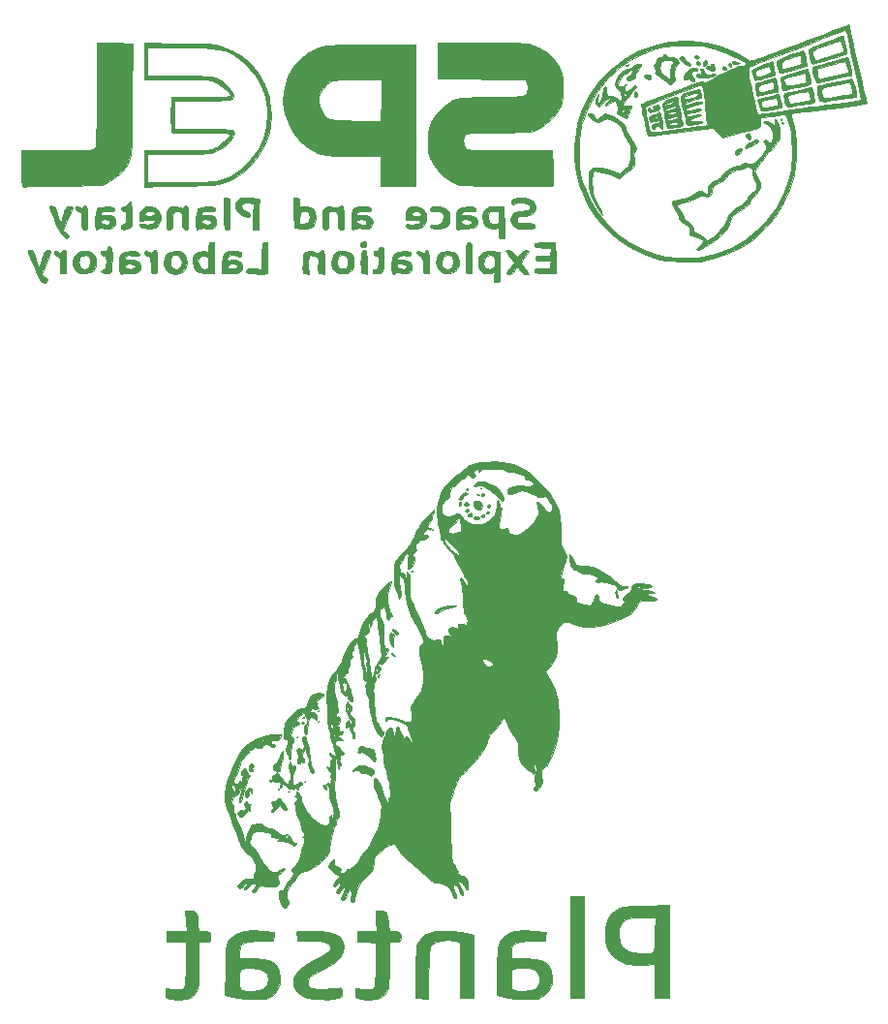
<source format=gbr>
G04 #@! TF.GenerationSoftware,KiCad,Pcbnew,(5.1.2)-2*
G04 #@! TF.CreationDate,2021-05-04T11:05:58-04:00*
G04 #@! TF.ProjectId,Magnetometer_A,4d61676e-6574-46f6-9d65-7465725f412e,rev?*
G04 #@! TF.SameCoordinates,Original*
G04 #@! TF.FileFunction,Legend,Bot*
G04 #@! TF.FilePolarity,Positive*
%FSLAX46Y46*%
G04 Gerber Fmt 4.6, Leading zero omitted, Abs format (unit mm)*
G04 Created by KiCad (PCBNEW (5.1.2)-2) date 2021-05-04 11:05:58*
%MOMM*%
%LPD*%
G04 APERTURE LIST*
%ADD10C,0.010000*%
G04 APERTURE END LIST*
D10*
G36*
X82688000Y-82717000D02*
G01*
X82730334Y-82759333D01*
X82772667Y-82717000D01*
X82730334Y-82674666D01*
X82688000Y-82717000D01*
X82688000Y-82717000D01*
G37*
X82688000Y-82717000D02*
X82730334Y-82759333D01*
X82772667Y-82717000D01*
X82730334Y-82674666D01*
X82688000Y-82717000D01*
G36*
X81408843Y-82778302D02*
G01*
X81405300Y-82801666D01*
X81471215Y-82900941D01*
X81496317Y-82912438D01*
X81573520Y-82871568D01*
X81587334Y-82801666D01*
X81544374Y-82696293D01*
X81496317Y-82690894D01*
X81408843Y-82778302D01*
X81408843Y-82778302D01*
G37*
X81408843Y-82778302D02*
X81405300Y-82801666D01*
X81471215Y-82900941D01*
X81496317Y-82912438D01*
X81573520Y-82871568D01*
X81587334Y-82801666D01*
X81544374Y-82696293D01*
X81496317Y-82690894D01*
X81408843Y-82778302D01*
G36*
X82337759Y-83200636D02*
G01*
X82318104Y-83244259D01*
X82427214Y-83290090D01*
X82557914Y-83309322D01*
X82542200Y-83257061D01*
X82538272Y-83253071D01*
X82391907Y-83193387D01*
X82337759Y-83200636D01*
X82337759Y-83200636D01*
G37*
X82337759Y-83200636D02*
X82318104Y-83244259D01*
X82427214Y-83290090D01*
X82557914Y-83309322D01*
X82542200Y-83257061D01*
X82538272Y-83253071D01*
X82391907Y-83193387D01*
X82337759Y-83200636D01*
G36*
X82778020Y-83250961D02*
G01*
X82742049Y-83309666D01*
X82758779Y-83412090D01*
X82864067Y-83436954D01*
X82970223Y-83380222D01*
X83024357Y-83256985D01*
X82942034Y-83185414D01*
X82908726Y-83182666D01*
X82778020Y-83250961D01*
X82778020Y-83250961D01*
G37*
X82778020Y-83250961D02*
X82742049Y-83309666D01*
X82758779Y-83412090D01*
X82864067Y-83436954D01*
X82970223Y-83380222D01*
X83024357Y-83256985D01*
X82942034Y-83185414D01*
X82908726Y-83182666D01*
X82778020Y-83250961D01*
G36*
X81187888Y-83147572D02*
G01*
X81032498Y-83316578D01*
X81011896Y-83351464D01*
X80896983Y-83522066D01*
X80806648Y-83604173D01*
X80799170Y-83605464D01*
X80768477Y-83659128D01*
X80783000Y-83690666D01*
X80897182Y-83771414D01*
X81035144Y-83685964D01*
X81146156Y-83525101D01*
X81296160Y-83325511D01*
X81457496Y-83193261D01*
X81459718Y-83192164D01*
X81562332Y-83133321D01*
X81520358Y-83109662D01*
X81392896Y-83103730D01*
X81187888Y-83147572D01*
X81187888Y-83147572D01*
G37*
X81187888Y-83147572D02*
X81032498Y-83316578D01*
X81011896Y-83351464D01*
X80896983Y-83522066D01*
X80806648Y-83604173D01*
X80799170Y-83605464D01*
X80768477Y-83659128D01*
X80783000Y-83690666D01*
X80897182Y-83771414D01*
X81035144Y-83685964D01*
X81146156Y-83525101D01*
X81296160Y-83325511D01*
X81457496Y-83193261D01*
X81459718Y-83192164D01*
X81562332Y-83133321D01*
X81520358Y-83109662D01*
X81392896Y-83103730D01*
X81187888Y-83147572D01*
G36*
X82611335Y-82140181D02*
G01*
X82532156Y-82164563D01*
X82324890Y-82256339D01*
X82243500Y-82284828D01*
X82133715Y-82370587D01*
X82095308Y-82493002D01*
X82141838Y-82580657D01*
X82185567Y-82590000D01*
X82326826Y-82552886D01*
X82450150Y-82496690D01*
X82549162Y-82451804D01*
X82648420Y-82444417D01*
X82789341Y-82484494D01*
X83013345Y-82582003D01*
X83230697Y-82684505D01*
X83403864Y-82796628D01*
X83651280Y-82993622D01*
X83928646Y-83239443D01*
X84025105Y-83330833D01*
X84270766Y-83564657D01*
X84467552Y-83745628D01*
X84586296Y-83847219D01*
X84606899Y-83860000D01*
X84662672Y-83794566D01*
X84683683Y-83747854D01*
X84679328Y-83569037D01*
X84588691Y-83315208D01*
X84438478Y-83037481D01*
X84255396Y-82786968D01*
X84106311Y-82642847D01*
X83853856Y-82486625D01*
X83596543Y-82380204D01*
X83548763Y-82368452D01*
X83365021Y-82314475D01*
X83281181Y-82255840D01*
X83280667Y-82251827D01*
X83206795Y-82192022D01*
X83027897Y-82148498D01*
X82808051Y-82128728D01*
X82611335Y-82140181D01*
X82611335Y-82140181D01*
G37*
X82611335Y-82140181D02*
X82532156Y-82164563D01*
X82324890Y-82256339D01*
X82243500Y-82284828D01*
X82133715Y-82370587D01*
X82095308Y-82493002D01*
X82141838Y-82580657D01*
X82185567Y-82590000D01*
X82326826Y-82552886D01*
X82450150Y-82496690D01*
X82549162Y-82451804D01*
X82648420Y-82444417D01*
X82789341Y-82484494D01*
X83013345Y-82582003D01*
X83230697Y-82684505D01*
X83403864Y-82796628D01*
X83651280Y-82993622D01*
X83928646Y-83239443D01*
X84025105Y-83330833D01*
X84270766Y-83564657D01*
X84467552Y-83745628D01*
X84586296Y-83847219D01*
X84606899Y-83860000D01*
X84662672Y-83794566D01*
X84683683Y-83747854D01*
X84679328Y-83569037D01*
X84588691Y-83315208D01*
X84438478Y-83037481D01*
X84255396Y-82786968D01*
X84106311Y-82642847D01*
X83853856Y-82486625D01*
X83596543Y-82380204D01*
X83548763Y-82368452D01*
X83365021Y-82314475D01*
X83281181Y-82255840D01*
X83280667Y-82251827D01*
X83206795Y-82192022D01*
X83027897Y-82148498D01*
X82808051Y-82128728D01*
X82611335Y-82140181D01*
G36*
X80827470Y-83981135D02*
G01*
X80825334Y-84061299D01*
X80858319Y-84235167D01*
X80934146Y-84278833D01*
X81018121Y-84174522D01*
X81022909Y-84162523D01*
X81005317Y-84013523D01*
X80947301Y-83940489D01*
X80858780Y-83894421D01*
X80827470Y-83981135D01*
X80827470Y-83981135D01*
G37*
X80827470Y-83981135D02*
X80825334Y-84061299D01*
X80858319Y-84235167D01*
X80934146Y-84278833D01*
X81018121Y-84174522D01*
X81022909Y-84162523D01*
X81005317Y-84013523D01*
X80947301Y-83940489D01*
X80858780Y-83894421D01*
X80827470Y-83981135D01*
G36*
X81293172Y-83975725D02*
G01*
X81263201Y-84084088D01*
X81264598Y-84091861D01*
X81354553Y-84225709D01*
X81505210Y-84273978D01*
X81612629Y-84229815D01*
X81676166Y-84086910D01*
X81597535Y-83976920D01*
X81454126Y-83944666D01*
X81293172Y-83975725D01*
X81293172Y-83975725D01*
G37*
X81293172Y-83975725D02*
X81263201Y-84084088D01*
X81264598Y-84091861D01*
X81354553Y-84225709D01*
X81505210Y-84273978D01*
X81612629Y-84229815D01*
X81676166Y-84086910D01*
X81597535Y-83976920D01*
X81454126Y-83944666D01*
X81293172Y-83975725D01*
G36*
X83328079Y-84142668D02*
G01*
X83239927Y-84249688D01*
X83248820Y-84322461D01*
X83347446Y-84442466D01*
X83458585Y-84404374D01*
X83505451Y-84322015D01*
X83516873Y-84165659D01*
X83407116Y-84121817D01*
X83328079Y-84142668D01*
X83328079Y-84142668D01*
G37*
X83328079Y-84142668D02*
X83239927Y-84249688D01*
X83248820Y-84322461D01*
X83347446Y-84442466D01*
X83458585Y-84404374D01*
X83505451Y-84322015D01*
X83516873Y-84165659D01*
X83407116Y-84121817D01*
X83328079Y-84142668D01*
G36*
X82250040Y-83796785D02*
G01*
X82103881Y-83892034D01*
X82055515Y-84066910D01*
X82113944Y-84282413D01*
X82254717Y-84472175D01*
X82339715Y-84532185D01*
X82504699Y-84608625D01*
X82609700Y-84591586D01*
X82724286Y-84488952D01*
X82846169Y-84269806D01*
X82805423Y-84042444D01*
X82702500Y-83915455D01*
X82478559Y-83794697D01*
X82250040Y-83796785D01*
X82250040Y-83796785D01*
G37*
X82250040Y-83796785D02*
X82103881Y-83892034D01*
X82055515Y-84066910D01*
X82113944Y-84282413D01*
X82254717Y-84472175D01*
X82339715Y-84532185D01*
X82504699Y-84608625D01*
X82609700Y-84591586D01*
X82724286Y-84488952D01*
X82846169Y-84269806D01*
X82805423Y-84042444D01*
X82702500Y-83915455D01*
X82478559Y-83794697D01*
X82250040Y-83796785D01*
G36*
X81523834Y-84489323D02*
G01*
X81383969Y-84571593D01*
X81350344Y-84640512D01*
X81383100Y-84769502D01*
X81492116Y-84823509D01*
X81601133Y-84775587D01*
X81622660Y-84736729D01*
X81668039Y-84554581D01*
X81607376Y-84486785D01*
X81523834Y-84489323D01*
X81523834Y-84489323D01*
G37*
X81523834Y-84489323D02*
X81383969Y-84571593D01*
X81350344Y-84640512D01*
X81383100Y-84769502D01*
X81492116Y-84823509D01*
X81601133Y-84775587D01*
X81622660Y-84736729D01*
X81668039Y-84554581D01*
X81607376Y-84486785D01*
X81523834Y-84489323D01*
G36*
X83250938Y-84755878D02*
G01*
X83155937Y-84835507D01*
X83159150Y-84884871D01*
X83277251Y-84957556D01*
X83401867Y-84884306D01*
X83411149Y-84870367D01*
X83434668Y-84755749D01*
X83330352Y-84732753D01*
X83250938Y-84755878D01*
X83250938Y-84755878D01*
G37*
X83250938Y-84755878D02*
X83155937Y-84835507D01*
X83159150Y-84884871D01*
X83277251Y-84957556D01*
X83401867Y-84884306D01*
X83411149Y-84870367D01*
X83434668Y-84755749D01*
X83330352Y-84732753D01*
X83250938Y-84755878D01*
G36*
X81721259Y-84927391D02*
G01*
X81604190Y-85028332D01*
X81606852Y-85147062D01*
X81723018Y-85213519D01*
X81746792Y-85214666D01*
X81895777Y-85143155D01*
X81950533Y-85045333D01*
X81957800Y-84908467D01*
X81861604Y-84884029D01*
X81721259Y-84927391D01*
X81721259Y-84927391D01*
G37*
X81721259Y-84927391D02*
X81604190Y-85028332D01*
X81606852Y-85147062D01*
X81723018Y-85213519D01*
X81746792Y-85214666D01*
X81895777Y-85143155D01*
X81950533Y-85045333D01*
X81957800Y-84908467D01*
X81861604Y-84884029D01*
X81721259Y-84927391D01*
G36*
X82734287Y-85092565D02*
G01*
X82722613Y-85202031D01*
X82724484Y-85205200D01*
X82841036Y-85290541D01*
X82968367Y-85277858D01*
X83026667Y-85177330D01*
X82986063Y-85040414D01*
X82959125Y-85013583D01*
X82837248Y-85010048D01*
X82734287Y-85092565D01*
X82734287Y-85092565D01*
G37*
X82734287Y-85092565D02*
X82722613Y-85202031D01*
X82724484Y-85205200D01*
X82841036Y-85290541D01*
X82968367Y-85277858D01*
X83026667Y-85177330D01*
X82986063Y-85040414D01*
X82959125Y-85013583D01*
X82837248Y-85010048D01*
X82734287Y-85092565D01*
G36*
X82108459Y-85265435D02*
G01*
X82095334Y-85346663D01*
X82132831Y-85437815D01*
X82267237Y-85450194D01*
X82455167Y-85410303D01*
X82588391Y-85333908D01*
X82563564Y-85238686D01*
X82434758Y-85172573D01*
X82224280Y-85159092D01*
X82108459Y-85265435D01*
X82108459Y-85265435D01*
G37*
X82108459Y-85265435D02*
X82095334Y-85346663D01*
X82132831Y-85437815D01*
X82267237Y-85450194D01*
X82455167Y-85410303D01*
X82588391Y-85333908D01*
X82563564Y-85238686D01*
X82434758Y-85172573D01*
X82224280Y-85159092D01*
X82108459Y-85265435D01*
G36*
X78454667Y-86357666D02*
G01*
X78497000Y-86400000D01*
X78539334Y-86357666D01*
X78497000Y-86315333D01*
X78454667Y-86357666D01*
X78454667Y-86357666D01*
G37*
X78454667Y-86357666D02*
X78497000Y-86400000D01*
X78539334Y-86357666D01*
X78497000Y-86315333D01*
X78454667Y-86357666D01*
G36*
X76676667Y-89913666D02*
G01*
X76595897Y-89989748D01*
X76592000Y-90003330D01*
X76657506Y-90039695D01*
X76676667Y-90040666D01*
X76758080Y-89975578D01*
X76761334Y-89951003D01*
X76709464Y-89900437D01*
X76676667Y-89913666D01*
X76676667Y-89913666D01*
G37*
X76676667Y-89913666D02*
X76595897Y-89989748D01*
X76592000Y-90003330D01*
X76657506Y-90039695D01*
X76676667Y-90040666D01*
X76758080Y-89975578D01*
X76761334Y-89951003D01*
X76709464Y-89900437D01*
X76676667Y-89913666D01*
G36*
X90508198Y-89012217D02*
G01*
X90527064Y-89317543D01*
X90567511Y-89499818D01*
X90644559Y-89605195D01*
X90716293Y-89651617D01*
X90834919Y-89750688D01*
X90839823Y-89825723D01*
X90847285Y-89861938D01*
X90925039Y-89843917D01*
X91076289Y-89851038D01*
X91124597Y-89915094D01*
X91240291Y-90024115D01*
X91318948Y-90040666D01*
X91479078Y-90072513D01*
X91526097Y-90101652D01*
X91644912Y-90136726D01*
X91851526Y-90139711D01*
X91870324Y-90138235D01*
X92078587Y-90146029D01*
X92204699Y-90197812D01*
X92209447Y-90204249D01*
X92330777Y-90278435D01*
X92450831Y-90297666D01*
X92670307Y-90341443D01*
X92834742Y-90410711D01*
X92968311Y-90501313D01*
X92963477Y-90583027D01*
X92898242Y-90655663D01*
X92790061Y-90800519D01*
X92763334Y-90881285D01*
X92829507Y-90954877D01*
X92975627Y-90966601D01*
X93123097Y-90914065D01*
X93148567Y-90893009D01*
X93278864Y-90872384D01*
X93530380Y-90925379D01*
X93690725Y-90977432D01*
X93956426Y-91063540D01*
X94161250Y-91115551D01*
X94241058Y-91123326D01*
X94405142Y-91147886D01*
X94564339Y-91247620D01*
X94656342Y-91375145D01*
X94656123Y-91438958D01*
X94657285Y-91547072D01*
X94694684Y-91564666D01*
X94845886Y-91592957D01*
X94915409Y-91616058D01*
X95028409Y-91617628D01*
X95049334Y-91577561D01*
X95123528Y-91505018D01*
X95306717Y-91440478D01*
X95354042Y-91430509D01*
X95530225Y-91379661D01*
X95574363Y-91325373D01*
X95560236Y-91312460D01*
X95406769Y-91280369D01*
X95248911Y-91292255D01*
X95084491Y-91285244D01*
X94900952Y-91184598D01*
X94682884Y-90994158D01*
X94392626Y-90744392D01*
X94015710Y-90459711D01*
X93600455Y-90172871D01*
X93195180Y-89916633D01*
X92848201Y-89723754D01*
X92725123Y-89666845D01*
X92423343Y-89585592D01*
X92020194Y-89539561D01*
X91785375Y-89532666D01*
X91363082Y-89509226D01*
X91086657Y-89433494D01*
X90938500Y-89297353D01*
X90900247Y-89124452D01*
X90849351Y-88968492D01*
X90724457Y-88766554D01*
X90694807Y-88728333D01*
X90489787Y-88474333D01*
X90508198Y-89012217D01*
X90508198Y-89012217D01*
G37*
X90508198Y-89012217D02*
X90527064Y-89317543D01*
X90567511Y-89499818D01*
X90644559Y-89605195D01*
X90716293Y-89651617D01*
X90834919Y-89750688D01*
X90839823Y-89825723D01*
X90847285Y-89861938D01*
X90925039Y-89843917D01*
X91076289Y-89851038D01*
X91124597Y-89915094D01*
X91240291Y-90024115D01*
X91318948Y-90040666D01*
X91479078Y-90072513D01*
X91526097Y-90101652D01*
X91644912Y-90136726D01*
X91851526Y-90139711D01*
X91870324Y-90138235D01*
X92078587Y-90146029D01*
X92204699Y-90197812D01*
X92209447Y-90204249D01*
X92330777Y-90278435D01*
X92450831Y-90297666D01*
X92670307Y-90341443D01*
X92834742Y-90410711D01*
X92968311Y-90501313D01*
X92963477Y-90583027D01*
X92898242Y-90655663D01*
X92790061Y-90800519D01*
X92763334Y-90881285D01*
X92829507Y-90954877D01*
X92975627Y-90966601D01*
X93123097Y-90914065D01*
X93148567Y-90893009D01*
X93278864Y-90872384D01*
X93530380Y-90925379D01*
X93690725Y-90977432D01*
X93956426Y-91063540D01*
X94161250Y-91115551D01*
X94241058Y-91123326D01*
X94405142Y-91147886D01*
X94564339Y-91247620D01*
X94656342Y-91375145D01*
X94656123Y-91438958D01*
X94657285Y-91547072D01*
X94694684Y-91564666D01*
X94845886Y-91592957D01*
X94915409Y-91616058D01*
X95028409Y-91617628D01*
X95049334Y-91577561D01*
X95123528Y-91505018D01*
X95306717Y-91440478D01*
X95354042Y-91430509D01*
X95530225Y-91379661D01*
X95574363Y-91325373D01*
X95560236Y-91312460D01*
X95406769Y-91280369D01*
X95248911Y-91292255D01*
X95084491Y-91285244D01*
X94900952Y-91184598D01*
X94682884Y-90994158D01*
X94392626Y-90744392D01*
X94015710Y-90459711D01*
X93600455Y-90172871D01*
X93195180Y-89916633D01*
X92848201Y-89723754D01*
X92725123Y-89666845D01*
X92423343Y-89585592D01*
X92020194Y-89539561D01*
X91785375Y-89532666D01*
X91363082Y-89509226D01*
X91086657Y-89433494D01*
X90938500Y-89297353D01*
X90900247Y-89124452D01*
X90849351Y-88968492D01*
X90724457Y-88766554D01*
X90694807Y-88728333D01*
X90489787Y-88474333D01*
X90508198Y-89012217D01*
G36*
X94505092Y-91657463D02*
G01*
X94501610Y-91660834D01*
X94482339Y-91768288D01*
X94503072Y-91956371D01*
X94549347Y-92155955D01*
X94606699Y-92297908D01*
X94640915Y-92326666D01*
X94677526Y-92253353D01*
X94670435Y-92069081D01*
X94660938Y-92009166D01*
X94607661Y-91757979D01*
X94559659Y-91649373D01*
X94505092Y-91657463D01*
X94505092Y-91657463D01*
G37*
X94505092Y-91657463D02*
X94501610Y-91660834D01*
X94482339Y-91768288D01*
X94503072Y-91956371D01*
X94549347Y-92155955D01*
X94606699Y-92297908D01*
X94640915Y-92326666D01*
X94677526Y-92253353D01*
X94670435Y-92069081D01*
X94660938Y-92009166D01*
X94607661Y-91757979D01*
X94559659Y-91649373D01*
X94505092Y-91657463D01*
G36*
X80038806Y-92939701D02*
G01*
X79988236Y-92943658D01*
X79470672Y-93030745D01*
X79059243Y-93190636D01*
X78777351Y-93412832D01*
X78704617Y-93519567D01*
X78678732Y-93646997D01*
X78757784Y-93685375D01*
X78901658Y-93633014D01*
X79027983Y-93533166D01*
X79286516Y-93363666D01*
X79676536Y-93220743D01*
X80128710Y-93123212D01*
X80417312Y-93062417D01*
X80544701Y-93003544D01*
X80518799Y-92956716D01*
X80347526Y-92932060D01*
X80038806Y-92939701D01*
X80038806Y-92939701D01*
G37*
X80038806Y-92939701D02*
X79988236Y-92943658D01*
X79470672Y-93030745D01*
X79059243Y-93190636D01*
X78777351Y-93412832D01*
X78704617Y-93519567D01*
X78678732Y-93646997D01*
X78757784Y-93685375D01*
X78901658Y-93633014D01*
X79027983Y-93533166D01*
X79286516Y-93363666D01*
X79676536Y-93220743D01*
X80128710Y-93123212D01*
X80417312Y-93062417D01*
X80544701Y-93003544D01*
X80518799Y-92956716D01*
X80347526Y-92932060D01*
X80038806Y-92939701D01*
G36*
X74939349Y-95100752D02*
G01*
X75035529Y-95245941D01*
X75109051Y-95323353D01*
X75274499Y-95481558D01*
X75365041Y-95534558D01*
X75422172Y-95500131D01*
X75444278Y-95466973D01*
X75458879Y-95306813D01*
X75349543Y-95152609D01*
X75181719Y-95067434D01*
X74987881Y-95041947D01*
X74939349Y-95100752D01*
X74939349Y-95100752D01*
G37*
X74939349Y-95100752D02*
X75035529Y-95245941D01*
X75109051Y-95323353D01*
X75274499Y-95481558D01*
X75365041Y-95534558D01*
X75422172Y-95500131D01*
X75444278Y-95466973D01*
X75458879Y-95306813D01*
X75349543Y-95152609D01*
X75181719Y-95067434D01*
X74987881Y-95041947D01*
X74939349Y-95100752D01*
G36*
X74765042Y-95448195D02*
G01*
X74731141Y-95637869D01*
X74743709Y-95897323D01*
X74802194Y-96180190D01*
X74857470Y-96337993D01*
X74967353Y-96565296D01*
X75036894Y-96630287D01*
X75062662Y-96533161D01*
X75048059Y-96327166D01*
X75044253Y-96063214D01*
X75086046Y-95840221D01*
X75093577Y-95821673D01*
X75116604Y-95612151D01*
X75021431Y-95442736D01*
X74845967Y-95374666D01*
X74765042Y-95448195D01*
X74765042Y-95448195D01*
G37*
X74765042Y-95448195D02*
X74731141Y-95637869D01*
X74743709Y-95897323D01*
X74802194Y-96180190D01*
X74857470Y-96337993D01*
X74967353Y-96565296D01*
X75036894Y-96630287D01*
X75062662Y-96533161D01*
X75048059Y-96327166D01*
X75044253Y-96063214D01*
X75086046Y-95840221D01*
X75093577Y-95821673D01*
X75116604Y-95612151D01*
X75021431Y-95442736D01*
X74845967Y-95374666D01*
X74765042Y-95448195D01*
G36*
X74860945Y-97160128D02*
G01*
X74958648Y-97254417D01*
X75096137Y-97334288D01*
X75208224Y-97367468D01*
X75236673Y-97346145D01*
X75168111Y-97265783D01*
X75024903Y-97181750D01*
X74889431Y-97134978D01*
X74860945Y-97160128D01*
X74860945Y-97160128D01*
G37*
X74860945Y-97160128D02*
X74958648Y-97254417D01*
X75096137Y-97334288D01*
X75208224Y-97367468D01*
X75236673Y-97346145D01*
X75168111Y-97265783D01*
X75024903Y-97181750D01*
X74889431Y-97134978D01*
X74860945Y-97160128D01*
G36*
X73787729Y-98991800D02*
G01*
X73783738Y-98995728D01*
X73724054Y-99142093D01*
X73731303Y-99196241D01*
X73774927Y-99215896D01*
X73820758Y-99106786D01*
X73839990Y-98976086D01*
X73787729Y-98991800D01*
X73787729Y-98991800D01*
G37*
X73787729Y-98991800D02*
X73783738Y-98995728D01*
X73724054Y-99142093D01*
X73731303Y-99196241D01*
X73774927Y-99215896D01*
X73820758Y-99106786D01*
X73839990Y-98976086D01*
X73787729Y-98991800D01*
G36*
X68464000Y-102190333D02*
G01*
X68506334Y-102232666D01*
X68548667Y-102190333D01*
X68506334Y-102148000D01*
X68464000Y-102190333D01*
X68464000Y-102190333D01*
G37*
X68464000Y-102190333D02*
X68506334Y-102232666D01*
X68548667Y-102190333D01*
X68506334Y-102148000D01*
X68464000Y-102190333D01*
G36*
X67194000Y-102698333D02*
G01*
X67113230Y-102774415D01*
X67109334Y-102787996D01*
X67174840Y-102824362D01*
X67194000Y-102825333D01*
X67275414Y-102760245D01*
X67278667Y-102735669D01*
X67226797Y-102685103D01*
X67194000Y-102698333D01*
X67194000Y-102698333D01*
G37*
X67194000Y-102698333D02*
X67113230Y-102774415D01*
X67109334Y-102787996D01*
X67174840Y-102824362D01*
X67194000Y-102825333D01*
X67275414Y-102760245D01*
X67278667Y-102735669D01*
X67226797Y-102685103D01*
X67194000Y-102698333D01*
G36*
X68464000Y-103121666D02*
G01*
X68506334Y-103164000D01*
X68548667Y-103121666D01*
X68506334Y-103079333D01*
X68464000Y-103121666D01*
X68464000Y-103121666D01*
G37*
X68464000Y-103121666D02*
X68506334Y-103164000D01*
X68548667Y-103121666D01*
X68506334Y-103079333D01*
X68464000Y-103121666D01*
G36*
X67078810Y-103138079D02*
G01*
X67026392Y-103254666D01*
X67080608Y-103330390D01*
X67104337Y-103333333D01*
X67219821Y-103272121D01*
X67232718Y-103254516D01*
X67228672Y-103154016D01*
X67139164Y-103110269D01*
X67078810Y-103138079D01*
X67078810Y-103138079D01*
G37*
X67078810Y-103138079D02*
X67026392Y-103254666D01*
X67080608Y-103330390D01*
X67104337Y-103333333D01*
X67219821Y-103272121D01*
X67232718Y-103254516D01*
X67228672Y-103154016D01*
X67139164Y-103110269D01*
X67078810Y-103138079D01*
G36*
X66601334Y-104476333D02*
G01*
X66643667Y-104518666D01*
X66686000Y-104476333D01*
X66643667Y-104434000D01*
X66601334Y-104476333D01*
X66601334Y-104476333D01*
G37*
X66601334Y-104476333D02*
X66643667Y-104518666D01*
X66686000Y-104476333D01*
X66643667Y-104434000D01*
X66601334Y-104476333D01*
G36*
X71004603Y-101399051D02*
G01*
X70961800Y-101470666D01*
X70886851Y-101745651D01*
X70909996Y-102076448D01*
X71023633Y-102386571D01*
X71058347Y-102442005D01*
X71150435Y-102632741D01*
X71173334Y-102750447D01*
X71239512Y-102899889D01*
X71300334Y-102940617D01*
X71396133Y-103061179D01*
X71425406Y-103267176D01*
X71423478Y-103545000D01*
X71144186Y-102978152D01*
X71000668Y-103168418D01*
X70906669Y-103375802D01*
X70903081Y-103534325D01*
X70950601Y-103631621D01*
X70983562Y-103606316D01*
X71072846Y-103505458D01*
X71184564Y-103528639D01*
X71254544Y-103654386D01*
X71258000Y-103698151D01*
X71309230Y-103923767D01*
X71382308Y-104057984D01*
X71483746Y-104268999D01*
X71509308Y-104412833D01*
X71543338Y-104561588D01*
X71596667Y-104603333D01*
X71653091Y-104529014D01*
X71680763Y-104346742D01*
X71681334Y-104313047D01*
X71640553Y-104069824D01*
X71541907Y-103883444D01*
X71537958Y-103879386D01*
X71442026Y-103762454D01*
X71472941Y-103682291D01*
X71532866Y-103634894D01*
X71639591Y-103453702D01*
X71666249Y-103178674D01*
X71633418Y-102906857D01*
X71519216Y-102713827D01*
X71417764Y-102618606D01*
X71250719Y-102431143D01*
X71224962Y-102281308D01*
X71300262Y-102188014D01*
X71342056Y-102189955D01*
X71398003Y-102146739D01*
X71432721Y-102025996D01*
X71173334Y-102025996D01*
X71132288Y-102113631D01*
X71088667Y-102105666D01*
X71007230Y-101997423D01*
X71004000Y-101973669D01*
X71068579Y-101896280D01*
X71088667Y-101894000D01*
X71162972Y-101962915D01*
X71173334Y-102025996D01*
X71432721Y-102025996D01*
X71444147Y-101986261D01*
X71446587Y-101970537D01*
X71449319Y-101772980D01*
X71358723Y-101667187D01*
X71286736Y-101634830D01*
X71133946Y-101523217D01*
X71085667Y-101409262D01*
X71066862Y-101332773D01*
X71004603Y-101399051D01*
X71004603Y-101399051D01*
G37*
X71004603Y-101399051D02*
X70961800Y-101470666D01*
X70886851Y-101745651D01*
X70909996Y-102076448D01*
X71023633Y-102386571D01*
X71058347Y-102442005D01*
X71150435Y-102632741D01*
X71173334Y-102750447D01*
X71239512Y-102899889D01*
X71300334Y-102940617D01*
X71396133Y-103061179D01*
X71425406Y-103267176D01*
X71423478Y-103545000D01*
X71144186Y-102978152D01*
X71000668Y-103168418D01*
X70906669Y-103375802D01*
X70903081Y-103534325D01*
X70950601Y-103631621D01*
X70983562Y-103606316D01*
X71072846Y-103505458D01*
X71184564Y-103528639D01*
X71254544Y-103654386D01*
X71258000Y-103698151D01*
X71309230Y-103923767D01*
X71382308Y-104057984D01*
X71483746Y-104268999D01*
X71509308Y-104412833D01*
X71543338Y-104561588D01*
X71596667Y-104603333D01*
X71653091Y-104529014D01*
X71680763Y-104346742D01*
X71681334Y-104313047D01*
X71640553Y-104069824D01*
X71541907Y-103883444D01*
X71537958Y-103879386D01*
X71442026Y-103762454D01*
X71472941Y-103682291D01*
X71532866Y-103634894D01*
X71639591Y-103453702D01*
X71666249Y-103178674D01*
X71633418Y-102906857D01*
X71519216Y-102713827D01*
X71417764Y-102618606D01*
X71250719Y-102431143D01*
X71224962Y-102281308D01*
X71300262Y-102188014D01*
X71342056Y-102189955D01*
X71398003Y-102146739D01*
X71432721Y-102025996D01*
X71173334Y-102025996D01*
X71132288Y-102113631D01*
X71088667Y-102105666D01*
X71007230Y-101997423D01*
X71004000Y-101973669D01*
X71068579Y-101896280D01*
X71088667Y-101894000D01*
X71162972Y-101962915D01*
X71173334Y-102025996D01*
X71432721Y-102025996D01*
X71444147Y-101986261D01*
X71446587Y-101970537D01*
X71449319Y-101772980D01*
X71358723Y-101667187D01*
X71286736Y-101634830D01*
X71133946Y-101523217D01*
X71085667Y-101409262D01*
X71066862Y-101332773D01*
X71004603Y-101399051D01*
G36*
X68168266Y-100677396D02*
G01*
X67890011Y-100848747D01*
X67696001Y-101154793D01*
X67614940Y-101397434D01*
X67513401Y-101710948D01*
X67398486Y-101889550D01*
X67240126Y-101966837D01*
X67094762Y-101978666D01*
X66780725Y-102031238D01*
X66478053Y-102200326D01*
X66161617Y-102502991D01*
X65959911Y-102749013D01*
X65745973Y-103042954D01*
X65616926Y-103278457D01*
X65544179Y-103522762D01*
X65500644Y-103829152D01*
X65478681Y-104258379D01*
X65523558Y-104537475D01*
X65636799Y-104672538D01*
X65715313Y-104688000D01*
X65796115Y-104759016D01*
X65837332Y-104925324D01*
X65835641Y-105116807D01*
X65787719Y-105263351D01*
X65744236Y-105298254D01*
X65690441Y-105394467D01*
X65703741Y-105632398D01*
X65716046Y-105707476D01*
X65759296Y-105925509D01*
X65792111Y-105993321D01*
X65828028Y-105928317D01*
X65845037Y-105873333D01*
X65883776Y-105768465D01*
X65904778Y-105803584D01*
X65914969Y-105992747D01*
X65915561Y-106016503D01*
X65938627Y-106248477D01*
X65986138Y-106400090D01*
X66005328Y-106421602D01*
X66047468Y-106368281D01*
X66082361Y-106168149D01*
X66106578Y-105843689D01*
X66111161Y-105728099D01*
X66134917Y-105320600D01*
X66174068Y-105079369D01*
X66229014Y-105002009D01*
X66232222Y-105002407D01*
X66317932Y-104944685D01*
X66369220Y-104808909D01*
X66354014Y-104609750D01*
X66245136Y-104509284D01*
X66141745Y-104423150D01*
X66113997Y-104282138D01*
X66138259Y-104079993D01*
X66223049Y-103812241D01*
X66363220Y-103580864D01*
X66524911Y-103430196D01*
X66657982Y-103399546D01*
X66784546Y-103371171D01*
X66822578Y-103263027D01*
X66746731Y-103152445D01*
X66740221Y-103148644D01*
X66704971Y-103121666D01*
X66347334Y-103121666D01*
X66305000Y-103164000D01*
X66262667Y-103121666D01*
X66305000Y-103079333D01*
X66347334Y-103121666D01*
X66704971Y-103121666D01*
X66633410Y-103066900D01*
X66612749Y-102970375D01*
X66690795Y-102837520D01*
X66880108Y-102646785D01*
X67187220Y-102381662D01*
X67315525Y-102299054D01*
X67372627Y-102344967D01*
X67373478Y-102536121D01*
X67369032Y-102584999D01*
X67403396Y-102737330D01*
X67443949Y-102780496D01*
X67504910Y-102887568D01*
X67530217Y-103063386D01*
X67518585Y-103235133D01*
X67468730Y-103329993D01*
X67453706Y-103333333D01*
X67353208Y-103407360D01*
X67282126Y-103589520D01*
X67248782Y-103819932D01*
X67261501Y-104038713D01*
X67328605Y-104185983D01*
X67334470Y-104191178D01*
X67477043Y-104243076D01*
X67564996Y-104175745D01*
X67543655Y-104033307D01*
X67510400Y-103845551D01*
X67542606Y-103637344D01*
X67598541Y-103352445D01*
X67617334Y-103111425D01*
X67661468Y-102841347D01*
X67787152Y-102715885D01*
X67984304Y-102741042D01*
X68112754Y-102816375D01*
X68278304Y-102927754D01*
X68355955Y-102941447D01*
X68394813Y-102859280D01*
X68403378Y-102827197D01*
X68380171Y-102635688D01*
X68254517Y-102446862D01*
X68184939Y-102397003D01*
X68125334Y-102397003D01*
X68063873Y-102483221D01*
X68040667Y-102486666D01*
X67958202Y-102457779D01*
X67956000Y-102449330D01*
X68015329Y-102377044D01*
X68040667Y-102359666D01*
X68118686Y-102366379D01*
X68125334Y-102397003D01*
X68184939Y-102397003D01*
X68078054Y-102320411D01*
X67948605Y-102301488D01*
X67816433Y-102273394D01*
X67786667Y-102158318D01*
X67824326Y-101996724D01*
X67908417Y-101922216D01*
X67992820Y-101969744D01*
X68106220Y-102023248D01*
X68189170Y-102019936D01*
X68393566Y-101989321D01*
X68464000Y-101982451D01*
X68540763Y-101959227D01*
X68478259Y-101888025D01*
X68448934Y-101865267D01*
X68355939Y-101725503D01*
X68379847Y-101639169D01*
X68420810Y-101485885D01*
X68327318Y-101422108D01*
X68228456Y-101436085D01*
X68157037Y-101451386D01*
X68166717Y-101425583D01*
X68275139Y-101344528D01*
X68499944Y-101194072D01*
X68664124Y-101086689D01*
X68846727Y-100935456D01*
X68951002Y-100788384D01*
X68956456Y-100769189D01*
X68946959Y-100682649D01*
X68850949Y-100638762D01*
X68631977Y-100624476D01*
X68551027Y-100624000D01*
X68168266Y-100677396D01*
X68168266Y-100677396D01*
G37*
X68168266Y-100677396D02*
X67890011Y-100848747D01*
X67696001Y-101154793D01*
X67614940Y-101397434D01*
X67513401Y-101710948D01*
X67398486Y-101889550D01*
X67240126Y-101966837D01*
X67094762Y-101978666D01*
X66780725Y-102031238D01*
X66478053Y-102200326D01*
X66161617Y-102502991D01*
X65959911Y-102749013D01*
X65745973Y-103042954D01*
X65616926Y-103278457D01*
X65544179Y-103522762D01*
X65500644Y-103829152D01*
X65478681Y-104258379D01*
X65523558Y-104537475D01*
X65636799Y-104672538D01*
X65715313Y-104688000D01*
X65796115Y-104759016D01*
X65837332Y-104925324D01*
X65835641Y-105116807D01*
X65787719Y-105263351D01*
X65744236Y-105298254D01*
X65690441Y-105394467D01*
X65703741Y-105632398D01*
X65716046Y-105707476D01*
X65759296Y-105925509D01*
X65792111Y-105993321D01*
X65828028Y-105928317D01*
X65845037Y-105873333D01*
X65883776Y-105768465D01*
X65904778Y-105803584D01*
X65914969Y-105992747D01*
X65915561Y-106016503D01*
X65938627Y-106248477D01*
X65986138Y-106400090D01*
X66005328Y-106421602D01*
X66047468Y-106368281D01*
X66082361Y-106168149D01*
X66106578Y-105843689D01*
X66111161Y-105728099D01*
X66134917Y-105320600D01*
X66174068Y-105079369D01*
X66229014Y-105002009D01*
X66232222Y-105002407D01*
X66317932Y-104944685D01*
X66369220Y-104808909D01*
X66354014Y-104609750D01*
X66245136Y-104509284D01*
X66141745Y-104423150D01*
X66113997Y-104282138D01*
X66138259Y-104079993D01*
X66223049Y-103812241D01*
X66363220Y-103580864D01*
X66524911Y-103430196D01*
X66657982Y-103399546D01*
X66784546Y-103371171D01*
X66822578Y-103263027D01*
X66746731Y-103152445D01*
X66740221Y-103148644D01*
X66704971Y-103121666D01*
X66347334Y-103121666D01*
X66305000Y-103164000D01*
X66262667Y-103121666D01*
X66305000Y-103079333D01*
X66347334Y-103121666D01*
X66704971Y-103121666D01*
X66633410Y-103066900D01*
X66612749Y-102970375D01*
X66690795Y-102837520D01*
X66880108Y-102646785D01*
X67187220Y-102381662D01*
X67315525Y-102299054D01*
X67372627Y-102344967D01*
X67373478Y-102536121D01*
X67369032Y-102584999D01*
X67403396Y-102737330D01*
X67443949Y-102780496D01*
X67504910Y-102887568D01*
X67530217Y-103063386D01*
X67518585Y-103235133D01*
X67468730Y-103329993D01*
X67453706Y-103333333D01*
X67353208Y-103407360D01*
X67282126Y-103589520D01*
X67248782Y-103819932D01*
X67261501Y-104038713D01*
X67328605Y-104185983D01*
X67334470Y-104191178D01*
X67477043Y-104243076D01*
X67564996Y-104175745D01*
X67543655Y-104033307D01*
X67510400Y-103845551D01*
X67542606Y-103637344D01*
X67598541Y-103352445D01*
X67617334Y-103111425D01*
X67661468Y-102841347D01*
X67787152Y-102715885D01*
X67984304Y-102741042D01*
X68112754Y-102816375D01*
X68278304Y-102927754D01*
X68355955Y-102941447D01*
X68394813Y-102859280D01*
X68403378Y-102827197D01*
X68380171Y-102635688D01*
X68254517Y-102446862D01*
X68184939Y-102397003D01*
X68125334Y-102397003D01*
X68063873Y-102483221D01*
X68040667Y-102486666D01*
X67958202Y-102457779D01*
X67956000Y-102449330D01*
X68015329Y-102377044D01*
X68040667Y-102359666D01*
X68118686Y-102366379D01*
X68125334Y-102397003D01*
X68184939Y-102397003D01*
X68078054Y-102320411D01*
X67948605Y-102301488D01*
X67816433Y-102273394D01*
X67786667Y-102158318D01*
X67824326Y-101996724D01*
X67908417Y-101922216D01*
X67992820Y-101969744D01*
X68106220Y-102023248D01*
X68189170Y-102019936D01*
X68393566Y-101989321D01*
X68464000Y-101982451D01*
X68540763Y-101959227D01*
X68478259Y-101888025D01*
X68448934Y-101865267D01*
X68355939Y-101725503D01*
X68379847Y-101639169D01*
X68420810Y-101485885D01*
X68327318Y-101422108D01*
X68228456Y-101436085D01*
X68157037Y-101451386D01*
X68166717Y-101425583D01*
X68275139Y-101344528D01*
X68499944Y-101194072D01*
X68664124Y-101086689D01*
X68846727Y-100935456D01*
X68951002Y-100788384D01*
X68956456Y-100769189D01*
X68946959Y-100682649D01*
X68850949Y-100638762D01*
X68631977Y-100624476D01*
X68551027Y-100624000D01*
X68168266Y-100677396D01*
G36*
X72103056Y-105339855D02*
G01*
X71996256Y-105600967D01*
X71987155Y-105638150D01*
X71962642Y-105797165D01*
X72018452Y-105830745D01*
X72120773Y-105799278D01*
X72330191Y-105797475D01*
X72590495Y-105893980D01*
X72840562Y-106060107D01*
X72975131Y-106200259D01*
X73121082Y-106362236D01*
X73261995Y-106493349D01*
X73394801Y-106595805D01*
X73456022Y-106586006D01*
X73491787Y-106493349D01*
X73499148Y-106324682D01*
X73464511Y-106067539D01*
X73430552Y-105915666D01*
X73357514Y-105665157D01*
X73276446Y-105532936D01*
X73143042Y-105471893D01*
X72988264Y-105445362D01*
X72714272Y-105385866D01*
X72479350Y-105301577D01*
X72454623Y-105288930D01*
X72253142Y-105237862D01*
X72103056Y-105339855D01*
X72103056Y-105339855D01*
G37*
X72103056Y-105339855D02*
X71996256Y-105600967D01*
X71987155Y-105638150D01*
X71962642Y-105797165D01*
X72018452Y-105830745D01*
X72120773Y-105799278D01*
X72330191Y-105797475D01*
X72590495Y-105893980D01*
X72840562Y-106060107D01*
X72975131Y-106200259D01*
X73121082Y-106362236D01*
X73261995Y-106493349D01*
X73394801Y-106595805D01*
X73456022Y-106586006D01*
X73491787Y-106493349D01*
X73499148Y-106324682D01*
X73464511Y-106067539D01*
X73430552Y-105915666D01*
X73357514Y-105665157D01*
X73276446Y-105532936D01*
X73143042Y-105471893D01*
X72988264Y-105445362D01*
X72714272Y-105385866D01*
X72479350Y-105301577D01*
X72454623Y-105288930D01*
X72253142Y-105237862D01*
X72103056Y-105339855D01*
G36*
X62509120Y-106834889D02*
G01*
X62461535Y-106954620D01*
X62452667Y-107143333D01*
X62463958Y-107361300D01*
X62518320Y-107458192D01*
X62646487Y-107481817D01*
X62670381Y-107482000D01*
X62817869Y-107471114D01*
X62817413Y-107416406D01*
X62755048Y-107348952D01*
X62666931Y-107230792D01*
X62711520Y-107128197D01*
X62749779Y-107088126D01*
X62834644Y-106935799D01*
X62765315Y-106832231D01*
X62617004Y-106804666D01*
X62509120Y-106834889D01*
X62509120Y-106834889D01*
G37*
X62509120Y-106834889D02*
X62461535Y-106954620D01*
X62452667Y-107143333D01*
X62463958Y-107361300D01*
X62518320Y-107458192D01*
X62646487Y-107481817D01*
X62670381Y-107482000D01*
X62817869Y-107471114D01*
X62817413Y-107416406D01*
X62755048Y-107348952D01*
X62666931Y-107230792D01*
X62711520Y-107128197D01*
X62749779Y-107088126D01*
X62834644Y-106935799D01*
X62765315Y-106832231D01*
X62617004Y-106804666D01*
X62509120Y-106834889D01*
G36*
X65306550Y-105745635D02*
G01*
X65261379Y-105904693D01*
X65260564Y-105911553D01*
X65184821Y-106167397D01*
X65070064Y-106367471D01*
X64954103Y-106549930D01*
X64908000Y-106689084D01*
X64837424Y-106782827D01*
X64738667Y-106804666D01*
X64612381Y-106870347D01*
X64561704Y-107026508D01*
X64587215Y-107211826D01*
X64689494Y-107364977D01*
X64733101Y-107394354D01*
X64933290Y-107467332D01*
X65100550Y-107474278D01*
X65172027Y-107418500D01*
X65168818Y-107281872D01*
X65183196Y-107164881D01*
X65234369Y-106943810D01*
X65280703Y-106773872D01*
X65380098Y-106369045D01*
X65429061Y-106034927D01*
X65424948Y-105801980D01*
X65373667Y-105704000D01*
X65306550Y-105745635D01*
X65306550Y-105745635D01*
G37*
X65306550Y-105745635D02*
X65261379Y-105904693D01*
X65260564Y-105911553D01*
X65184821Y-106167397D01*
X65070064Y-106367471D01*
X64954103Y-106549930D01*
X64908000Y-106689084D01*
X64837424Y-106782827D01*
X64738667Y-106804666D01*
X64612381Y-106870347D01*
X64561704Y-107026508D01*
X64587215Y-107211826D01*
X64689494Y-107364977D01*
X64733101Y-107394354D01*
X64933290Y-107467332D01*
X65100550Y-107474278D01*
X65172027Y-107418500D01*
X65168818Y-107281872D01*
X65183196Y-107164881D01*
X65234369Y-106943810D01*
X65280703Y-106773872D01*
X65380098Y-106369045D01*
X65429061Y-106034927D01*
X65424948Y-105801980D01*
X65373667Y-105704000D01*
X65306550Y-105745635D01*
G36*
X67180688Y-104413923D02*
G01*
X67170428Y-104423705D01*
X67124648Y-104540958D01*
X67144477Y-104758873D01*
X67190011Y-104958359D01*
X67249568Y-105236188D01*
X67248545Y-105385572D01*
X67205679Y-105431995D01*
X67145324Y-105510338D01*
X67156136Y-105541898D01*
X67142225Y-105614589D01*
X67114331Y-105619333D01*
X67028113Y-105557872D01*
X67024667Y-105534666D01*
X66961826Y-105461223D01*
X66823727Y-105456274D01*
X66686001Y-105511467D01*
X66631538Y-105578078D01*
X66637788Y-105747216D01*
X66680471Y-105824337D01*
X66738040Y-106010394D01*
X66725926Y-106337583D01*
X66721369Y-106373592D01*
X66695258Y-106630196D01*
X66710191Y-106760202D01*
X66773539Y-106802965D01*
X66802093Y-106804666D01*
X66917856Y-106732390D01*
X66945951Y-106614166D01*
X66962771Y-106497568D01*
X67005507Y-106542139D01*
X67009451Y-106550666D01*
X67118395Y-106675242D01*
X67172834Y-106698833D01*
X67252899Y-106652491D01*
X67276674Y-106522559D01*
X67239592Y-106386686D01*
X67194000Y-106339000D01*
X67116956Y-106196609D01*
X67140799Y-105944110D01*
X67249204Y-105637780D01*
X67389073Y-105323000D01*
X67455708Y-105738146D01*
X67513132Y-105991326D01*
X67584582Y-106170313D01*
X67621384Y-106214503D01*
X67680974Y-106348261D01*
X67660858Y-106628283D01*
X67652682Y-106878863D01*
X67696765Y-107138859D01*
X67777330Y-107373177D01*
X67878604Y-107546724D01*
X67984811Y-107624407D01*
X68080176Y-107571133D01*
X68082813Y-107566969D01*
X68083025Y-107440582D01*
X68013835Y-107242580D01*
X67995760Y-107205755D01*
X67901908Y-106950560D01*
X67831825Y-106631463D01*
X67816408Y-106508333D01*
X67784141Y-106235472D01*
X67745686Y-106021360D01*
X67727390Y-105958000D01*
X67693925Y-105771635D01*
X67695501Y-105640274D01*
X67671036Y-105433024D01*
X67586195Y-105193170D01*
X67581089Y-105182766D01*
X67487301Y-104925805D01*
X67448002Y-104681098D01*
X67448000Y-104679988D01*
X67408844Y-104467595D01*
X67310286Y-104370177D01*
X67180688Y-104413923D01*
X67180688Y-104413923D01*
G37*
X67180688Y-104413923D02*
X67170428Y-104423705D01*
X67124648Y-104540958D01*
X67144477Y-104758873D01*
X67190011Y-104958359D01*
X67249568Y-105236188D01*
X67248545Y-105385572D01*
X67205679Y-105431995D01*
X67145324Y-105510338D01*
X67156136Y-105541898D01*
X67142225Y-105614589D01*
X67114331Y-105619333D01*
X67028113Y-105557872D01*
X67024667Y-105534666D01*
X66961826Y-105461223D01*
X66823727Y-105456274D01*
X66686001Y-105511467D01*
X66631538Y-105578078D01*
X66637788Y-105747216D01*
X66680471Y-105824337D01*
X66738040Y-106010394D01*
X66725926Y-106337583D01*
X66721369Y-106373592D01*
X66695258Y-106630196D01*
X66710191Y-106760202D01*
X66773539Y-106802965D01*
X66802093Y-106804666D01*
X66917856Y-106732390D01*
X66945951Y-106614166D01*
X66962771Y-106497568D01*
X67005507Y-106542139D01*
X67009451Y-106550666D01*
X67118395Y-106675242D01*
X67172834Y-106698833D01*
X67252899Y-106652491D01*
X67276674Y-106522559D01*
X67239592Y-106386686D01*
X67194000Y-106339000D01*
X67116956Y-106196609D01*
X67140799Y-105944110D01*
X67249204Y-105637780D01*
X67389073Y-105323000D01*
X67455708Y-105738146D01*
X67513132Y-105991326D01*
X67584582Y-106170313D01*
X67621384Y-106214503D01*
X67680974Y-106348261D01*
X67660858Y-106628283D01*
X67652682Y-106878863D01*
X67696765Y-107138859D01*
X67777330Y-107373177D01*
X67878604Y-107546724D01*
X67984811Y-107624407D01*
X68080176Y-107571133D01*
X68082813Y-107566969D01*
X68083025Y-107440582D01*
X68013835Y-107242580D01*
X67995760Y-107205755D01*
X67901908Y-106950560D01*
X67831825Y-106631463D01*
X67816408Y-106508333D01*
X67784141Y-106235472D01*
X67745686Y-106021360D01*
X67727390Y-105958000D01*
X67693925Y-105771635D01*
X67695501Y-105640274D01*
X67671036Y-105433024D01*
X67586195Y-105193170D01*
X67581089Y-105182766D01*
X67487301Y-104925805D01*
X67448002Y-104681098D01*
X67448000Y-104679988D01*
X67408844Y-104467595D01*
X67310286Y-104370177D01*
X67180688Y-104413923D01*
G36*
X71808143Y-107074157D02*
G01*
X71673708Y-107197770D01*
X71469667Y-107418947D01*
X71744965Y-107380451D01*
X72005535Y-107392464D01*
X72160254Y-107496644D01*
X72381769Y-107620869D01*
X72637622Y-107651333D01*
X72900010Y-107684136D01*
X73062977Y-107770387D01*
X73069000Y-107777881D01*
X73146011Y-107843784D01*
X73216795Y-107779042D01*
X73268834Y-107676335D01*
X73344958Y-107493433D01*
X73374667Y-107386888D01*
X73305229Y-107319211D01*
X73124915Y-107205666D01*
X72920911Y-107095777D01*
X72489955Y-106935556D01*
X72122792Y-106928042D01*
X71808143Y-107074157D01*
X71808143Y-107074157D01*
G37*
X71808143Y-107074157D02*
X71673708Y-107197770D01*
X71469667Y-107418947D01*
X71744965Y-107380451D01*
X72005535Y-107392464D01*
X72160254Y-107496644D01*
X72381769Y-107620869D01*
X72637622Y-107651333D01*
X72900010Y-107684136D01*
X73062977Y-107770387D01*
X73069000Y-107777881D01*
X73146011Y-107843784D01*
X73216795Y-107779042D01*
X73268834Y-107676335D01*
X73344958Y-107493433D01*
X73374667Y-107386888D01*
X73305229Y-107319211D01*
X73124915Y-107205666D01*
X72920911Y-107095777D01*
X72489955Y-106935556D01*
X72122792Y-106928042D01*
X71808143Y-107074157D01*
G36*
X64245260Y-108248064D02*
G01*
X64230667Y-108300444D01*
X64283957Y-108404987D01*
X64401344Y-108380258D01*
X64428223Y-108356888D01*
X64480552Y-108242206D01*
X64379972Y-108188302D01*
X64357667Y-108187555D01*
X64245260Y-108248064D01*
X64245260Y-108248064D01*
G37*
X64245260Y-108248064D02*
X64230667Y-108300444D01*
X64283957Y-108404987D01*
X64401344Y-108380258D01*
X64428223Y-108356888D01*
X64480552Y-108242206D01*
X64379972Y-108188302D01*
X64357667Y-108187555D01*
X64245260Y-108248064D01*
G36*
X67278667Y-108371000D02*
G01*
X67321000Y-108413333D01*
X67363334Y-108371000D01*
X67321000Y-108328666D01*
X67278667Y-108371000D01*
X67278667Y-108371000D01*
G37*
X67278667Y-108371000D02*
X67321000Y-108413333D01*
X67363334Y-108371000D01*
X67321000Y-108328666D01*
X67278667Y-108371000D01*
G36*
X65020889Y-108949555D02*
G01*
X65010756Y-109050035D01*
X65020889Y-109062444D01*
X65071224Y-109050822D01*
X65077334Y-109006000D01*
X65046356Y-108936309D01*
X65020889Y-108949555D01*
X65020889Y-108949555D01*
G37*
X65020889Y-108949555D02*
X65010756Y-109050035D01*
X65020889Y-109062444D01*
X65071224Y-109050822D01*
X65077334Y-109006000D01*
X65046356Y-108936309D01*
X65020889Y-108949555D01*
G36*
X65985858Y-106684446D02*
G01*
X65962812Y-106741575D01*
X65935574Y-106985341D01*
X65986995Y-107373604D01*
X66078181Y-107764442D01*
X66122090Y-107994698D01*
X66090619Y-108141819D01*
X66003312Y-108249355D01*
X65891672Y-108439840D01*
X65899198Y-108559579D01*
X65881970Y-108605380D01*
X65755867Y-108532235D01*
X65608111Y-108413333D01*
X65412064Y-108228664D01*
X65282933Y-108074028D01*
X65253834Y-108011166D01*
X65193228Y-107912591D01*
X65162000Y-107905333D01*
X65093210Y-107834420D01*
X65077334Y-107736000D01*
X65022460Y-107598419D01*
X64905833Y-107575403D01*
X64799441Y-107677661D01*
X64792716Y-107693666D01*
X64679565Y-107806297D01*
X64614324Y-107820666D01*
X64512812Y-107888011D01*
X64498477Y-108062467D01*
X64554118Y-108252446D01*
X64685995Y-108356941D01*
X64865667Y-108373694D01*
X65102152Y-108401393D01*
X65204597Y-108528541D01*
X65189880Y-108751296D01*
X65173491Y-108890855D01*
X65226550Y-108879933D01*
X65227518Y-108879000D01*
X65315724Y-108728331D01*
X65345623Y-108625000D01*
X65376117Y-108533901D01*
X65439074Y-108544575D01*
X65566688Y-108669709D01*
X65625962Y-108735463D01*
X65821135Y-108918972D01*
X65984131Y-108977168D01*
X66069121Y-108966684D01*
X66223494Y-108962145D01*
X66262667Y-109014753D01*
X66309060Y-109055663D01*
X66403436Y-108995200D01*
X66522250Y-108925111D01*
X66579700Y-108984463D01*
X66579825Y-108984833D01*
X66655541Y-109085820D01*
X66742493Y-109034669D01*
X66805435Y-108879000D01*
X66888122Y-108720067D01*
X66983947Y-108667333D01*
X67096995Y-108621970D01*
X67074532Y-108509483D01*
X66989168Y-108419005D01*
X66872683Y-108366403D01*
X66798668Y-108440668D01*
X66671392Y-108542904D01*
X66463432Y-108619173D01*
X66461695Y-108619550D01*
X66289392Y-108648577D01*
X66220650Y-108606700D01*
X66219796Y-108453120D01*
X66230100Y-108354687D01*
X66292391Y-107864614D01*
X66355268Y-107538390D01*
X66419884Y-107370531D01*
X66441355Y-107349218D01*
X66511226Y-107233762D01*
X66502578Y-107083299D01*
X66427028Y-106982171D01*
X66389667Y-106974000D01*
X66277419Y-107041772D01*
X66262667Y-107101000D01*
X66213934Y-107213624D01*
X66172295Y-107228000D01*
X66120376Y-107162175D01*
X66135125Y-107060375D01*
X66140979Y-106849681D01*
X66104191Y-106742875D01*
X66033142Y-106638583D01*
X65985858Y-106684446D01*
X65985858Y-106684446D01*
G37*
X65985858Y-106684446D02*
X65962812Y-106741575D01*
X65935574Y-106985341D01*
X65986995Y-107373604D01*
X66078181Y-107764442D01*
X66122090Y-107994698D01*
X66090619Y-108141819D01*
X66003312Y-108249355D01*
X65891672Y-108439840D01*
X65899198Y-108559579D01*
X65881970Y-108605380D01*
X65755867Y-108532235D01*
X65608111Y-108413333D01*
X65412064Y-108228664D01*
X65282933Y-108074028D01*
X65253834Y-108011166D01*
X65193228Y-107912591D01*
X65162000Y-107905333D01*
X65093210Y-107834420D01*
X65077334Y-107736000D01*
X65022460Y-107598419D01*
X64905833Y-107575403D01*
X64799441Y-107677661D01*
X64792716Y-107693666D01*
X64679565Y-107806297D01*
X64614324Y-107820666D01*
X64512812Y-107888011D01*
X64498477Y-108062467D01*
X64554118Y-108252446D01*
X64685995Y-108356941D01*
X64865667Y-108373694D01*
X65102152Y-108401393D01*
X65204597Y-108528541D01*
X65189880Y-108751296D01*
X65173491Y-108890855D01*
X65226550Y-108879933D01*
X65227518Y-108879000D01*
X65315724Y-108728331D01*
X65345623Y-108625000D01*
X65376117Y-108533901D01*
X65439074Y-108544575D01*
X65566688Y-108669709D01*
X65625962Y-108735463D01*
X65821135Y-108918972D01*
X65984131Y-108977168D01*
X66069121Y-108966684D01*
X66223494Y-108962145D01*
X66262667Y-109014753D01*
X66309060Y-109055663D01*
X66403436Y-108995200D01*
X66522250Y-108925111D01*
X66579700Y-108984463D01*
X66579825Y-108984833D01*
X66655541Y-109085820D01*
X66742493Y-109034669D01*
X66805435Y-108879000D01*
X66888122Y-108720067D01*
X66983947Y-108667333D01*
X67096995Y-108621970D01*
X67074532Y-108509483D01*
X66989168Y-108419005D01*
X66872683Y-108366403D01*
X66798668Y-108440668D01*
X66671392Y-108542904D01*
X66463432Y-108619173D01*
X66461695Y-108619550D01*
X66289392Y-108648577D01*
X66220650Y-108606700D01*
X66219796Y-108453120D01*
X66230100Y-108354687D01*
X66292391Y-107864614D01*
X66355268Y-107538390D01*
X66419884Y-107370531D01*
X66441355Y-107349218D01*
X66511226Y-107233762D01*
X66502578Y-107083299D01*
X66427028Y-106982171D01*
X66389667Y-106974000D01*
X66277419Y-107041772D01*
X66262667Y-107101000D01*
X66213934Y-107213624D01*
X66172295Y-107228000D01*
X66120376Y-107162175D01*
X66135125Y-107060375D01*
X66140979Y-106849681D01*
X66104191Y-106742875D01*
X66033142Y-106638583D01*
X65985858Y-106684446D01*
G36*
X65867556Y-109203555D02*
G01*
X65879178Y-109253889D01*
X65924000Y-109260000D01*
X65993691Y-109229021D01*
X65980445Y-109203555D01*
X65879965Y-109193422D01*
X65867556Y-109203555D01*
X65867556Y-109203555D01*
G37*
X65867556Y-109203555D02*
X65879178Y-109253889D01*
X65924000Y-109260000D01*
X65993691Y-109229021D01*
X65980445Y-109203555D01*
X65879965Y-109193422D01*
X65867556Y-109203555D01*
G36*
X62338735Y-108988370D02*
G01*
X62209381Y-109154279D01*
X62133180Y-109366251D01*
X62126106Y-109571481D01*
X62204130Y-109717161D01*
X62256184Y-109744878D01*
X62336470Y-109691411D01*
X62412795Y-109502167D01*
X62434588Y-109413227D01*
X62485486Y-109194470D01*
X62523357Y-109123063D01*
X62568837Y-109180401D01*
X62604538Y-109260000D01*
X62667251Y-109394945D01*
X62693060Y-109386541D01*
X62700788Y-109222434D01*
X62701300Y-109196500D01*
X62686261Y-109005185D01*
X62606990Y-108930745D01*
X62505272Y-108921333D01*
X62338735Y-108988370D01*
X62338735Y-108988370D01*
G37*
X62338735Y-108988370D02*
X62209381Y-109154279D01*
X62133180Y-109366251D01*
X62126106Y-109571481D01*
X62204130Y-109717161D01*
X62256184Y-109744878D01*
X62336470Y-109691411D01*
X62412795Y-109502167D01*
X62434588Y-109413227D01*
X62485486Y-109194470D01*
X62523357Y-109123063D01*
X62568837Y-109180401D01*
X62604538Y-109260000D01*
X62667251Y-109394945D01*
X62693060Y-109386541D01*
X62700788Y-109222434D01*
X62701300Y-109196500D01*
X62686261Y-109005185D01*
X62606990Y-108930745D01*
X62505272Y-108921333D01*
X62338735Y-108988370D01*
G36*
X64913473Y-109902800D02*
G01*
X64888763Y-109936674D01*
X64740088Y-110058017D01*
X64593190Y-110052130D01*
X64450648Y-110041233D01*
X64406700Y-110122185D01*
X64454237Y-110319215D01*
X64487813Y-110411275D01*
X64532319Y-110629858D01*
X64487813Y-110730053D01*
X64410942Y-110866790D01*
X64414819Y-110993700D01*
X64481329Y-111038000D01*
X64597346Y-110979775D01*
X64671829Y-110906935D01*
X64868678Y-110688040D01*
X65044302Y-110522345D01*
X65159124Y-110446653D01*
X65168228Y-110445333D01*
X65251644Y-110508618D01*
X65365881Y-110657000D01*
X65504091Y-110809295D01*
X65629619Y-110868666D01*
X65732897Y-110807333D01*
X65747186Y-110679005D01*
X65670000Y-110572333D01*
X65597396Y-110452213D01*
X65585334Y-110365544D01*
X65514137Y-110221242D01*
X65416000Y-110166801D01*
X65278350Y-110078021D01*
X65246667Y-109996651D01*
X65187164Y-109857266D01*
X65053617Y-109822215D01*
X64913473Y-109902800D01*
X64913473Y-109902800D01*
G37*
X64913473Y-109902800D02*
X64888763Y-109936674D01*
X64740088Y-110058017D01*
X64593190Y-110052130D01*
X64450648Y-110041233D01*
X64406700Y-110122185D01*
X64454237Y-110319215D01*
X64487813Y-110411275D01*
X64532319Y-110629858D01*
X64487813Y-110730053D01*
X64410942Y-110866790D01*
X64414819Y-110993700D01*
X64481329Y-111038000D01*
X64597346Y-110979775D01*
X64671829Y-110906935D01*
X64868678Y-110688040D01*
X65044302Y-110522345D01*
X65159124Y-110446653D01*
X65168228Y-110445333D01*
X65251644Y-110508618D01*
X65365881Y-110657000D01*
X65504091Y-110809295D01*
X65629619Y-110868666D01*
X65732897Y-110807333D01*
X65747186Y-110679005D01*
X65670000Y-110572333D01*
X65597396Y-110452213D01*
X65585334Y-110365544D01*
X65514137Y-110221242D01*
X65416000Y-110166801D01*
X65278350Y-110078021D01*
X65246667Y-109996651D01*
X65187164Y-109857266D01*
X65053617Y-109822215D01*
X64913473Y-109902800D01*
G36*
X62198137Y-110055235D02*
G01*
X62127431Y-110175578D01*
X62061433Y-110352389D01*
X62113240Y-110486579D01*
X62119810Y-110494666D01*
X62157278Y-110639619D01*
X62089491Y-110785442D01*
X61962512Y-110879762D01*
X61822407Y-110870206D01*
X61802169Y-110855804D01*
X61686534Y-110812252D01*
X61569293Y-110912299D01*
X61563714Y-110919603D01*
X61452093Y-111116984D01*
X61473859Y-111228027D01*
X61626671Y-111240893D01*
X61627167Y-111240801D01*
X61733550Y-111231281D01*
X61711834Y-111255783D01*
X61622776Y-111341443D01*
X61612773Y-111430757D01*
X61669500Y-111454319D01*
X61776952Y-111408815D01*
X61962176Y-111305187D01*
X62008167Y-111277192D01*
X62205126Y-111109318D01*
X62283257Y-110939873D01*
X62283334Y-110935172D01*
X62300228Y-110817775D01*
X62379271Y-110843675D01*
X62424613Y-110879466D01*
X62517691Y-110941623D01*
X62539531Y-110889467D01*
X62513866Y-110732847D01*
X62506949Y-110494136D01*
X62563087Y-110361495D01*
X62609675Y-110287133D01*
X62519657Y-110288328D01*
X62478523Y-110297662D01*
X62326768Y-110294728D01*
X62265329Y-110163174D01*
X62264995Y-110161013D01*
X62239664Y-110037667D01*
X62198137Y-110055235D01*
X62198137Y-110055235D01*
G37*
X62198137Y-110055235D02*
X62127431Y-110175578D01*
X62061433Y-110352389D01*
X62113240Y-110486579D01*
X62119810Y-110494666D01*
X62157278Y-110639619D01*
X62089491Y-110785442D01*
X61962512Y-110879762D01*
X61822407Y-110870206D01*
X61802169Y-110855804D01*
X61686534Y-110812252D01*
X61569293Y-110912299D01*
X61563714Y-110919603D01*
X61452093Y-111116984D01*
X61473859Y-111228027D01*
X61626671Y-111240893D01*
X61627167Y-111240801D01*
X61733550Y-111231281D01*
X61711834Y-111255783D01*
X61622776Y-111341443D01*
X61612773Y-111430757D01*
X61669500Y-111454319D01*
X61776952Y-111408815D01*
X61962176Y-111305187D01*
X62008167Y-111277192D01*
X62205126Y-111109318D01*
X62283257Y-110939873D01*
X62283334Y-110935172D01*
X62300228Y-110817775D01*
X62379271Y-110843675D01*
X62424613Y-110879466D01*
X62517691Y-110941623D01*
X62539531Y-110889467D01*
X62513866Y-110732847D01*
X62506949Y-110494136D01*
X62563087Y-110361495D01*
X62609675Y-110287133D01*
X62519657Y-110288328D01*
X62478523Y-110297662D01*
X62326768Y-110294728D01*
X62265329Y-110163174D01*
X62264995Y-110161013D01*
X62239664Y-110037667D01*
X62198137Y-110055235D01*
G36*
X63741985Y-104359863D02*
G01*
X63080419Y-104653395D01*
X62396773Y-105087758D01*
X62045329Y-105360696D01*
X61782726Y-105644963D01*
X61505621Y-106061379D01*
X61228329Y-106575230D01*
X60965164Y-107151804D01*
X60730441Y-107756384D01*
X60538472Y-108354258D01*
X60403573Y-108910712D01*
X60340058Y-109391031D01*
X60337005Y-109503640D01*
X60344162Y-109776661D01*
X60369440Y-110038156D01*
X60420100Y-110315299D01*
X60503401Y-110635266D01*
X60626604Y-111025232D01*
X60796967Y-111512373D01*
X61021752Y-112123863D01*
X61075336Y-112267374D01*
X61308199Y-112883413D01*
X61498339Y-113364732D01*
X61659331Y-113736308D01*
X61804751Y-114023123D01*
X61948173Y-114250156D01*
X62103173Y-114442386D01*
X62283325Y-114624793D01*
X62428320Y-114757032D01*
X62689523Y-115001860D01*
X62850654Y-115196878D01*
X62946299Y-115394940D01*
X63010644Y-115646923D01*
X63058344Y-115954248D01*
X63046909Y-116162086D01*
X62992477Y-116299784D01*
X62905184Y-116526095D01*
X62879001Y-116687686D01*
X62861189Y-116798745D01*
X62783795Y-116851733D01*
X62603925Y-116863698D01*
X62447841Y-116859053D01*
X62171651Y-116861964D01*
X61982128Y-116918811D01*
X61798285Y-117059722D01*
X61728174Y-117126758D01*
X61556229Y-117315430D01*
X61451534Y-117469932D01*
X61436667Y-117517832D01*
X61492104Y-117647311D01*
X61634751Y-117663427D01*
X61829109Y-117569506D01*
X61947442Y-117469954D01*
X62142692Y-117300891D01*
X62271847Y-117228219D01*
X62314475Y-117254174D01*
X62250145Y-117380997D01*
X62204812Y-117441751D01*
X62059018Y-117665326D01*
X62033409Y-117791133D01*
X62106563Y-117814258D01*
X62257059Y-117729786D01*
X62463476Y-117532800D01*
X62486634Y-117506417D01*
X62704854Y-117298109D01*
X62889485Y-117228149D01*
X62942004Y-117231250D01*
X63133795Y-117261000D01*
X62920231Y-117574008D01*
X62790158Y-117783215D01*
X62714484Y-117940855D01*
X62706667Y-117976174D01*
X62751704Y-118067337D01*
X62865840Y-118038865D01*
X63017609Y-117907366D01*
X63139352Y-117747833D01*
X63235942Y-117602642D01*
X63322515Y-117511284D01*
X63435901Y-117466238D01*
X63612930Y-117459985D01*
X63890431Y-117485004D01*
X64230667Y-117524986D01*
X64525435Y-117532571D01*
X64793543Y-117496224D01*
X64853981Y-117477531D01*
X65021786Y-117386196D01*
X65057263Y-117264621D01*
X65042443Y-117195991D01*
X64956589Y-116860578D01*
X64930469Y-116646797D01*
X64962242Y-116518536D01*
X65005479Y-116469912D01*
X65292829Y-116231969D01*
X65466021Y-116080456D01*
X65543143Y-115996045D01*
X65542288Y-115959412D01*
X65490919Y-115951342D01*
X65331198Y-115999149D01*
X65139073Y-116117861D01*
X65138897Y-116118000D01*
X64896472Y-116239833D01*
X64640646Y-116286640D01*
X64478449Y-116268295D01*
X64334465Y-116195214D01*
X64170207Y-116038976D01*
X63953754Y-115779404D01*
X63708321Y-115455133D01*
X63465153Y-115107163D01*
X63290877Y-114833657D01*
X63082719Y-114507950D01*
X62843106Y-114171121D01*
X62726321Y-114021518D01*
X62554352Y-113797059D01*
X62482833Y-113650305D01*
X62494772Y-113536975D01*
X62521365Y-113487440D01*
X62602476Y-113271968D01*
X62622000Y-113117454D01*
X62697243Y-112937901D01*
X62885623Y-112782277D01*
X63131120Y-112682197D01*
X63377713Y-112669277D01*
X63405502Y-112675284D01*
X63598680Y-112721938D01*
X63876209Y-112786374D01*
X64029841Y-112821267D01*
X64284992Y-112889076D01*
X64406476Y-112957378D01*
X64428522Y-113048677D01*
X64422133Y-113079177D01*
X64424052Y-113195135D01*
X64540132Y-113237508D01*
X64622959Y-113240629D01*
X64847549Y-113269812D01*
X64992667Y-113325296D01*
X65077092Y-113405020D01*
X65009790Y-113481018D01*
X64992667Y-113492496D01*
X64931096Y-113552396D01*
X65016864Y-113569380D01*
X65077334Y-113568002D01*
X65384997Y-113586621D01*
X65720017Y-113652781D01*
X66018895Y-113749753D01*
X66218133Y-113860802D01*
X66229766Y-113871669D01*
X66348423Y-113971394D01*
X66430096Y-113943199D01*
X66494261Y-113862555D01*
X66562999Y-113740714D01*
X66500108Y-113689947D01*
X66436491Y-113677944D01*
X66294899Y-113614866D01*
X66259850Y-113550944D01*
X66209377Y-113425270D01*
X66096178Y-113259950D01*
X65970469Y-113120154D01*
X65889262Y-113070000D01*
X65844879Y-113139007D01*
X65839334Y-113197000D01*
X65767578Y-113300092D01*
X65656878Y-113324000D01*
X65533904Y-113316095D01*
X65533866Y-113263890D01*
X65635712Y-113142705D01*
X65797000Y-112961410D01*
X65500326Y-113015634D01*
X65282621Y-113032267D01*
X65119260Y-112962590D01*
X64971530Y-112823926D01*
X64733853Y-112642367D01*
X64405522Y-112479472D01*
X64256463Y-112426088D01*
X63969265Y-112319937D01*
X63734311Y-112205224D01*
X63632746Y-112133412D01*
X63499469Y-112047421D01*
X63305968Y-112029052D01*
X63098510Y-112052354D01*
X62861220Y-112094280D01*
X62707025Y-112132683D01*
X62678819Y-112146533D01*
X62505196Y-112437542D01*
X62338334Y-112824100D01*
X62208866Y-113234113D01*
X62198252Y-113277430D01*
X62078832Y-113781194D01*
X61898239Y-113005113D01*
X61772732Y-112549125D01*
X61629085Y-112162129D01*
X61492490Y-111904131D01*
X61354227Y-111657247D01*
X61274803Y-111423677D01*
X61267334Y-111355945D01*
X61238350Y-111170181D01*
X61182667Y-111080333D01*
X61123028Y-110966556D01*
X61098002Y-110765979D01*
X61098000Y-110764503D01*
X61057807Y-110528915D01*
X60969811Y-110359352D01*
X60893233Y-110246727D01*
X60894124Y-110118143D01*
X60968410Y-109914258D01*
X61125890Y-109665904D01*
X61287100Y-109583572D01*
X61426811Y-109521007D01*
X61520902Y-109354444D01*
X61565161Y-109199239D01*
X61643656Y-108954055D01*
X61237607Y-108954055D01*
X61234210Y-109175592D01*
X61172256Y-109254506D01*
X61069759Y-109180268D01*
X61011093Y-109086479D01*
X60946945Y-108861595D01*
X60944614Y-108707698D01*
X60996303Y-108568159D01*
X61078324Y-108565945D01*
X61164256Y-108678842D01*
X61227680Y-108884635D01*
X61237607Y-108954055D01*
X61643656Y-108954055D01*
X61644538Y-108951302D01*
X61737905Y-108766746D01*
X61765509Y-108733572D01*
X61826095Y-108697599D01*
X61847614Y-108752632D01*
X61827932Y-108916596D01*
X61764913Y-109207415D01*
X61657844Y-109637479D01*
X61595956Y-109908153D01*
X61564744Y-110106483D01*
X61568613Y-110182168D01*
X61653743Y-110175098D01*
X61754314Y-110040811D01*
X61844796Y-109816394D01*
X61861176Y-109757185D01*
X62028073Y-109121403D01*
X62166740Y-108638372D01*
X62281395Y-108294646D01*
X62376261Y-108076781D01*
X62402728Y-108032058D01*
X62515303Y-107836002D01*
X62524403Y-107753752D01*
X62456618Y-107775891D01*
X62387608Y-107735213D01*
X62310951Y-107573559D01*
X62286086Y-107492222D01*
X62177454Y-107265154D01*
X62037987Y-107184392D01*
X61902128Y-107239997D01*
X61804322Y-107422030D01*
X61776630Y-107639225D01*
X61806850Y-107783377D01*
X61902334Y-107790048D01*
X62011355Y-107788289D01*
X62029334Y-107823323D01*
X61963450Y-107901211D01*
X61933519Y-107905333D01*
X61875437Y-107983896D01*
X61880229Y-108219342D01*
X61885886Y-108264552D01*
X61934067Y-108623770D01*
X61771917Y-108412718D01*
X61659612Y-108285362D01*
X61613147Y-108294102D01*
X61607883Y-108344836D01*
X61544388Y-108516033D01*
X61374851Y-108563604D01*
X61274398Y-108542575D01*
X61100173Y-108425900D01*
X61077873Y-108245279D01*
X61183350Y-108050695D01*
X61350904Y-107769434D01*
X61517864Y-107368438D01*
X61664927Y-106896268D01*
X61703902Y-106741166D01*
X61769858Y-106522955D01*
X61836178Y-106395171D01*
X61858494Y-106381333D01*
X61940919Y-106315069D01*
X62062937Y-106149366D01*
X62105705Y-106080045D01*
X62231618Y-105903939D01*
X62334549Y-105823014D01*
X62358509Y-105825134D01*
X62415605Y-105798354D01*
X62421941Y-105724255D01*
X62464377Y-105611421D01*
X62598601Y-105596772D01*
X62797443Y-105541455D01*
X62879672Y-105443139D01*
X62980791Y-105327415D01*
X63076335Y-105355928D01*
X63233511Y-105416457D01*
X63429477Y-105413875D01*
X63597315Y-105359442D01*
X63670107Y-105264414D01*
X63669878Y-105256075D01*
X63726200Y-105136975D01*
X63878601Y-105085674D01*
X64065539Y-105108089D01*
X64219255Y-105203255D01*
X64422165Y-105317483D01*
X64551436Y-105309879D01*
X64705351Y-105235564D01*
X64725441Y-105155440D01*
X64605757Y-105112056D01*
X64579209Y-105111333D01*
X64430160Y-105039673D01*
X64375271Y-104941244D01*
X64372964Y-104816385D01*
X64484873Y-104774624D01*
X64555896Y-104773009D01*
X64566069Y-104772666D01*
X63722667Y-104772666D01*
X63658238Y-104854873D01*
X63638000Y-104857333D01*
X63555794Y-104792904D01*
X63553334Y-104772666D01*
X63617763Y-104690460D01*
X63638000Y-104688000D01*
X63720207Y-104752429D01*
X63722667Y-104772666D01*
X64566069Y-104772666D01*
X64839379Y-104763451D01*
X65011194Y-104712929D01*
X65128145Y-104597521D01*
X65183351Y-104508788D01*
X65318599Y-104273132D01*
X64943979Y-104216954D01*
X64367746Y-104212578D01*
X63741985Y-104359863D01*
X63741985Y-104359863D01*
G37*
X63741985Y-104359863D02*
X63080419Y-104653395D01*
X62396773Y-105087758D01*
X62045329Y-105360696D01*
X61782726Y-105644963D01*
X61505621Y-106061379D01*
X61228329Y-106575230D01*
X60965164Y-107151804D01*
X60730441Y-107756384D01*
X60538472Y-108354258D01*
X60403573Y-108910712D01*
X60340058Y-109391031D01*
X60337005Y-109503640D01*
X60344162Y-109776661D01*
X60369440Y-110038156D01*
X60420100Y-110315299D01*
X60503401Y-110635266D01*
X60626604Y-111025232D01*
X60796967Y-111512373D01*
X61021752Y-112123863D01*
X61075336Y-112267374D01*
X61308199Y-112883413D01*
X61498339Y-113364732D01*
X61659331Y-113736308D01*
X61804751Y-114023123D01*
X61948173Y-114250156D01*
X62103173Y-114442386D01*
X62283325Y-114624793D01*
X62428320Y-114757032D01*
X62689523Y-115001860D01*
X62850654Y-115196878D01*
X62946299Y-115394940D01*
X63010644Y-115646923D01*
X63058344Y-115954248D01*
X63046909Y-116162086D01*
X62992477Y-116299784D01*
X62905184Y-116526095D01*
X62879001Y-116687686D01*
X62861189Y-116798745D01*
X62783795Y-116851733D01*
X62603925Y-116863698D01*
X62447841Y-116859053D01*
X62171651Y-116861964D01*
X61982128Y-116918811D01*
X61798285Y-117059722D01*
X61728174Y-117126758D01*
X61556229Y-117315430D01*
X61451534Y-117469932D01*
X61436667Y-117517832D01*
X61492104Y-117647311D01*
X61634751Y-117663427D01*
X61829109Y-117569506D01*
X61947442Y-117469954D01*
X62142692Y-117300891D01*
X62271847Y-117228219D01*
X62314475Y-117254174D01*
X62250145Y-117380997D01*
X62204812Y-117441751D01*
X62059018Y-117665326D01*
X62033409Y-117791133D01*
X62106563Y-117814258D01*
X62257059Y-117729786D01*
X62463476Y-117532800D01*
X62486634Y-117506417D01*
X62704854Y-117298109D01*
X62889485Y-117228149D01*
X62942004Y-117231250D01*
X63133795Y-117261000D01*
X62920231Y-117574008D01*
X62790158Y-117783215D01*
X62714484Y-117940855D01*
X62706667Y-117976174D01*
X62751704Y-118067337D01*
X62865840Y-118038865D01*
X63017609Y-117907366D01*
X63139352Y-117747833D01*
X63235942Y-117602642D01*
X63322515Y-117511284D01*
X63435901Y-117466238D01*
X63612930Y-117459985D01*
X63890431Y-117485004D01*
X64230667Y-117524986D01*
X64525435Y-117532571D01*
X64793543Y-117496224D01*
X64853981Y-117477531D01*
X65021786Y-117386196D01*
X65057263Y-117264621D01*
X65042443Y-117195991D01*
X64956589Y-116860578D01*
X64930469Y-116646797D01*
X64962242Y-116518536D01*
X65005479Y-116469912D01*
X65292829Y-116231969D01*
X65466021Y-116080456D01*
X65543143Y-115996045D01*
X65542288Y-115959412D01*
X65490919Y-115951342D01*
X65331198Y-115999149D01*
X65139073Y-116117861D01*
X65138897Y-116118000D01*
X64896472Y-116239833D01*
X64640646Y-116286640D01*
X64478449Y-116268295D01*
X64334465Y-116195214D01*
X64170207Y-116038976D01*
X63953754Y-115779404D01*
X63708321Y-115455133D01*
X63465153Y-115107163D01*
X63290877Y-114833657D01*
X63082719Y-114507950D01*
X62843106Y-114171121D01*
X62726321Y-114021518D01*
X62554352Y-113797059D01*
X62482833Y-113650305D01*
X62494772Y-113536975D01*
X62521365Y-113487440D01*
X62602476Y-113271968D01*
X62622000Y-113117454D01*
X62697243Y-112937901D01*
X62885623Y-112782277D01*
X63131120Y-112682197D01*
X63377713Y-112669277D01*
X63405502Y-112675284D01*
X63598680Y-112721938D01*
X63876209Y-112786374D01*
X64029841Y-112821267D01*
X64284992Y-112889076D01*
X64406476Y-112957378D01*
X64428522Y-113048677D01*
X64422133Y-113079177D01*
X64424052Y-113195135D01*
X64540132Y-113237508D01*
X64622959Y-113240629D01*
X64847549Y-113269812D01*
X64992667Y-113325296D01*
X65077092Y-113405020D01*
X65009790Y-113481018D01*
X64992667Y-113492496D01*
X64931096Y-113552396D01*
X65016864Y-113569380D01*
X65077334Y-113568002D01*
X65384997Y-113586621D01*
X65720017Y-113652781D01*
X66018895Y-113749753D01*
X66218133Y-113860802D01*
X66229766Y-113871669D01*
X66348423Y-113971394D01*
X66430096Y-113943199D01*
X66494261Y-113862555D01*
X66562999Y-113740714D01*
X66500108Y-113689947D01*
X66436491Y-113677944D01*
X66294899Y-113614866D01*
X66259850Y-113550944D01*
X66209377Y-113425270D01*
X66096178Y-113259950D01*
X65970469Y-113120154D01*
X65889262Y-113070000D01*
X65844879Y-113139007D01*
X65839334Y-113197000D01*
X65767578Y-113300092D01*
X65656878Y-113324000D01*
X65533904Y-113316095D01*
X65533866Y-113263890D01*
X65635712Y-113142705D01*
X65797000Y-112961410D01*
X65500326Y-113015634D01*
X65282621Y-113032267D01*
X65119260Y-112962590D01*
X64971530Y-112823926D01*
X64733853Y-112642367D01*
X64405522Y-112479472D01*
X64256463Y-112426088D01*
X63969265Y-112319937D01*
X63734311Y-112205224D01*
X63632746Y-112133412D01*
X63499469Y-112047421D01*
X63305968Y-112029052D01*
X63098510Y-112052354D01*
X62861220Y-112094280D01*
X62707025Y-112132683D01*
X62678819Y-112146533D01*
X62505196Y-112437542D01*
X62338334Y-112824100D01*
X62208866Y-113234113D01*
X62198252Y-113277430D01*
X62078832Y-113781194D01*
X61898239Y-113005113D01*
X61772732Y-112549125D01*
X61629085Y-112162129D01*
X61492490Y-111904131D01*
X61354227Y-111657247D01*
X61274803Y-111423677D01*
X61267334Y-111355945D01*
X61238350Y-111170181D01*
X61182667Y-111080333D01*
X61123028Y-110966556D01*
X61098002Y-110765979D01*
X61098000Y-110764503D01*
X61057807Y-110528915D01*
X60969811Y-110359352D01*
X60893233Y-110246727D01*
X60894124Y-110118143D01*
X60968410Y-109914258D01*
X61125890Y-109665904D01*
X61287100Y-109583572D01*
X61426811Y-109521007D01*
X61520902Y-109354444D01*
X61565161Y-109199239D01*
X61643656Y-108954055D01*
X61237607Y-108954055D01*
X61234210Y-109175592D01*
X61172256Y-109254506D01*
X61069759Y-109180268D01*
X61011093Y-109086479D01*
X60946945Y-108861595D01*
X60944614Y-108707698D01*
X60996303Y-108568159D01*
X61078324Y-108565945D01*
X61164256Y-108678842D01*
X61227680Y-108884635D01*
X61237607Y-108954055D01*
X61643656Y-108954055D01*
X61644538Y-108951302D01*
X61737905Y-108766746D01*
X61765509Y-108733572D01*
X61826095Y-108697599D01*
X61847614Y-108752632D01*
X61827932Y-108916596D01*
X61764913Y-109207415D01*
X61657844Y-109637479D01*
X61595956Y-109908153D01*
X61564744Y-110106483D01*
X61568613Y-110182168D01*
X61653743Y-110175098D01*
X61754314Y-110040811D01*
X61844796Y-109816394D01*
X61861176Y-109757185D01*
X62028073Y-109121403D01*
X62166740Y-108638372D01*
X62281395Y-108294646D01*
X62376261Y-108076781D01*
X62402728Y-108032058D01*
X62515303Y-107836002D01*
X62524403Y-107753752D01*
X62456618Y-107775891D01*
X62387608Y-107735213D01*
X62310951Y-107573559D01*
X62286086Y-107492222D01*
X62177454Y-107265154D01*
X62037987Y-107184392D01*
X61902128Y-107239997D01*
X61804322Y-107422030D01*
X61776630Y-107639225D01*
X61806850Y-107783377D01*
X61902334Y-107790048D01*
X62011355Y-107788289D01*
X62029334Y-107823323D01*
X61963450Y-107901211D01*
X61933519Y-107905333D01*
X61875437Y-107983896D01*
X61880229Y-108219342D01*
X61885886Y-108264552D01*
X61934067Y-108623770D01*
X61771917Y-108412718D01*
X61659612Y-108285362D01*
X61613147Y-108294102D01*
X61607883Y-108344836D01*
X61544388Y-108516033D01*
X61374851Y-108563604D01*
X61274398Y-108542575D01*
X61100173Y-108425900D01*
X61077873Y-108245279D01*
X61183350Y-108050695D01*
X61350904Y-107769434D01*
X61517864Y-107368438D01*
X61664927Y-106896268D01*
X61703902Y-106741166D01*
X61769858Y-106522955D01*
X61836178Y-106395171D01*
X61858494Y-106381333D01*
X61940919Y-106315069D01*
X62062937Y-106149366D01*
X62105705Y-106080045D01*
X62231618Y-105903939D01*
X62334549Y-105823014D01*
X62358509Y-105825134D01*
X62415605Y-105798354D01*
X62421941Y-105724255D01*
X62464377Y-105611421D01*
X62598601Y-105596772D01*
X62797443Y-105541455D01*
X62879672Y-105443139D01*
X62980791Y-105327415D01*
X63076335Y-105355928D01*
X63233511Y-105416457D01*
X63429477Y-105413875D01*
X63597315Y-105359442D01*
X63670107Y-105264414D01*
X63669878Y-105256075D01*
X63726200Y-105136975D01*
X63878601Y-105085674D01*
X64065539Y-105108089D01*
X64219255Y-105203255D01*
X64422165Y-105317483D01*
X64551436Y-105309879D01*
X64705351Y-105235564D01*
X64725441Y-105155440D01*
X64605757Y-105112056D01*
X64579209Y-105111333D01*
X64430160Y-105039673D01*
X64375271Y-104941244D01*
X64372964Y-104816385D01*
X64484873Y-104774624D01*
X64555896Y-104773009D01*
X64566069Y-104772666D01*
X63722667Y-104772666D01*
X63658238Y-104854873D01*
X63638000Y-104857333D01*
X63555794Y-104792904D01*
X63553334Y-104772666D01*
X63617763Y-104690460D01*
X63638000Y-104688000D01*
X63720207Y-104752429D01*
X63722667Y-104772666D01*
X64566069Y-104772666D01*
X64839379Y-104763451D01*
X65011194Y-104712929D01*
X65128145Y-104597521D01*
X65183351Y-104508788D01*
X65318599Y-104273132D01*
X64943979Y-104216954D01*
X64367746Y-104212578D01*
X63741985Y-104359863D01*
G36*
X83264637Y-80424971D02*
G01*
X82710660Y-80479804D01*
X82300992Y-80532335D01*
X82011176Y-80591295D01*
X81791926Y-80671315D01*
X81593961Y-80787030D01*
X81533565Y-80829304D01*
X81319676Y-80997952D01*
X81169131Y-81144503D01*
X81129830Y-81202259D01*
X81026268Y-81314019D01*
X80838245Y-81423194D01*
X80835775Y-81424259D01*
X80501549Y-81628362D01*
X80139128Y-81947897D01*
X79783455Y-82341176D01*
X79469473Y-82766511D01*
X79232123Y-83182210D01*
X79124526Y-83465911D01*
X79031224Y-83790708D01*
X78927288Y-84120576D01*
X78915256Y-84156333D01*
X78863885Y-84343830D01*
X78843185Y-84544452D01*
X78853262Y-84803551D01*
X78894220Y-85166475D01*
X78917990Y-85341666D01*
X78978172Y-85738604D01*
X79042324Y-86104732D01*
X79100607Y-86386082D01*
X79126281Y-86484107D01*
X79189228Y-86756388D01*
X79216628Y-87006257D01*
X79216667Y-87013274D01*
X79241398Y-87182526D01*
X79295628Y-87246666D01*
X79383327Y-87316100D01*
X79423971Y-87402255D01*
X79496571Y-87543545D01*
X79651620Y-87751705D01*
X79903304Y-88044422D01*
X80194311Y-88362711D01*
X80367456Y-88601389D01*
X80509835Y-88882647D01*
X80521265Y-88913044D01*
X80623386Y-89152714D01*
X80779053Y-89468391D01*
X80951738Y-89786666D01*
X81116599Y-90080023D01*
X81254759Y-90334832D01*
X81338081Y-90499114D01*
X81341333Y-90506333D01*
X81454274Y-90714900D01*
X81540750Y-90845498D01*
X81617716Y-91023637D01*
X81577492Y-91141831D01*
X81489892Y-91209509D01*
X81453552Y-91183666D01*
X81338303Y-90962492D01*
X81195756Y-90749823D01*
X81062862Y-90595875D01*
X80986302Y-90548666D01*
X80936106Y-90580880D01*
X80927425Y-90694344D01*
X80962777Y-90914289D01*
X81044677Y-91265945D01*
X81066535Y-91353000D01*
X81104769Y-91580411D01*
X81139639Y-91924068D01*
X81166477Y-92330886D01*
X81177829Y-92619063D01*
X81193816Y-93045646D01*
X81218906Y-93343473D01*
X81260560Y-93553114D01*
X81326236Y-93715136D01*
X81402207Y-93839386D01*
X81516331Y-94077285D01*
X81557750Y-94315743D01*
X81535811Y-94520903D01*
X81459863Y-94658904D01*
X81339253Y-94695888D01*
X81190699Y-94605498D01*
X81041035Y-94544077D01*
X80898599Y-94541998D01*
X80747825Y-94603984D01*
X80701910Y-94763666D01*
X80701671Y-94803166D01*
X80700479Y-94972325D01*
X80693513Y-95036000D01*
X80618622Y-95002361D01*
X80448017Y-94919188D01*
X80401989Y-94896304D01*
X80212113Y-94810960D01*
X80106556Y-94809557D01*
X80021100Y-94894730D01*
X80007981Y-94912486D01*
X79901680Y-95167175D01*
X79952290Y-95403203D01*
X80016969Y-95485539D01*
X80100598Y-95613081D01*
X80043822Y-95666887D01*
X79864600Y-95633180D01*
X79837450Y-95623261D01*
X79632904Y-95559074D01*
X79522732Y-95581754D01*
X79483039Y-95717944D01*
X79489928Y-95994289D01*
X79490900Y-96009666D01*
X79498915Y-96264347D01*
X79488408Y-96433488D01*
X79470263Y-96475333D01*
X79348503Y-96405941D01*
X79246230Y-96250403D01*
X79216667Y-96124730D01*
X79162499Y-95955051D01*
X79012630Y-95918467D01*
X78872069Y-95970507D01*
X78628889Y-96015700D01*
X78354598Y-95946236D01*
X78101027Y-95792274D01*
X77920006Y-95583972D01*
X77861869Y-95382711D01*
X77821476Y-95161888D01*
X77722439Y-94905266D01*
X77702629Y-94866666D01*
X77392959Y-94274640D01*
X77145942Y-93770387D01*
X76968486Y-93369226D01*
X76867497Y-93086477D01*
X76846000Y-92966665D01*
X76819815Y-92805141D01*
X76767900Y-92750000D01*
X76673633Y-92670900D01*
X76594853Y-92455085D01*
X76535520Y-92134779D01*
X76499592Y-91742206D01*
X76491030Y-91309592D01*
X76513791Y-90869160D01*
X76524242Y-90766873D01*
X76540597Y-90489648D01*
X76501879Y-90311625D01*
X76400772Y-90174206D01*
X76230201Y-89998333D01*
X76273723Y-90179460D01*
X76279708Y-90375560D01*
X76247818Y-90472925D01*
X76181599Y-90512722D01*
X76109188Y-90400917D01*
X76090957Y-90355297D01*
X75997790Y-90189878D01*
X75904930Y-90125333D01*
X75779042Y-90064348D01*
X75693860Y-89977166D01*
X75621319Y-89815048D01*
X75584424Y-89605378D01*
X75586219Y-89410073D01*
X75629746Y-89291049D01*
X75659531Y-89278666D01*
X75741726Y-89207926D01*
X75844390Y-89031517D01*
X75874427Y-88964265D01*
X76020668Y-88669640D01*
X76165116Y-88467140D01*
X76288641Y-88368159D01*
X76372110Y-88384093D01*
X76396394Y-88526336D01*
X76377128Y-88664833D01*
X76332468Y-88923693D01*
X76315550Y-89163119D01*
X76321591Y-89466870D01*
X76325995Y-89560041D01*
X76369005Y-89743923D01*
X76460723Y-89781969D01*
X76584394Y-89684508D01*
X76723259Y-89461870D01*
X76811484Y-89260747D01*
X76911305Y-88983492D01*
X76945297Y-88817234D01*
X76918500Y-88719179D01*
X76879990Y-88679075D01*
X76779596Y-88568038D01*
X76791847Y-88455655D01*
X76924286Y-88289084D01*
X76937704Y-88274618D01*
X77052774Y-88106471D01*
X77028697Y-87982509D01*
X77025914Y-87979081D01*
X76974369Y-87823817D01*
X77002943Y-87645466D01*
X77091602Y-87519920D01*
X77152209Y-87500666D01*
X77255834Y-87432680D01*
X77269334Y-87373666D01*
X77338216Y-87264959D01*
X77411489Y-87246666D01*
X77646857Y-87212577D01*
X77874216Y-87127754D01*
X78040443Y-87018368D01*
X78092547Y-86911166D01*
X78009049Y-86810586D01*
X77950173Y-86806377D01*
X77769460Y-86800943D01*
X77716354Y-86785560D01*
X77653579Y-86728542D01*
X77691153Y-86614589D01*
X77774682Y-86488390D01*
X77913141Y-86324801D01*
X78037431Y-86283492D01*
X78161697Y-86316611D01*
X78316703Y-86355215D01*
X78368342Y-86296478D01*
X78370000Y-86265907D01*
X78338013Y-86171750D01*
X78306500Y-86172742D01*
X78182418Y-86177907D01*
X78089603Y-86153629D01*
X78008987Y-86107398D01*
X78012005Y-86029582D01*
X78109511Y-85881719D01*
X78198533Y-85767686D01*
X78341880Y-85553332D01*
X78414151Y-85375850D01*
X78413744Y-85314811D01*
X78423419Y-85167392D01*
X78506819Y-84957394D01*
X78534793Y-84907015D01*
X78622722Y-84728727D01*
X78638200Y-84629381D01*
X78624931Y-84621999D01*
X78510466Y-84682619D01*
X78322780Y-84841988D01*
X78094112Y-85066371D01*
X77856701Y-85322034D01*
X77642784Y-85575240D01*
X77484602Y-85792254D01*
X77448663Y-85852874D01*
X77319596Y-86088176D01*
X77213775Y-86274741D01*
X77189590Y-86315333D01*
X77119806Y-86458879D01*
X77016878Y-86704216D01*
X76921292Y-86950333D01*
X76784423Y-87254627D01*
X76598077Y-87540834D01*
X76329030Y-87855457D01*
X76121674Y-88069610D01*
X75724645Y-88490044D01*
X75444738Y-88853070D01*
X75262769Y-89201751D01*
X75159555Y-89579151D01*
X75115911Y-90028331D01*
X75110334Y-90339805D01*
X75122197Y-90830219D01*
X75160963Y-91191253D01*
X75231399Y-91461406D01*
X75257065Y-91525139D01*
X75374510Y-91804309D01*
X75477829Y-92066353D01*
X75493834Y-92109695D01*
X75583871Y-92358391D01*
X75703274Y-92128243D01*
X75770784Y-91921008D01*
X75766099Y-91742622D01*
X75692954Y-91651749D01*
X75672775Y-91649213D01*
X75645089Y-91571078D01*
X75618841Y-91363104D01*
X75598498Y-91064759D01*
X75593753Y-90950713D01*
X75569172Y-90252333D01*
X75797969Y-90479640D01*
X75898529Y-90590798D01*
X75967611Y-90711734D01*
X76014086Y-90879079D01*
X76046823Y-91129463D01*
X76074692Y-91499515D01*
X76084992Y-91664974D01*
X76138812Y-92239197D01*
X76234548Y-92761915D01*
X76385276Y-93270476D01*
X76604073Y-93802233D01*
X76904016Y-94394536D01*
X77259129Y-95018692D01*
X77423245Y-95327789D01*
X77563452Y-95644221D01*
X77618262Y-95798862D01*
X77676028Y-96025312D01*
X77662197Y-96166095D01*
X77560411Y-96295614D01*
X77495508Y-96357132D01*
X77379325Y-96489896D01*
X77316576Y-96645276D01*
X77305714Y-96857840D01*
X77345197Y-97162159D01*
X77433479Y-97592804D01*
X77439160Y-97618333D01*
X77503509Y-97908212D01*
X77579992Y-98254654D01*
X77613956Y-98409105D01*
X77657955Y-98751793D01*
X77667904Y-99175647D01*
X77647127Y-99623422D01*
X77598949Y-100037872D01*
X77526693Y-100361754D01*
X77495778Y-100444367D01*
X77350373Y-100671390D01*
X77206212Y-100820645D01*
X77065724Y-100985663D01*
X77015334Y-101133344D01*
X76950714Y-101301850D01*
X76842411Y-101412851D01*
X76687362Y-101618587D01*
X76616651Y-101938115D01*
X76636383Y-102335048D01*
X76663811Y-102476942D01*
X76702445Y-102828356D01*
X76630201Y-103052324D01*
X76448671Y-103147988D01*
X76159445Y-103114492D01*
X75774314Y-102956172D01*
X75260790Y-102780689D01*
X74672656Y-102725184D01*
X74496500Y-102732814D01*
X74412463Y-102810926D01*
X74390667Y-102923122D01*
X74402014Y-103047887D01*
X74464811Y-103034851D01*
X74545501Y-102965455D01*
X74668093Y-102874265D01*
X74802241Y-102837363D01*
X74986714Y-102857517D01*
X75260280Y-102937496D01*
X75542405Y-103036656D01*
X75934686Y-103199067D01*
X76182417Y-103357329D01*
X76308751Y-103530726D01*
X76338000Y-103699355D01*
X76380750Y-103881263D01*
X76484996Y-104105356D01*
X76498201Y-104127673D01*
X76620632Y-104372221D01*
X76703664Y-104618361D01*
X76736893Y-104820353D01*
X76709916Y-104932456D01*
X76683394Y-104942000D01*
X76596636Y-104875026D01*
X76589184Y-104836166D01*
X76536605Y-104699294D01*
X76422216Y-104533374D01*
X76262124Y-104404408D01*
X76137765Y-104413919D01*
X76084198Y-104558008D01*
X76084000Y-104570993D01*
X76041655Y-104654704D01*
X75999334Y-104645666D01*
X75926228Y-104525312D01*
X75914667Y-104442125D01*
X75855367Y-104271062D01*
X75755052Y-104146461D01*
X75619505Y-103955435D01*
X75545502Y-103752338D01*
X75481994Y-103554287D01*
X75410459Y-103518244D01*
X75340669Y-103637826D01*
X75282395Y-103906644D01*
X75279656Y-103926079D01*
X75226128Y-104191956D01*
X75163993Y-104294426D01*
X75097790Y-104231463D01*
X75038900Y-104033595D01*
X74972055Y-103813547D01*
X74906133Y-103675366D01*
X74794756Y-103610301D01*
X74659710Y-103699871D01*
X74509325Y-103932426D01*
X74351926Y-104296318D01*
X74252159Y-104590178D01*
X74143656Y-104955609D01*
X74086479Y-105211656D01*
X74074739Y-105408309D01*
X74102548Y-105595560D01*
X74123744Y-105680218D01*
X74186871Y-105988501D01*
X74219918Y-106290900D01*
X74221334Y-106347523D01*
X74248069Y-106603897D01*
X74323274Y-106987460D01*
X74439449Y-107465581D01*
X74589095Y-108005632D01*
X74647512Y-108201666D01*
X74710989Y-108475964D01*
X74758248Y-108802721D01*
X74786497Y-109136328D01*
X74792944Y-109431175D01*
X74774797Y-109641654D01*
X74740392Y-109718832D01*
X74666788Y-109841039D01*
X74644667Y-109989660D01*
X74616399Y-110133747D01*
X74555490Y-110146212D01*
X74467845Y-110034349D01*
X74348512Y-109811385D01*
X74219582Y-109526789D01*
X74103147Y-109230025D01*
X74021297Y-108970560D01*
X74010823Y-108926595D01*
X73926619Y-108688183D01*
X73785872Y-108410793D01*
X73729585Y-108319398D01*
X73592145Y-108120993D01*
X73506518Y-108047791D01*
X73437107Y-108079967D01*
X73394753Y-108132926D01*
X73331598Y-108333026D01*
X73335696Y-108617079D01*
X73400072Y-108916840D01*
X73496966Y-109133000D01*
X73591908Y-109323437D01*
X73693058Y-109581035D01*
X73713334Y-109641000D01*
X73814159Y-109905949D01*
X73923139Y-110130443D01*
X73943830Y-110164450D01*
X73992647Y-110264006D01*
X74017356Y-110397249D01*
X74017777Y-110596602D01*
X73993733Y-110894490D01*
X73945045Y-111323338D01*
X73937092Y-111388792D01*
X73868150Y-111890417D01*
X73801446Y-112238321D01*
X73733432Y-112448015D01*
X73677100Y-112525676D01*
X73563912Y-112678171D01*
X73544000Y-112769646D01*
X73493932Y-112937148D01*
X73374667Y-113131563D01*
X73255674Y-113316474D01*
X73205343Y-113461474D01*
X73205334Y-113462724D01*
X73152241Y-113661317D01*
X73018437Y-113917394D01*
X72842129Y-114167890D01*
X72673427Y-114340631D01*
X72512912Y-114507836D01*
X72325603Y-114760606D01*
X72205287Y-114953451D01*
X71974011Y-115310944D01*
X71724520Y-115620248D01*
X71483282Y-115854793D01*
X71276767Y-115988006D01*
X71157985Y-116004787D01*
X71028075Y-116019664D01*
X71004000Y-116085408D01*
X70931085Y-116212098D01*
X70759092Y-116313118D01*
X70558154Y-116356291D01*
X70449531Y-116339795D01*
X70355530Y-116276094D01*
X70401527Y-116172697D01*
X70419769Y-116150169D01*
X70483311Y-116030297D01*
X70411143Y-115928045D01*
X70370789Y-115897171D01*
X70199061Y-115803313D01*
X70100431Y-115779333D01*
X70005117Y-115707157D01*
X69929274Y-115539913D01*
X69903079Y-115351529D01*
X69908124Y-115308208D01*
X69911877Y-115191070D01*
X69843268Y-115195045D01*
X69684584Y-115323404D01*
X69649334Y-115356000D01*
X69487255Y-115545131D01*
X69400118Y-115720281D01*
X69395334Y-115756210D01*
X69472336Y-115956433D01*
X69684932Y-116174403D01*
X70005504Y-116382748D01*
X70051500Y-116406603D01*
X70231684Y-116508764D01*
X70323632Y-116582586D01*
X70326667Y-116590805D01*
X70278084Y-116677235D01*
X70154122Y-116847801D01*
X70061957Y-116965326D01*
X69887530Y-117229383D01*
X69846390Y-117417087D01*
X69852500Y-117438710D01*
X69903978Y-117525950D01*
X69983742Y-117503461D01*
X70101500Y-117400682D01*
X70253846Y-117273248D01*
X70352186Y-117218697D01*
X70353291Y-117218666D01*
X70413222Y-117280217D01*
X70397372Y-117424513D01*
X70320208Y-117591021D01*
X70242000Y-117684333D01*
X70120826Y-117846191D01*
X70075198Y-118011816D01*
X70112705Y-118125957D01*
X70178500Y-118146738D01*
X70289697Y-118078983D01*
X70427968Y-117916168D01*
X70453667Y-117877529D01*
X70627112Y-117656236D01*
X70755339Y-117581231D01*
X70825315Y-117632554D01*
X70824005Y-117790246D01*
X70738375Y-118034347D01*
X70656549Y-118188207D01*
X70555063Y-118407290D01*
X70520682Y-118582901D01*
X70526892Y-118616380D01*
X70629842Y-118732729D01*
X70759947Y-118713457D01*
X70866815Y-118573478D01*
X70886893Y-118509833D01*
X70961757Y-118286539D01*
X71069794Y-118059371D01*
X71181351Y-117882810D01*
X71266776Y-117811335D01*
X71267077Y-117811333D01*
X71339087Y-117884441D01*
X71379640Y-118060794D01*
X71380727Y-118275933D01*
X71345181Y-118439722D01*
X71299919Y-118647484D01*
X71311767Y-118784264D01*
X71416535Y-118893481D01*
X71553201Y-118896857D01*
X71635337Y-118806166D01*
X71666059Y-118662669D01*
X71704898Y-118423228D01*
X71721471Y-118305256D01*
X71821343Y-117961735D01*
X72022223Y-117556597D01*
X72295081Y-117136679D01*
X72610885Y-116748822D01*
X72808648Y-116551214D01*
X73117394Y-116223156D01*
X73294951Y-115896320D01*
X73368373Y-115511655D01*
X73374667Y-115315775D01*
X73383208Y-115038717D01*
X73420276Y-114882684D01*
X73503041Y-114799751D01*
X73570406Y-114769389D01*
X73741619Y-114662361D01*
X73951879Y-114476150D01*
X74048647Y-114373217D01*
X74331493Y-114133711D01*
X74711092Y-113920357D01*
X75115330Y-113771893D01*
X75208614Y-113750097D01*
X75249679Y-113817169D01*
X75339437Y-113991417D01*
X75403878Y-114122571D01*
X75566844Y-114374510D01*
X75833399Y-114693658D01*
X76170933Y-115046606D01*
X76546838Y-115399945D01*
X76928505Y-115720264D01*
X77063266Y-115822705D01*
X77273762Y-115991316D01*
X77557806Y-116237082D01*
X77868086Y-116518556D01*
X78012256Y-116653996D01*
X78295133Y-116919950D01*
X78492388Y-117088173D01*
X78640193Y-117178578D01*
X78774720Y-117211080D01*
X78932141Y-117205593D01*
X79000792Y-117198218D01*
X79406586Y-117228194D01*
X79750696Y-117414137D01*
X80029264Y-117752858D01*
X80229760Y-118213500D01*
X80330709Y-118440165D01*
X80439140Y-118557677D01*
X80528097Y-118552772D01*
X80570620Y-118412184D01*
X80571334Y-118381579D01*
X80531872Y-118186003D01*
X80433718Y-117936893D01*
X80399592Y-117869392D01*
X80288820Y-117601218D01*
X80297360Y-117438214D01*
X80410846Y-117388000D01*
X80557362Y-117456395D01*
X80721040Y-117622141D01*
X80854409Y-117826074D01*
X80909997Y-118009029D01*
X80910000Y-118010093D01*
X80956458Y-118187241D01*
X81037000Y-118265284D01*
X81138550Y-118250849D01*
X81164885Y-118124407D01*
X81120690Y-117923246D01*
X81010654Y-117684654D01*
X80952334Y-117591611D01*
X80796496Y-117340536D01*
X80748188Y-117196241D01*
X80802755Y-117138662D01*
X80846500Y-117135296D01*
X81077481Y-117221688D01*
X81281389Y-117473456D01*
X81328264Y-117562835D01*
X81450060Y-117756234D01*
X81541796Y-117788095D01*
X81595517Y-117664763D01*
X81603271Y-117392585D01*
X81600424Y-117345666D01*
X81542039Y-117035467D01*
X81427535Y-116778672D01*
X81280608Y-116612000D01*
X81124956Y-116572171D01*
X81105194Y-116578272D01*
X80961098Y-116560137D01*
X80891964Y-116508908D01*
X80730899Y-116434561D01*
X80616167Y-116437722D01*
X80497153Y-116460733D01*
X80515362Y-116424744D01*
X80610471Y-116349409D01*
X80720510Y-116223429D01*
X80685301Y-116105995D01*
X80594917Y-115970507D01*
X80459618Y-115744402D01*
X80359432Y-115567666D01*
X80262224Y-115381290D01*
X80195577Y-115209962D01*
X80153088Y-115014767D01*
X80128351Y-114756790D01*
X80114962Y-114397115D01*
X80108610Y-114043666D01*
X80097647Y-113539667D01*
X80079093Y-112935582D01*
X80055350Y-112300365D01*
X80028820Y-111702969D01*
X80023012Y-111586670D01*
X79953675Y-110230341D01*
X80278389Y-109300670D01*
X80419797Y-108909060D01*
X80554808Y-108558433D01*
X80666783Y-108290697D01*
X80731579Y-108159333D01*
X80833165Y-108027049D01*
X81029754Y-107799993D01*
X81297815Y-107504319D01*
X81613816Y-107166178D01*
X81811349Y-106959286D01*
X82227724Y-106518827D01*
X82542813Y-106161134D01*
X82778757Y-105853042D01*
X82957697Y-105561388D01*
X83101776Y-105253011D01*
X83233134Y-104894747D01*
X83275282Y-104766677D01*
X83413676Y-104408037D01*
X83564597Y-104174590D01*
X83705461Y-104053000D01*
X83873216Y-103901772D01*
X84088110Y-103654050D01*
X84309148Y-103357932D01*
X84353190Y-103293079D01*
X84746734Y-102702492D01*
X84850210Y-103001375D01*
X85202690Y-103769376D01*
X85635644Y-104404057D01*
X85808474Y-104632190D01*
X85908269Y-104811884D01*
X85954619Y-105005399D01*
X85967112Y-105274991D01*
X85966791Y-105456526D01*
X85981271Y-105941896D01*
X86047356Y-106312608D01*
X86188322Y-106619787D01*
X86427446Y-106914557D01*
X86778877Y-107240165D01*
X87061204Y-107480281D01*
X87241993Y-107619712D01*
X87345406Y-107671237D01*
X87395601Y-107647632D01*
X87414710Y-107576435D01*
X87407065Y-107357458D01*
X87355614Y-107138342D01*
X87309611Y-106960973D01*
X87346148Y-106894085D01*
X87384678Y-106889333D01*
X87497538Y-106961942D01*
X87555807Y-107146125D01*
X87554055Y-107391419D01*
X87486854Y-107647358D01*
X87470240Y-107684714D01*
X87383216Y-107916192D01*
X87387307Y-108113538D01*
X87437548Y-108277167D01*
X87500705Y-108531447D01*
X87468017Y-108738573D01*
X87444830Y-108794134D01*
X87363490Y-109042783D01*
X87389820Y-109168659D01*
X87508482Y-109165361D01*
X87704135Y-109026486D01*
X87792989Y-108939437D01*
X87996107Y-108645991D01*
X88078261Y-108297015D01*
X88047069Y-107856192D01*
X88034542Y-107787418D01*
X87993981Y-107531725D01*
X88008067Y-107374632D01*
X88091350Y-107250219D01*
X88170038Y-107173585D01*
X88334715Y-107038901D01*
X88451099Y-106974850D01*
X88458797Y-106974000D01*
X88534434Y-106903931D01*
X88642538Y-106726264D01*
X88697794Y-106614166D01*
X89041132Y-105800330D01*
X89286757Y-105043763D01*
X89444285Y-104294254D01*
X89523333Y-103501593D01*
X89533518Y-102615567D01*
X89523717Y-102301908D01*
X89486940Y-101664898D01*
X89424477Y-101147804D01*
X89323178Y-100701676D01*
X89169894Y-100277561D01*
X88951475Y-99826507D01*
X88771301Y-99500861D01*
X88347322Y-98758722D01*
X88735433Y-98327049D01*
X88894326Y-98113309D01*
X83776505Y-98113309D01*
X83692033Y-98196676D01*
X83666652Y-98215697D01*
X83468256Y-98322029D01*
X83292072Y-98298135D01*
X83086359Y-98135894D01*
X83072849Y-98122484D01*
X82926833Y-97930638D01*
X82858105Y-97750108D01*
X82857334Y-97734757D01*
X82879758Y-97621493D01*
X82979198Y-97594987D01*
X83132500Y-97619731D01*
X83391208Y-97722488D01*
X83619334Y-97885156D01*
X83755033Y-98028754D01*
X83776505Y-98113309D01*
X88894326Y-98113309D01*
X89062832Y-97886638D01*
X89265926Y-97415045D01*
X89355964Y-96874393D01*
X89347361Y-96266653D01*
X89316480Y-95921189D01*
X89281773Y-95623424D01*
X89249847Y-95428524D01*
X89244409Y-95406856D01*
X89250253Y-95257459D01*
X89354822Y-95058149D01*
X89476503Y-94901944D01*
X81241983Y-94901944D01*
X81226416Y-95011758D01*
X81197514Y-95013069D01*
X81177303Y-94899752D01*
X81190830Y-94850791D01*
X81228425Y-94818721D01*
X81241983Y-94901944D01*
X89476503Y-94901944D01*
X89560175Y-94794534D01*
X89768055Y-94560814D01*
X89919338Y-94434421D01*
X90059618Y-94387660D01*
X90223334Y-94391679D01*
X90461433Y-94442222D01*
X90774900Y-94542485D01*
X91027667Y-94642158D01*
X91648743Y-94821632D01*
X92355070Y-94861074D01*
X93138417Y-94761644D01*
X93990555Y-94524502D01*
X94903252Y-94150809D01*
X95065046Y-94073194D01*
X95530856Y-93832101D01*
X95865375Y-93622141D01*
X96097160Y-93418568D01*
X96254766Y-93196632D01*
X96360282Y-92950653D01*
X96487979Y-92717254D01*
X96694618Y-92573002D01*
X97005396Y-92508617D01*
X97445513Y-92514818D01*
X97525801Y-92521401D01*
X97872230Y-92528002D01*
X98064394Y-92482615D01*
X98103505Y-92400325D01*
X97990780Y-92296223D01*
X97727432Y-92185395D01*
X97493563Y-92120985D01*
X97238039Y-92058237D01*
X97128238Y-92015875D01*
X97145001Y-91975708D01*
X97269170Y-91919546D01*
X97277710Y-91916051D01*
X97522121Y-91860781D01*
X97722210Y-91870040D01*
X97881557Y-91879680D01*
X97928000Y-91831681D01*
X97844899Y-91753945D01*
X97601157Y-91689082D01*
X97205118Y-91639088D01*
X97081334Y-91629002D01*
X96858829Y-91591577D01*
X96790814Y-91534897D01*
X96866109Y-91474752D01*
X97073539Y-91426933D01*
X97235017Y-91411884D01*
X97522736Y-91372759D01*
X97645598Y-91306764D01*
X97641223Y-91298569D01*
X96827334Y-91298569D01*
X96747970Y-91390508D01*
X96530597Y-91458797D01*
X96460445Y-91470178D01*
X96416663Y-91418057D01*
X96424743Y-91374166D01*
X96511909Y-91288085D01*
X96657232Y-91240975D01*
X96786139Y-91246839D01*
X96827334Y-91298569D01*
X97641223Y-91298569D01*
X97603207Y-91227365D01*
X97395165Y-91148033D01*
X97243776Y-91115280D01*
X96785033Y-91034785D01*
X96462226Y-90995459D01*
X96245069Y-91006155D01*
X96103276Y-91075729D01*
X96006561Y-91213033D01*
X95924638Y-91426922D01*
X95897972Y-91508730D01*
X95770361Y-91768319D01*
X95576142Y-91908705D01*
X95546484Y-91919802D01*
X95354161Y-92029618D01*
X95211331Y-92185879D01*
X95131096Y-92351249D01*
X95126557Y-92488393D01*
X95210815Y-92559974D01*
X95324500Y-92552406D01*
X95436572Y-92531073D01*
X95422783Y-92567308D01*
X95282167Y-92676593D01*
X95123471Y-92825739D01*
X95049952Y-92957481D01*
X95049334Y-92966531D01*
X94975078Y-93036118D01*
X94777305Y-93059941D01*
X94493501Y-93044678D01*
X94161157Y-92997010D01*
X93817761Y-92923618D01*
X93500802Y-92831179D01*
X93247768Y-92726375D01*
X93098639Y-92618949D01*
X93022938Y-92451069D01*
X92983710Y-92221422D01*
X92936534Y-92009873D01*
X92844791Y-91947294D01*
X92739879Y-92031320D01*
X92656304Y-92246094D01*
X92551544Y-92525473D01*
X92399334Y-92775700D01*
X92399127Y-92775955D01*
X92213000Y-93005389D01*
X91747334Y-92866459D01*
X91474785Y-92785730D01*
X91262482Y-92723897D01*
X91180505Y-92700881D01*
X91099584Y-92607709D01*
X91031192Y-92412905D01*
X91022637Y-92371966D01*
X90962433Y-92179847D01*
X90885799Y-92089554D01*
X90869800Y-92088739D01*
X90645007Y-92076646D01*
X90422148Y-91983937D01*
X90277325Y-91845035D01*
X90264482Y-91814931D01*
X90176946Y-91689731D01*
X90034483Y-91697861D01*
X89942701Y-91717882D01*
X89895690Y-91681535D01*
X89885790Y-91555341D01*
X89905338Y-91305821D01*
X89917399Y-91186280D01*
X89944332Y-90883301D01*
X89941991Y-90707892D01*
X89902534Y-90619650D01*
X89818117Y-90578173D01*
X89798299Y-90572753D01*
X89670232Y-90492345D01*
X89676217Y-90389372D01*
X89764883Y-90143544D01*
X89879049Y-89791892D01*
X90000538Y-89392199D01*
X90102296Y-89034857D01*
X90226900Y-88579381D01*
X90201347Y-88539559D01*
X80873020Y-88539559D01*
X80853949Y-88592302D01*
X80714732Y-88529883D01*
X80609461Y-88463791D01*
X80360040Y-88272446D01*
X80095037Y-88025617D01*
X79852503Y-87764084D01*
X79670491Y-87528627D01*
X79589317Y-87370541D01*
X79569820Y-87215380D01*
X79595262Y-87162000D01*
X79685443Y-87219914D01*
X79856044Y-87371933D01*
X80075134Y-87585470D01*
X80310780Y-87827937D01*
X80531051Y-88066748D01*
X80704015Y-88269316D01*
X80777512Y-88368500D01*
X80873020Y-88539559D01*
X90201347Y-88539559D01*
X89962278Y-88167004D01*
X89845005Y-87976324D01*
X89769234Y-87813834D01*
X89726470Y-87635336D01*
X89708215Y-87396632D01*
X89705971Y-87053525D01*
X89708021Y-86844480D01*
X89698525Y-86004653D01*
X89640277Y-85296175D01*
X89519969Y-84684812D01*
X89401717Y-84353356D01*
X88953780Y-84353356D01*
X88930365Y-84555755D01*
X88875534Y-84727259D01*
X88831746Y-84786841D01*
X88677388Y-84829496D01*
X88500015Y-84782532D01*
X88377336Y-84674728D01*
X88360667Y-84612381D01*
X88307237Y-84509969D01*
X88173314Y-84348636D01*
X87998449Y-84167471D01*
X87822193Y-84005565D01*
X87684097Y-83902010D01*
X87627430Y-83887681D01*
X87623734Y-83987504D01*
X87663228Y-84194199D01*
X87705567Y-84352786D01*
X87771075Y-84679441D01*
X87750675Y-84973524D01*
X87631455Y-85272170D01*
X87400505Y-85612513D01*
X87171708Y-85888254D01*
X86777852Y-86282276D01*
X86379882Y-86573980D01*
X85999635Y-86754101D01*
X85658951Y-86813372D01*
X85379667Y-86742527D01*
X85298167Y-86683211D01*
X85176649Y-86517013D01*
X85143334Y-86395936D01*
X85079536Y-86243948D01*
X85016334Y-86200048D01*
X84907312Y-86198289D01*
X84889334Y-86233323D01*
X84821507Y-86302172D01*
X84663407Y-86317672D01*
X84483101Y-86286485D01*
X84348658Y-86215274D01*
X84335906Y-86196497D01*
X80976993Y-86196497D01*
X80962882Y-86414034D01*
X80895549Y-86527213D01*
X80764314Y-86567006D01*
X80698334Y-86569333D01*
X80519437Y-86603579D01*
X80440767Y-86659772D01*
X80325496Y-86714032D01*
X80259512Y-86702105D01*
X80076836Y-86657821D01*
X80023951Y-86654000D01*
X79915590Y-86584816D01*
X79862807Y-86431333D01*
X79884897Y-86274652D01*
X79922239Y-86226477D01*
X80056752Y-86119885D01*
X80245080Y-85976262D01*
X80251146Y-85971714D01*
X80449694Y-85779715D01*
X80589812Y-85576721D01*
X80711621Y-85376644D01*
X80807556Y-85336158D01*
X80881424Y-85458096D01*
X80937028Y-85745286D01*
X80948562Y-85843626D01*
X80976993Y-86196497D01*
X84335906Y-86196497D01*
X84323289Y-86177919D01*
X84312660Y-86035073D01*
X84328775Y-85770414D01*
X84366372Y-85428409D01*
X84420189Y-85053528D01*
X84484964Y-84690236D01*
X84517427Y-84537333D01*
X84537375Y-84404876D01*
X84498660Y-84421700D01*
X84480054Y-84446808D01*
X84418658Y-84488267D01*
X84371127Y-84393492D01*
X84339112Y-84235142D01*
X84274094Y-83893671D01*
X84220157Y-83719500D01*
X84175842Y-83713094D01*
X84139689Y-83874914D01*
X84110237Y-84205422D01*
X84104017Y-84309668D01*
X84052828Y-84731293D01*
X83933562Y-85050498D01*
X83715654Y-85321268D01*
X83378961Y-85590232D01*
X83067989Y-85766210D01*
X82725747Y-85853672D01*
X82540273Y-85872143D01*
X82039408Y-85851773D01*
X81611221Y-85705972D01*
X81227246Y-85419938D01*
X80880578Y-85009131D01*
X80799149Y-84911842D01*
X80713929Y-84895073D01*
X80568930Y-84961581D01*
X80450803Y-85030298D01*
X80091721Y-85183514D01*
X79770704Y-85209270D01*
X79517579Y-85108406D01*
X79419386Y-85001226D01*
X79330536Y-84794211D01*
X79280707Y-84538557D01*
X79273094Y-84291097D01*
X79310896Y-84108662D01*
X79365888Y-84050148D01*
X79460823Y-83946624D01*
X79470667Y-83890873D01*
X79542332Y-83777453D01*
X79710556Y-83682898D01*
X79865565Y-83607072D01*
X79949017Y-83486430D01*
X79981307Y-83274598D01*
X79981414Y-83267333D01*
X79724667Y-83267333D01*
X79693689Y-83337023D01*
X79668223Y-83323777D01*
X79658090Y-83223298D01*
X79668223Y-83210888D01*
X79718557Y-83222511D01*
X79724667Y-83267333D01*
X79981414Y-83267333D01*
X79984485Y-83060024D01*
X80021976Y-82856514D01*
X80114657Y-82670813D01*
X80228988Y-82554337D01*
X80318294Y-82548260D01*
X80411021Y-82519044D01*
X80567247Y-82403560D01*
X80740871Y-82244621D01*
X80885794Y-82085041D01*
X80955917Y-81967633D01*
X80957086Y-81955000D01*
X81024864Y-81878286D01*
X81138831Y-81843802D01*
X81310177Y-81755506D01*
X81377370Y-81653302D01*
X81487083Y-81519690D01*
X81646879Y-81497222D01*
X81783160Y-81585001D01*
X81816802Y-81658666D01*
X81901653Y-81807365D01*
X82036515Y-81794419D01*
X82141354Y-81709408D01*
X82217094Y-81598385D01*
X82152668Y-81501988D01*
X82139098Y-81490521D01*
X82062870Y-81378469D01*
X82118168Y-81230237D01*
X82119492Y-81228113D01*
X82255623Y-81100666D01*
X82404327Y-81072295D01*
X82506373Y-81145054D01*
X82521360Y-81214166D01*
X82534778Y-81308488D01*
X82591889Y-81269817D01*
X82649421Y-81196532D01*
X82724388Y-81122384D01*
X82837815Y-81072937D01*
X83022984Y-81042537D01*
X83313180Y-81025526D01*
X83707274Y-81016754D01*
X84133820Y-81014385D01*
X84427353Y-81025483D01*
X84623959Y-81054638D01*
X84759725Y-81106440D01*
X84840838Y-81160946D01*
X85097887Y-81277797D01*
X85294025Y-81268695D01*
X85498580Y-81259963D01*
X85603729Y-81311470D01*
X85725284Y-81384402D01*
X85863000Y-81404666D01*
X86040293Y-81436626D01*
X86117000Y-81489333D01*
X86233708Y-81554872D01*
X86375997Y-81574000D01*
X86537093Y-81603929D01*
X86593250Y-81658666D01*
X86611799Y-81820733D01*
X86614800Y-81849166D01*
X86696408Y-81929100D01*
X86847230Y-81959132D01*
X87067475Y-82014633D01*
X87242274Y-82143705D01*
X87323189Y-82302903D01*
X87314183Y-82377986D01*
X87186580Y-82502363D01*
X86965105Y-82564833D01*
X86718261Y-82551542D01*
X86619890Y-82518410D01*
X86345160Y-82463148D01*
X85969410Y-82484063D01*
X85540404Y-82576483D01*
X85330727Y-82644461D01*
X85108275Y-82737726D01*
X85015502Y-82824851D01*
X85017868Y-82941000D01*
X85022743Y-82958022D01*
X85088199Y-83123283D01*
X85183039Y-83204355D01*
X85344420Y-83207655D01*
X85609501Y-83139604D01*
X85772256Y-83087499D01*
X86342887Y-82900174D01*
X86905231Y-83087935D01*
X87212517Y-83202621D01*
X87470399Y-83320353D01*
X87618681Y-83412445D01*
X87751107Y-83496436D01*
X87914596Y-83497355D01*
X88081318Y-83453584D01*
X88338338Y-83404396D01*
X88512867Y-83463662D01*
X88644677Y-83654797D01*
X88713868Y-83825980D01*
X88799042Y-84015191D01*
X88874985Y-84111069D01*
X88885676Y-84114000D01*
X88940608Y-84184594D01*
X88953780Y-84353356D01*
X89401717Y-84353356D01*
X89324288Y-84136328D01*
X89039926Y-83616490D01*
X88653571Y-83091063D01*
X88396732Y-82801666D01*
X87937334Y-82801666D01*
X87895000Y-82844000D01*
X87852667Y-82801666D01*
X87895000Y-82759333D01*
X87937334Y-82801666D01*
X88396732Y-82801666D01*
X88151913Y-82525813D01*
X87945373Y-82310944D01*
X87602202Y-81965641D01*
X87284416Y-81657377D01*
X87017201Y-81409730D01*
X86825746Y-81246274D01*
X86755415Y-81197163D01*
X86127719Y-80879384D01*
X85573907Y-80647085D01*
X85052336Y-80492879D01*
X84521363Y-80409382D01*
X83939345Y-80389208D01*
X83264637Y-80424971D01*
X83264637Y-80424971D01*
G37*
X83264637Y-80424971D02*
X82710660Y-80479804D01*
X82300992Y-80532335D01*
X82011176Y-80591295D01*
X81791926Y-80671315D01*
X81593961Y-80787030D01*
X81533565Y-80829304D01*
X81319676Y-80997952D01*
X81169131Y-81144503D01*
X81129830Y-81202259D01*
X81026268Y-81314019D01*
X80838245Y-81423194D01*
X80835775Y-81424259D01*
X80501549Y-81628362D01*
X80139128Y-81947897D01*
X79783455Y-82341176D01*
X79469473Y-82766511D01*
X79232123Y-83182210D01*
X79124526Y-83465911D01*
X79031224Y-83790708D01*
X78927288Y-84120576D01*
X78915256Y-84156333D01*
X78863885Y-84343830D01*
X78843185Y-84544452D01*
X78853262Y-84803551D01*
X78894220Y-85166475D01*
X78917990Y-85341666D01*
X78978172Y-85738604D01*
X79042324Y-86104732D01*
X79100607Y-86386082D01*
X79126281Y-86484107D01*
X79189228Y-86756388D01*
X79216628Y-87006257D01*
X79216667Y-87013274D01*
X79241398Y-87182526D01*
X79295628Y-87246666D01*
X79383327Y-87316100D01*
X79423971Y-87402255D01*
X79496571Y-87543545D01*
X79651620Y-87751705D01*
X79903304Y-88044422D01*
X80194311Y-88362711D01*
X80367456Y-88601389D01*
X80509835Y-88882647D01*
X80521265Y-88913044D01*
X80623386Y-89152714D01*
X80779053Y-89468391D01*
X80951738Y-89786666D01*
X81116599Y-90080023D01*
X81254759Y-90334832D01*
X81338081Y-90499114D01*
X81341333Y-90506333D01*
X81454274Y-90714900D01*
X81540750Y-90845498D01*
X81617716Y-91023637D01*
X81577492Y-91141831D01*
X81489892Y-91209509D01*
X81453552Y-91183666D01*
X81338303Y-90962492D01*
X81195756Y-90749823D01*
X81062862Y-90595875D01*
X80986302Y-90548666D01*
X80936106Y-90580880D01*
X80927425Y-90694344D01*
X80962777Y-90914289D01*
X81044677Y-91265945D01*
X81066535Y-91353000D01*
X81104769Y-91580411D01*
X81139639Y-91924068D01*
X81166477Y-92330886D01*
X81177829Y-92619063D01*
X81193816Y-93045646D01*
X81218906Y-93343473D01*
X81260560Y-93553114D01*
X81326236Y-93715136D01*
X81402207Y-93839386D01*
X81516331Y-94077285D01*
X81557750Y-94315743D01*
X81535811Y-94520903D01*
X81459863Y-94658904D01*
X81339253Y-94695888D01*
X81190699Y-94605498D01*
X81041035Y-94544077D01*
X80898599Y-94541998D01*
X80747825Y-94603984D01*
X80701910Y-94763666D01*
X80701671Y-94803166D01*
X80700479Y-94972325D01*
X80693513Y-95036000D01*
X80618622Y-95002361D01*
X80448017Y-94919188D01*
X80401989Y-94896304D01*
X80212113Y-94810960D01*
X80106556Y-94809557D01*
X80021100Y-94894730D01*
X80007981Y-94912486D01*
X79901680Y-95167175D01*
X79952290Y-95403203D01*
X80016969Y-95485539D01*
X80100598Y-95613081D01*
X80043822Y-95666887D01*
X79864600Y-95633180D01*
X79837450Y-95623261D01*
X79632904Y-95559074D01*
X79522732Y-95581754D01*
X79483039Y-95717944D01*
X79489928Y-95994289D01*
X79490900Y-96009666D01*
X79498915Y-96264347D01*
X79488408Y-96433488D01*
X79470263Y-96475333D01*
X79348503Y-96405941D01*
X79246230Y-96250403D01*
X79216667Y-96124730D01*
X79162499Y-95955051D01*
X79012630Y-95918467D01*
X78872069Y-95970507D01*
X78628889Y-96015700D01*
X78354598Y-95946236D01*
X78101027Y-95792274D01*
X77920006Y-95583972D01*
X77861869Y-95382711D01*
X77821476Y-95161888D01*
X77722439Y-94905266D01*
X77702629Y-94866666D01*
X77392959Y-94274640D01*
X77145942Y-93770387D01*
X76968486Y-93369226D01*
X76867497Y-93086477D01*
X76846000Y-92966665D01*
X76819815Y-92805141D01*
X76767900Y-92750000D01*
X76673633Y-92670900D01*
X76594853Y-92455085D01*
X76535520Y-92134779D01*
X76499592Y-91742206D01*
X76491030Y-91309592D01*
X76513791Y-90869160D01*
X76524242Y-90766873D01*
X76540597Y-90489648D01*
X76501879Y-90311625D01*
X76400772Y-90174206D01*
X76230201Y-89998333D01*
X76273723Y-90179460D01*
X76279708Y-90375560D01*
X76247818Y-90472925D01*
X76181599Y-90512722D01*
X76109188Y-90400917D01*
X76090957Y-90355297D01*
X75997790Y-90189878D01*
X75904930Y-90125333D01*
X75779042Y-90064348D01*
X75693860Y-89977166D01*
X75621319Y-89815048D01*
X75584424Y-89605378D01*
X75586219Y-89410073D01*
X75629746Y-89291049D01*
X75659531Y-89278666D01*
X75741726Y-89207926D01*
X75844390Y-89031517D01*
X75874427Y-88964265D01*
X76020668Y-88669640D01*
X76165116Y-88467140D01*
X76288641Y-88368159D01*
X76372110Y-88384093D01*
X76396394Y-88526336D01*
X76377128Y-88664833D01*
X76332468Y-88923693D01*
X76315550Y-89163119D01*
X76321591Y-89466870D01*
X76325995Y-89560041D01*
X76369005Y-89743923D01*
X76460723Y-89781969D01*
X76584394Y-89684508D01*
X76723259Y-89461870D01*
X76811484Y-89260747D01*
X76911305Y-88983492D01*
X76945297Y-88817234D01*
X76918500Y-88719179D01*
X76879990Y-88679075D01*
X76779596Y-88568038D01*
X76791847Y-88455655D01*
X76924286Y-88289084D01*
X76937704Y-88274618D01*
X77052774Y-88106471D01*
X77028697Y-87982509D01*
X77025914Y-87979081D01*
X76974369Y-87823817D01*
X77002943Y-87645466D01*
X77091602Y-87519920D01*
X77152209Y-87500666D01*
X77255834Y-87432680D01*
X77269334Y-87373666D01*
X77338216Y-87264959D01*
X77411489Y-87246666D01*
X77646857Y-87212577D01*
X77874216Y-87127754D01*
X78040443Y-87018368D01*
X78092547Y-86911166D01*
X78009049Y-86810586D01*
X77950173Y-86806377D01*
X77769460Y-86800943D01*
X77716354Y-86785560D01*
X77653579Y-86728542D01*
X77691153Y-86614589D01*
X77774682Y-86488390D01*
X77913141Y-86324801D01*
X78037431Y-86283492D01*
X78161697Y-86316611D01*
X78316703Y-86355215D01*
X78368342Y-86296478D01*
X78370000Y-86265907D01*
X78338013Y-86171750D01*
X78306500Y-86172742D01*
X78182418Y-86177907D01*
X78089603Y-86153629D01*
X78008987Y-86107398D01*
X78012005Y-86029582D01*
X78109511Y-85881719D01*
X78198533Y-85767686D01*
X78341880Y-85553332D01*
X78414151Y-85375850D01*
X78413744Y-85314811D01*
X78423419Y-85167392D01*
X78506819Y-84957394D01*
X78534793Y-84907015D01*
X78622722Y-84728727D01*
X78638200Y-84629381D01*
X78624931Y-84621999D01*
X78510466Y-84682619D01*
X78322780Y-84841988D01*
X78094112Y-85066371D01*
X77856701Y-85322034D01*
X77642784Y-85575240D01*
X77484602Y-85792254D01*
X77448663Y-85852874D01*
X77319596Y-86088176D01*
X77213775Y-86274741D01*
X77189590Y-86315333D01*
X77119806Y-86458879D01*
X77016878Y-86704216D01*
X76921292Y-86950333D01*
X76784423Y-87254627D01*
X76598077Y-87540834D01*
X76329030Y-87855457D01*
X76121674Y-88069610D01*
X75724645Y-88490044D01*
X75444738Y-88853070D01*
X75262769Y-89201751D01*
X75159555Y-89579151D01*
X75115911Y-90028331D01*
X75110334Y-90339805D01*
X75122197Y-90830219D01*
X75160963Y-91191253D01*
X75231399Y-91461406D01*
X75257065Y-91525139D01*
X75374510Y-91804309D01*
X75477829Y-92066353D01*
X75493834Y-92109695D01*
X75583871Y-92358391D01*
X75703274Y-92128243D01*
X75770784Y-91921008D01*
X75766099Y-91742622D01*
X75692954Y-91651749D01*
X75672775Y-91649213D01*
X75645089Y-91571078D01*
X75618841Y-91363104D01*
X75598498Y-91064759D01*
X75593753Y-90950713D01*
X75569172Y-90252333D01*
X75797969Y-90479640D01*
X75898529Y-90590798D01*
X75967611Y-90711734D01*
X76014086Y-90879079D01*
X76046823Y-91129463D01*
X76074692Y-91499515D01*
X76084992Y-91664974D01*
X76138812Y-92239197D01*
X76234548Y-92761915D01*
X76385276Y-93270476D01*
X76604073Y-93802233D01*
X76904016Y-94394536D01*
X77259129Y-95018692D01*
X77423245Y-95327789D01*
X77563452Y-95644221D01*
X77618262Y-95798862D01*
X77676028Y-96025312D01*
X77662197Y-96166095D01*
X77560411Y-96295614D01*
X77495508Y-96357132D01*
X77379325Y-96489896D01*
X77316576Y-96645276D01*
X77305714Y-96857840D01*
X77345197Y-97162159D01*
X77433479Y-97592804D01*
X77439160Y-97618333D01*
X77503509Y-97908212D01*
X77579992Y-98254654D01*
X77613956Y-98409105D01*
X77657955Y-98751793D01*
X77667904Y-99175647D01*
X77647127Y-99623422D01*
X77598949Y-100037872D01*
X77526693Y-100361754D01*
X77495778Y-100444367D01*
X77350373Y-100671390D01*
X77206212Y-100820645D01*
X77065724Y-100985663D01*
X77015334Y-101133344D01*
X76950714Y-101301850D01*
X76842411Y-101412851D01*
X76687362Y-101618587D01*
X76616651Y-101938115D01*
X76636383Y-102335048D01*
X76663811Y-102476942D01*
X76702445Y-102828356D01*
X76630201Y-103052324D01*
X76448671Y-103147988D01*
X76159445Y-103114492D01*
X75774314Y-102956172D01*
X75260790Y-102780689D01*
X74672656Y-102725184D01*
X74496500Y-102732814D01*
X74412463Y-102810926D01*
X74390667Y-102923122D01*
X74402014Y-103047887D01*
X74464811Y-103034851D01*
X74545501Y-102965455D01*
X74668093Y-102874265D01*
X74802241Y-102837363D01*
X74986714Y-102857517D01*
X75260280Y-102937496D01*
X75542405Y-103036656D01*
X75934686Y-103199067D01*
X76182417Y-103357329D01*
X76308751Y-103530726D01*
X76338000Y-103699355D01*
X76380750Y-103881263D01*
X76484996Y-104105356D01*
X76498201Y-104127673D01*
X76620632Y-104372221D01*
X76703664Y-104618361D01*
X76736893Y-104820353D01*
X76709916Y-104932456D01*
X76683394Y-104942000D01*
X76596636Y-104875026D01*
X76589184Y-104836166D01*
X76536605Y-104699294D01*
X76422216Y-104533374D01*
X76262124Y-104404408D01*
X76137765Y-104413919D01*
X76084198Y-104558008D01*
X76084000Y-104570993D01*
X76041655Y-104654704D01*
X75999334Y-104645666D01*
X75926228Y-104525312D01*
X75914667Y-104442125D01*
X75855367Y-104271062D01*
X75755052Y-104146461D01*
X75619505Y-103955435D01*
X75545502Y-103752338D01*
X75481994Y-103554287D01*
X75410459Y-103518244D01*
X75340669Y-103637826D01*
X75282395Y-103906644D01*
X75279656Y-103926079D01*
X75226128Y-104191956D01*
X75163993Y-104294426D01*
X75097790Y-104231463D01*
X75038900Y-104033595D01*
X74972055Y-103813547D01*
X74906133Y-103675366D01*
X74794756Y-103610301D01*
X74659710Y-103699871D01*
X74509325Y-103932426D01*
X74351926Y-104296318D01*
X74252159Y-104590178D01*
X74143656Y-104955609D01*
X74086479Y-105211656D01*
X74074739Y-105408309D01*
X74102548Y-105595560D01*
X74123744Y-105680218D01*
X74186871Y-105988501D01*
X74219918Y-106290900D01*
X74221334Y-106347523D01*
X74248069Y-106603897D01*
X74323274Y-106987460D01*
X74439449Y-107465581D01*
X74589095Y-108005632D01*
X74647512Y-108201666D01*
X74710989Y-108475964D01*
X74758248Y-108802721D01*
X74786497Y-109136328D01*
X74792944Y-109431175D01*
X74774797Y-109641654D01*
X74740392Y-109718832D01*
X74666788Y-109841039D01*
X74644667Y-109989660D01*
X74616399Y-110133747D01*
X74555490Y-110146212D01*
X74467845Y-110034349D01*
X74348512Y-109811385D01*
X74219582Y-109526789D01*
X74103147Y-109230025D01*
X74021297Y-108970560D01*
X74010823Y-108926595D01*
X73926619Y-108688183D01*
X73785872Y-108410793D01*
X73729585Y-108319398D01*
X73592145Y-108120993D01*
X73506518Y-108047791D01*
X73437107Y-108079967D01*
X73394753Y-108132926D01*
X73331598Y-108333026D01*
X73335696Y-108617079D01*
X73400072Y-108916840D01*
X73496966Y-109133000D01*
X73591908Y-109323437D01*
X73693058Y-109581035D01*
X73713334Y-109641000D01*
X73814159Y-109905949D01*
X73923139Y-110130443D01*
X73943830Y-110164450D01*
X73992647Y-110264006D01*
X74017356Y-110397249D01*
X74017777Y-110596602D01*
X73993733Y-110894490D01*
X73945045Y-111323338D01*
X73937092Y-111388792D01*
X73868150Y-111890417D01*
X73801446Y-112238321D01*
X73733432Y-112448015D01*
X73677100Y-112525676D01*
X73563912Y-112678171D01*
X73544000Y-112769646D01*
X73493932Y-112937148D01*
X73374667Y-113131563D01*
X73255674Y-113316474D01*
X73205343Y-113461474D01*
X73205334Y-113462724D01*
X73152241Y-113661317D01*
X73018437Y-113917394D01*
X72842129Y-114167890D01*
X72673427Y-114340631D01*
X72512912Y-114507836D01*
X72325603Y-114760606D01*
X72205287Y-114953451D01*
X71974011Y-115310944D01*
X71724520Y-115620248D01*
X71483282Y-115854793D01*
X71276767Y-115988006D01*
X71157985Y-116004787D01*
X71028075Y-116019664D01*
X71004000Y-116085408D01*
X70931085Y-116212098D01*
X70759092Y-116313118D01*
X70558154Y-116356291D01*
X70449531Y-116339795D01*
X70355530Y-116276094D01*
X70401527Y-116172697D01*
X70419769Y-116150169D01*
X70483311Y-116030297D01*
X70411143Y-115928045D01*
X70370789Y-115897171D01*
X70199061Y-115803313D01*
X70100431Y-115779333D01*
X70005117Y-115707157D01*
X69929274Y-115539913D01*
X69903079Y-115351529D01*
X69908124Y-115308208D01*
X69911877Y-115191070D01*
X69843268Y-115195045D01*
X69684584Y-115323404D01*
X69649334Y-115356000D01*
X69487255Y-115545131D01*
X69400118Y-115720281D01*
X69395334Y-115756210D01*
X69472336Y-115956433D01*
X69684932Y-116174403D01*
X70005504Y-116382748D01*
X70051500Y-116406603D01*
X70231684Y-116508764D01*
X70323632Y-116582586D01*
X70326667Y-116590805D01*
X70278084Y-116677235D01*
X70154122Y-116847801D01*
X70061957Y-116965326D01*
X69887530Y-117229383D01*
X69846390Y-117417087D01*
X69852500Y-117438710D01*
X69903978Y-117525950D01*
X69983742Y-117503461D01*
X70101500Y-117400682D01*
X70253846Y-117273248D01*
X70352186Y-117218697D01*
X70353291Y-117218666D01*
X70413222Y-117280217D01*
X70397372Y-117424513D01*
X70320208Y-117591021D01*
X70242000Y-117684333D01*
X70120826Y-117846191D01*
X70075198Y-118011816D01*
X70112705Y-118125957D01*
X70178500Y-118146738D01*
X70289697Y-118078983D01*
X70427968Y-117916168D01*
X70453667Y-117877529D01*
X70627112Y-117656236D01*
X70755339Y-117581231D01*
X70825315Y-117632554D01*
X70824005Y-117790246D01*
X70738375Y-118034347D01*
X70656549Y-118188207D01*
X70555063Y-118407290D01*
X70520682Y-118582901D01*
X70526892Y-118616380D01*
X70629842Y-118732729D01*
X70759947Y-118713457D01*
X70866815Y-118573478D01*
X70886893Y-118509833D01*
X70961757Y-118286539D01*
X71069794Y-118059371D01*
X71181351Y-117882810D01*
X71266776Y-117811335D01*
X71267077Y-117811333D01*
X71339087Y-117884441D01*
X71379640Y-118060794D01*
X71380727Y-118275933D01*
X71345181Y-118439722D01*
X71299919Y-118647484D01*
X71311767Y-118784264D01*
X71416535Y-118893481D01*
X71553201Y-118896857D01*
X71635337Y-118806166D01*
X71666059Y-118662669D01*
X71704898Y-118423228D01*
X71721471Y-118305256D01*
X71821343Y-117961735D01*
X72022223Y-117556597D01*
X72295081Y-117136679D01*
X72610885Y-116748822D01*
X72808648Y-116551214D01*
X73117394Y-116223156D01*
X73294951Y-115896320D01*
X73368373Y-115511655D01*
X73374667Y-115315775D01*
X73383208Y-115038717D01*
X73420276Y-114882684D01*
X73503041Y-114799751D01*
X73570406Y-114769389D01*
X73741619Y-114662361D01*
X73951879Y-114476150D01*
X74048647Y-114373217D01*
X74331493Y-114133711D01*
X74711092Y-113920357D01*
X75115330Y-113771893D01*
X75208614Y-113750097D01*
X75249679Y-113817169D01*
X75339437Y-113991417D01*
X75403878Y-114122571D01*
X75566844Y-114374510D01*
X75833399Y-114693658D01*
X76170933Y-115046606D01*
X76546838Y-115399945D01*
X76928505Y-115720264D01*
X77063266Y-115822705D01*
X77273762Y-115991316D01*
X77557806Y-116237082D01*
X77868086Y-116518556D01*
X78012256Y-116653996D01*
X78295133Y-116919950D01*
X78492388Y-117088173D01*
X78640193Y-117178578D01*
X78774720Y-117211080D01*
X78932141Y-117205593D01*
X79000792Y-117198218D01*
X79406586Y-117228194D01*
X79750696Y-117414137D01*
X80029264Y-117752858D01*
X80229760Y-118213500D01*
X80330709Y-118440165D01*
X80439140Y-118557677D01*
X80528097Y-118552772D01*
X80570620Y-118412184D01*
X80571334Y-118381579D01*
X80531872Y-118186003D01*
X80433718Y-117936893D01*
X80399592Y-117869392D01*
X80288820Y-117601218D01*
X80297360Y-117438214D01*
X80410846Y-117388000D01*
X80557362Y-117456395D01*
X80721040Y-117622141D01*
X80854409Y-117826074D01*
X80909997Y-118009029D01*
X80910000Y-118010093D01*
X80956458Y-118187241D01*
X81037000Y-118265284D01*
X81138550Y-118250849D01*
X81164885Y-118124407D01*
X81120690Y-117923246D01*
X81010654Y-117684654D01*
X80952334Y-117591611D01*
X80796496Y-117340536D01*
X80748188Y-117196241D01*
X80802755Y-117138662D01*
X80846500Y-117135296D01*
X81077481Y-117221688D01*
X81281389Y-117473456D01*
X81328264Y-117562835D01*
X81450060Y-117756234D01*
X81541796Y-117788095D01*
X81595517Y-117664763D01*
X81603271Y-117392585D01*
X81600424Y-117345666D01*
X81542039Y-117035467D01*
X81427535Y-116778672D01*
X81280608Y-116612000D01*
X81124956Y-116572171D01*
X81105194Y-116578272D01*
X80961098Y-116560137D01*
X80891964Y-116508908D01*
X80730899Y-116434561D01*
X80616167Y-116437722D01*
X80497153Y-116460733D01*
X80515362Y-116424744D01*
X80610471Y-116349409D01*
X80720510Y-116223429D01*
X80685301Y-116105995D01*
X80594917Y-115970507D01*
X80459618Y-115744402D01*
X80359432Y-115567666D01*
X80262224Y-115381290D01*
X80195577Y-115209962D01*
X80153088Y-115014767D01*
X80128351Y-114756790D01*
X80114962Y-114397115D01*
X80108610Y-114043666D01*
X80097647Y-113539667D01*
X80079093Y-112935582D01*
X80055350Y-112300365D01*
X80028820Y-111702969D01*
X80023012Y-111586670D01*
X79953675Y-110230341D01*
X80278389Y-109300670D01*
X80419797Y-108909060D01*
X80554808Y-108558433D01*
X80666783Y-108290697D01*
X80731579Y-108159333D01*
X80833165Y-108027049D01*
X81029754Y-107799993D01*
X81297815Y-107504319D01*
X81613816Y-107166178D01*
X81811349Y-106959286D01*
X82227724Y-106518827D01*
X82542813Y-106161134D01*
X82778757Y-105853042D01*
X82957697Y-105561388D01*
X83101776Y-105253011D01*
X83233134Y-104894747D01*
X83275282Y-104766677D01*
X83413676Y-104408037D01*
X83564597Y-104174590D01*
X83705461Y-104053000D01*
X83873216Y-103901772D01*
X84088110Y-103654050D01*
X84309148Y-103357932D01*
X84353190Y-103293079D01*
X84746734Y-102702492D01*
X84850210Y-103001375D01*
X85202690Y-103769376D01*
X85635644Y-104404057D01*
X85808474Y-104632190D01*
X85908269Y-104811884D01*
X85954619Y-105005399D01*
X85967112Y-105274991D01*
X85966791Y-105456526D01*
X85981271Y-105941896D01*
X86047356Y-106312608D01*
X86188322Y-106619787D01*
X86427446Y-106914557D01*
X86778877Y-107240165D01*
X87061204Y-107480281D01*
X87241993Y-107619712D01*
X87345406Y-107671237D01*
X87395601Y-107647632D01*
X87414710Y-107576435D01*
X87407065Y-107357458D01*
X87355614Y-107138342D01*
X87309611Y-106960973D01*
X87346148Y-106894085D01*
X87384678Y-106889333D01*
X87497538Y-106961942D01*
X87555807Y-107146125D01*
X87554055Y-107391419D01*
X87486854Y-107647358D01*
X87470240Y-107684714D01*
X87383216Y-107916192D01*
X87387307Y-108113538D01*
X87437548Y-108277167D01*
X87500705Y-108531447D01*
X87468017Y-108738573D01*
X87444830Y-108794134D01*
X87363490Y-109042783D01*
X87389820Y-109168659D01*
X87508482Y-109165361D01*
X87704135Y-109026486D01*
X87792989Y-108939437D01*
X87996107Y-108645991D01*
X88078261Y-108297015D01*
X88047069Y-107856192D01*
X88034542Y-107787418D01*
X87993981Y-107531725D01*
X88008067Y-107374632D01*
X88091350Y-107250219D01*
X88170038Y-107173585D01*
X88334715Y-107038901D01*
X88451099Y-106974850D01*
X88458797Y-106974000D01*
X88534434Y-106903931D01*
X88642538Y-106726264D01*
X88697794Y-106614166D01*
X89041132Y-105800330D01*
X89286757Y-105043763D01*
X89444285Y-104294254D01*
X89523333Y-103501593D01*
X89533518Y-102615567D01*
X89523717Y-102301908D01*
X89486940Y-101664898D01*
X89424477Y-101147804D01*
X89323178Y-100701676D01*
X89169894Y-100277561D01*
X88951475Y-99826507D01*
X88771301Y-99500861D01*
X88347322Y-98758722D01*
X88735433Y-98327049D01*
X88894326Y-98113309D01*
X83776505Y-98113309D01*
X83692033Y-98196676D01*
X83666652Y-98215697D01*
X83468256Y-98322029D01*
X83292072Y-98298135D01*
X83086359Y-98135894D01*
X83072849Y-98122484D01*
X82926833Y-97930638D01*
X82858105Y-97750108D01*
X82857334Y-97734757D01*
X82879758Y-97621493D01*
X82979198Y-97594987D01*
X83132500Y-97619731D01*
X83391208Y-97722488D01*
X83619334Y-97885156D01*
X83755033Y-98028754D01*
X83776505Y-98113309D01*
X88894326Y-98113309D01*
X89062832Y-97886638D01*
X89265926Y-97415045D01*
X89355964Y-96874393D01*
X89347361Y-96266653D01*
X89316480Y-95921189D01*
X89281773Y-95623424D01*
X89249847Y-95428524D01*
X89244409Y-95406856D01*
X89250253Y-95257459D01*
X89354822Y-95058149D01*
X89476503Y-94901944D01*
X81241983Y-94901944D01*
X81226416Y-95011758D01*
X81197514Y-95013069D01*
X81177303Y-94899752D01*
X81190830Y-94850791D01*
X81228425Y-94818721D01*
X81241983Y-94901944D01*
X89476503Y-94901944D01*
X89560175Y-94794534D01*
X89768055Y-94560814D01*
X89919338Y-94434421D01*
X90059618Y-94387660D01*
X90223334Y-94391679D01*
X90461433Y-94442222D01*
X90774900Y-94542485D01*
X91027667Y-94642158D01*
X91648743Y-94821632D01*
X92355070Y-94861074D01*
X93138417Y-94761644D01*
X93990555Y-94524502D01*
X94903252Y-94150809D01*
X95065046Y-94073194D01*
X95530856Y-93832101D01*
X95865375Y-93622141D01*
X96097160Y-93418568D01*
X96254766Y-93196632D01*
X96360282Y-92950653D01*
X96487979Y-92717254D01*
X96694618Y-92573002D01*
X97005396Y-92508617D01*
X97445513Y-92514818D01*
X97525801Y-92521401D01*
X97872230Y-92528002D01*
X98064394Y-92482615D01*
X98103505Y-92400325D01*
X97990780Y-92296223D01*
X97727432Y-92185395D01*
X97493563Y-92120985D01*
X97238039Y-92058237D01*
X97128238Y-92015875D01*
X97145001Y-91975708D01*
X97269170Y-91919546D01*
X97277710Y-91916051D01*
X97522121Y-91860781D01*
X97722210Y-91870040D01*
X97881557Y-91879680D01*
X97928000Y-91831681D01*
X97844899Y-91753945D01*
X97601157Y-91689082D01*
X97205118Y-91639088D01*
X97081334Y-91629002D01*
X96858829Y-91591577D01*
X96790814Y-91534897D01*
X96866109Y-91474752D01*
X97073539Y-91426933D01*
X97235017Y-91411884D01*
X97522736Y-91372759D01*
X97645598Y-91306764D01*
X97641223Y-91298569D01*
X96827334Y-91298569D01*
X96747970Y-91390508D01*
X96530597Y-91458797D01*
X96460445Y-91470178D01*
X96416663Y-91418057D01*
X96424743Y-91374166D01*
X96511909Y-91288085D01*
X96657232Y-91240975D01*
X96786139Y-91246839D01*
X96827334Y-91298569D01*
X97641223Y-91298569D01*
X97603207Y-91227365D01*
X97395165Y-91148033D01*
X97243776Y-91115280D01*
X96785033Y-91034785D01*
X96462226Y-90995459D01*
X96245069Y-91006155D01*
X96103276Y-91075729D01*
X96006561Y-91213033D01*
X95924638Y-91426922D01*
X95897972Y-91508730D01*
X95770361Y-91768319D01*
X95576142Y-91908705D01*
X95546484Y-91919802D01*
X95354161Y-92029618D01*
X95211331Y-92185879D01*
X95131096Y-92351249D01*
X95126557Y-92488393D01*
X95210815Y-92559974D01*
X95324500Y-92552406D01*
X95436572Y-92531073D01*
X95422783Y-92567308D01*
X95282167Y-92676593D01*
X95123471Y-92825739D01*
X95049952Y-92957481D01*
X95049334Y-92966531D01*
X94975078Y-93036118D01*
X94777305Y-93059941D01*
X94493501Y-93044678D01*
X94161157Y-92997010D01*
X93817761Y-92923618D01*
X93500802Y-92831179D01*
X93247768Y-92726375D01*
X93098639Y-92618949D01*
X93022938Y-92451069D01*
X92983710Y-92221422D01*
X92936534Y-92009873D01*
X92844791Y-91947294D01*
X92739879Y-92031320D01*
X92656304Y-92246094D01*
X92551544Y-92525473D01*
X92399334Y-92775700D01*
X92399127Y-92775955D01*
X92213000Y-93005389D01*
X91747334Y-92866459D01*
X91474785Y-92785730D01*
X91262482Y-92723897D01*
X91180505Y-92700881D01*
X91099584Y-92607709D01*
X91031192Y-92412905D01*
X91022637Y-92371966D01*
X90962433Y-92179847D01*
X90885799Y-92089554D01*
X90869800Y-92088739D01*
X90645007Y-92076646D01*
X90422148Y-91983937D01*
X90277325Y-91845035D01*
X90264482Y-91814931D01*
X90176946Y-91689731D01*
X90034483Y-91697861D01*
X89942701Y-91717882D01*
X89895690Y-91681535D01*
X89885790Y-91555341D01*
X89905338Y-91305821D01*
X89917399Y-91186280D01*
X89944332Y-90883301D01*
X89941991Y-90707892D01*
X89902534Y-90619650D01*
X89818117Y-90578173D01*
X89798299Y-90572753D01*
X89670232Y-90492345D01*
X89676217Y-90389372D01*
X89764883Y-90143544D01*
X89879049Y-89791892D01*
X90000538Y-89392199D01*
X90102296Y-89034857D01*
X90226900Y-88579381D01*
X90201347Y-88539559D01*
X80873020Y-88539559D01*
X80853949Y-88592302D01*
X80714732Y-88529883D01*
X80609461Y-88463791D01*
X80360040Y-88272446D01*
X80095037Y-88025617D01*
X79852503Y-87764084D01*
X79670491Y-87528627D01*
X79589317Y-87370541D01*
X79569820Y-87215380D01*
X79595262Y-87162000D01*
X79685443Y-87219914D01*
X79856044Y-87371933D01*
X80075134Y-87585470D01*
X80310780Y-87827937D01*
X80531051Y-88066748D01*
X80704015Y-88269316D01*
X80777512Y-88368500D01*
X80873020Y-88539559D01*
X90201347Y-88539559D01*
X89962278Y-88167004D01*
X89845005Y-87976324D01*
X89769234Y-87813834D01*
X89726470Y-87635336D01*
X89708215Y-87396632D01*
X89705971Y-87053525D01*
X89708021Y-86844480D01*
X89698525Y-86004653D01*
X89640277Y-85296175D01*
X89519969Y-84684812D01*
X89401717Y-84353356D01*
X88953780Y-84353356D01*
X88930365Y-84555755D01*
X88875534Y-84727259D01*
X88831746Y-84786841D01*
X88677388Y-84829496D01*
X88500015Y-84782532D01*
X88377336Y-84674728D01*
X88360667Y-84612381D01*
X88307237Y-84509969D01*
X88173314Y-84348636D01*
X87998449Y-84167471D01*
X87822193Y-84005565D01*
X87684097Y-83902010D01*
X87627430Y-83887681D01*
X87623734Y-83987504D01*
X87663228Y-84194199D01*
X87705567Y-84352786D01*
X87771075Y-84679441D01*
X87750675Y-84973524D01*
X87631455Y-85272170D01*
X87400505Y-85612513D01*
X87171708Y-85888254D01*
X86777852Y-86282276D01*
X86379882Y-86573980D01*
X85999635Y-86754101D01*
X85658951Y-86813372D01*
X85379667Y-86742527D01*
X85298167Y-86683211D01*
X85176649Y-86517013D01*
X85143334Y-86395936D01*
X85079536Y-86243948D01*
X85016334Y-86200048D01*
X84907312Y-86198289D01*
X84889334Y-86233323D01*
X84821507Y-86302172D01*
X84663407Y-86317672D01*
X84483101Y-86286485D01*
X84348658Y-86215274D01*
X84335906Y-86196497D01*
X80976993Y-86196497D01*
X80962882Y-86414034D01*
X80895549Y-86527213D01*
X80764314Y-86567006D01*
X80698334Y-86569333D01*
X80519437Y-86603579D01*
X80440767Y-86659772D01*
X80325496Y-86714032D01*
X80259512Y-86702105D01*
X80076836Y-86657821D01*
X80023951Y-86654000D01*
X79915590Y-86584816D01*
X79862807Y-86431333D01*
X79884897Y-86274652D01*
X79922239Y-86226477D01*
X80056752Y-86119885D01*
X80245080Y-85976262D01*
X80251146Y-85971714D01*
X80449694Y-85779715D01*
X80589812Y-85576721D01*
X80711621Y-85376644D01*
X80807556Y-85336158D01*
X80881424Y-85458096D01*
X80937028Y-85745286D01*
X80948562Y-85843626D01*
X80976993Y-86196497D01*
X84335906Y-86196497D01*
X84323289Y-86177919D01*
X84312660Y-86035073D01*
X84328775Y-85770414D01*
X84366372Y-85428409D01*
X84420189Y-85053528D01*
X84484964Y-84690236D01*
X84517427Y-84537333D01*
X84537375Y-84404876D01*
X84498660Y-84421700D01*
X84480054Y-84446808D01*
X84418658Y-84488267D01*
X84371127Y-84393492D01*
X84339112Y-84235142D01*
X84274094Y-83893671D01*
X84220157Y-83719500D01*
X84175842Y-83713094D01*
X84139689Y-83874914D01*
X84110237Y-84205422D01*
X84104017Y-84309668D01*
X84052828Y-84731293D01*
X83933562Y-85050498D01*
X83715654Y-85321268D01*
X83378961Y-85590232D01*
X83067989Y-85766210D01*
X82725747Y-85853672D01*
X82540273Y-85872143D01*
X82039408Y-85851773D01*
X81611221Y-85705972D01*
X81227246Y-85419938D01*
X80880578Y-85009131D01*
X80799149Y-84911842D01*
X80713929Y-84895073D01*
X80568930Y-84961581D01*
X80450803Y-85030298D01*
X80091721Y-85183514D01*
X79770704Y-85209270D01*
X79517579Y-85108406D01*
X79419386Y-85001226D01*
X79330536Y-84794211D01*
X79280707Y-84538557D01*
X79273094Y-84291097D01*
X79310896Y-84108662D01*
X79365888Y-84050148D01*
X79460823Y-83946624D01*
X79470667Y-83890873D01*
X79542332Y-83777453D01*
X79710556Y-83682898D01*
X79865565Y-83607072D01*
X79949017Y-83486430D01*
X79981307Y-83274598D01*
X79981414Y-83267333D01*
X79724667Y-83267333D01*
X79693689Y-83337023D01*
X79668223Y-83323777D01*
X79658090Y-83223298D01*
X79668223Y-83210888D01*
X79718557Y-83222511D01*
X79724667Y-83267333D01*
X79981414Y-83267333D01*
X79984485Y-83060024D01*
X80021976Y-82856514D01*
X80114657Y-82670813D01*
X80228988Y-82554337D01*
X80318294Y-82548260D01*
X80411021Y-82519044D01*
X80567247Y-82403560D01*
X80740871Y-82244621D01*
X80885794Y-82085041D01*
X80955917Y-81967633D01*
X80957086Y-81955000D01*
X81024864Y-81878286D01*
X81138831Y-81843802D01*
X81310177Y-81755506D01*
X81377370Y-81653302D01*
X81487083Y-81519690D01*
X81646879Y-81497222D01*
X81783160Y-81585001D01*
X81816802Y-81658666D01*
X81901653Y-81807365D01*
X82036515Y-81794419D01*
X82141354Y-81709408D01*
X82217094Y-81598385D01*
X82152668Y-81501988D01*
X82139098Y-81490521D01*
X82062870Y-81378469D01*
X82118168Y-81230237D01*
X82119492Y-81228113D01*
X82255623Y-81100666D01*
X82404327Y-81072295D01*
X82506373Y-81145054D01*
X82521360Y-81214166D01*
X82534778Y-81308488D01*
X82591889Y-81269817D01*
X82649421Y-81196532D01*
X82724388Y-81122384D01*
X82837815Y-81072937D01*
X83022984Y-81042537D01*
X83313180Y-81025526D01*
X83707274Y-81016754D01*
X84133820Y-81014385D01*
X84427353Y-81025483D01*
X84623959Y-81054638D01*
X84759725Y-81106440D01*
X84840838Y-81160946D01*
X85097887Y-81277797D01*
X85294025Y-81268695D01*
X85498580Y-81259963D01*
X85603729Y-81311470D01*
X85725284Y-81384402D01*
X85863000Y-81404666D01*
X86040293Y-81436626D01*
X86117000Y-81489333D01*
X86233708Y-81554872D01*
X86375997Y-81574000D01*
X86537093Y-81603929D01*
X86593250Y-81658666D01*
X86611799Y-81820733D01*
X86614800Y-81849166D01*
X86696408Y-81929100D01*
X86847230Y-81959132D01*
X87067475Y-82014633D01*
X87242274Y-82143705D01*
X87323189Y-82302903D01*
X87314183Y-82377986D01*
X87186580Y-82502363D01*
X86965105Y-82564833D01*
X86718261Y-82551542D01*
X86619890Y-82518410D01*
X86345160Y-82463148D01*
X85969410Y-82484063D01*
X85540404Y-82576483D01*
X85330727Y-82644461D01*
X85108275Y-82737726D01*
X85015502Y-82824851D01*
X85017868Y-82941000D01*
X85022743Y-82958022D01*
X85088199Y-83123283D01*
X85183039Y-83204355D01*
X85344420Y-83207655D01*
X85609501Y-83139604D01*
X85772256Y-83087499D01*
X86342887Y-82900174D01*
X86905231Y-83087935D01*
X87212517Y-83202621D01*
X87470399Y-83320353D01*
X87618681Y-83412445D01*
X87751107Y-83496436D01*
X87914596Y-83497355D01*
X88081318Y-83453584D01*
X88338338Y-83404396D01*
X88512867Y-83463662D01*
X88644677Y-83654797D01*
X88713868Y-83825980D01*
X88799042Y-84015191D01*
X88874985Y-84111069D01*
X88885676Y-84114000D01*
X88940608Y-84184594D01*
X88953780Y-84353356D01*
X89401717Y-84353356D01*
X89324288Y-84136328D01*
X89039926Y-83616490D01*
X88653571Y-83091063D01*
X88396732Y-82801666D01*
X87937334Y-82801666D01*
X87895000Y-82844000D01*
X87852667Y-82801666D01*
X87895000Y-82759333D01*
X87937334Y-82801666D01*
X88396732Y-82801666D01*
X88151913Y-82525813D01*
X87945373Y-82310944D01*
X87602202Y-81965641D01*
X87284416Y-81657377D01*
X87017201Y-81409730D01*
X86825746Y-81246274D01*
X86755415Y-81197163D01*
X86127719Y-80879384D01*
X85573907Y-80647085D01*
X85052336Y-80492879D01*
X84521363Y-80409382D01*
X83939345Y-80389208D01*
X83264637Y-80424971D01*
G36*
X74754067Y-90908346D02*
G01*
X74538324Y-91063356D01*
X74354430Y-91227722D01*
X73962539Y-91640606D01*
X73707077Y-92020596D01*
X73569391Y-92402789D01*
X73530757Y-92777483D01*
X73519010Y-93130832D01*
X73481757Y-93351399D01*
X73406054Y-93475267D01*
X73278960Y-93538520D01*
X73255540Y-93544791D01*
X73053465Y-93666480D01*
X72826317Y-93917269D01*
X72594858Y-94263250D01*
X72379853Y-94670511D01*
X72202063Y-95105143D01*
X72108041Y-95418875D01*
X72013024Y-95672347D01*
X71860764Y-95814856D01*
X71776415Y-95852818D01*
X71518623Y-96025397D01*
X71253939Y-96336821D01*
X71001125Y-96758558D01*
X70778943Y-97262075D01*
X70699392Y-97490709D01*
X70560699Y-97885248D01*
X70426088Y-98167005D01*
X70265979Y-98389153D01*
X70110276Y-98549666D01*
X69733878Y-98987780D01*
X69474653Y-99492905D01*
X69311171Y-100107155D01*
X69307656Y-100126941D01*
X69266697Y-100357141D01*
X69238850Y-100528189D01*
X69223292Y-100677641D01*
X69219199Y-100843054D01*
X69225747Y-101061984D01*
X69242112Y-101371987D01*
X69267470Y-101810621D01*
X69269821Y-101851666D01*
X69294479Y-102286478D01*
X69317181Y-102693046D01*
X69335215Y-103022397D01*
X69345031Y-103208748D01*
X69369038Y-103448286D01*
X69407254Y-103617265D01*
X69417988Y-103640157D01*
X69462795Y-103774976D01*
X69508820Y-104005903D01*
X69523159Y-104103409D01*
X69577746Y-104396339D01*
X69669435Y-104775483D01*
X69781207Y-105179749D01*
X69896044Y-105548044D01*
X69996926Y-105819278D01*
X70008068Y-105844093D01*
X70062787Y-106046248D01*
X70005821Y-106131921D01*
X69860821Y-106086405D01*
X69754136Y-106002001D01*
X69584553Y-105872321D01*
X69484164Y-105872165D01*
X69462828Y-105896935D01*
X69470174Y-106022557D01*
X69565169Y-106116493D01*
X69689936Y-106247379D01*
X69733829Y-106381138D01*
X69683179Y-106461016D01*
X69649334Y-106466000D01*
X69595992Y-106541038D01*
X69566637Y-106728178D01*
X69564667Y-106799669D01*
X69542952Y-107027636D01*
X69489774Y-107171668D01*
X69423089Y-107201692D01*
X69371823Y-107122694D01*
X69296019Y-107066630D01*
X69258913Y-107086733D01*
X69267739Y-107177477D01*
X69391924Y-107307926D01*
X69416655Y-107326629D01*
X69541798Y-107454571D01*
X69627577Y-107604491D01*
X69660724Y-107732356D01*
X69627972Y-107794132D01*
X69550030Y-107769287D01*
X69520185Y-107782127D01*
X69583184Y-107896926D01*
X69589952Y-107906687D01*
X69678231Y-108075968D01*
X69648351Y-108202884D01*
X69625756Y-108233315D01*
X69565131Y-108320953D01*
X69622363Y-108300892D01*
X69634418Y-108293726D01*
X69702466Y-108267054D01*
X69671519Y-108344746D01*
X69635218Y-108404473D01*
X69507286Y-108559271D01*
X69410984Y-108553282D01*
X69364970Y-108476833D01*
X69304184Y-108431626D01*
X69226708Y-108519166D01*
X69095583Y-108641479D01*
X69010127Y-108667333D01*
X68898773Y-108708498D01*
X68930670Y-108823845D01*
X69069345Y-108971711D01*
X69196896Y-109077463D01*
X69227483Y-109053889D01*
X69194732Y-108900166D01*
X69176620Y-108724366D01*
X69246931Y-108667626D01*
X69256846Y-108667333D01*
X69374537Y-108747489D01*
X69450024Y-108978381D01*
X69478730Y-109345645D01*
X69478844Y-109364119D01*
X69510509Y-109666152D01*
X69586003Y-109976011D01*
X69593982Y-109999119D01*
X69730942Y-110394855D01*
X69814215Y-110676936D01*
X69852773Y-110889021D01*
X69855588Y-111074770D01*
X69841980Y-111205960D01*
X69795270Y-111418394D01*
X69733820Y-111537028D01*
X69713794Y-111546000D01*
X69666722Y-111483961D01*
X69679952Y-111419000D01*
X69683120Y-111309906D01*
X69649655Y-111292000D01*
X69541532Y-111363428D01*
X69457788Y-111525494D01*
X69433906Y-111699862D01*
X69444490Y-111744917D01*
X69446048Y-111915721D01*
X69400186Y-112044933D01*
X69249174Y-112169826D01*
X69013771Y-112175994D01*
X68718940Y-112073996D01*
X68389646Y-111874397D01*
X68050850Y-111587757D01*
X67870199Y-111397615D01*
X67541570Y-110991803D01*
X67274776Y-110598266D01*
X67085692Y-110245493D01*
X66990196Y-109961975D01*
X66988579Y-109815595D01*
X67001030Y-109645446D01*
X66949179Y-109598666D01*
X66864074Y-109531042D01*
X66855334Y-109482033D01*
X66795399Y-109337143D01*
X66714686Y-109249200D01*
X66618565Y-109185189D01*
X66598682Y-109243132D01*
X66618278Y-109365833D01*
X66625686Y-109541090D01*
X66546068Y-109598147D01*
X66531077Y-109598666D01*
X66459692Y-109618063D01*
X66527988Y-109691832D01*
X66563985Y-109718843D01*
X66665035Y-109805469D01*
X66666988Y-109886718D01*
X66562170Y-110019396D01*
X66516667Y-110069124D01*
X66386925Y-110242193D01*
X66396652Y-110330356D01*
X66410834Y-110337003D01*
X66480619Y-110440064D01*
X66515452Y-110650369D01*
X66516667Y-110702405D01*
X66585865Y-111162035D01*
X66777570Y-111566829D01*
X66840013Y-111649091D01*
X66919190Y-111822219D01*
X66970195Y-112078849D01*
X66977036Y-112168366D01*
X67022743Y-112458913D01*
X67118867Y-112666282D01*
X67135728Y-112685156D01*
X67266355Y-112887587D01*
X67230621Y-113073101D01*
X67177067Y-113137733D01*
X67118163Y-113221628D01*
X67177067Y-113239333D01*
X67248349Y-113310933D01*
X67277691Y-113485088D01*
X67267125Y-113700826D01*
X67218683Y-113897177D01*
X67151667Y-114001333D01*
X67066061Y-114152567D01*
X67024853Y-114383127D01*
X67024195Y-114413866D01*
X66963113Y-114928329D01*
X66779767Y-115329723D01*
X66562944Y-115558669D01*
X66301091Y-115819244D01*
X66205695Y-116051053D01*
X66276471Y-116254846D01*
X66291928Y-116272888D01*
X66350477Y-116360552D01*
X66343796Y-116458393D01*
X66256503Y-116603894D01*
X66073217Y-116834536D01*
X66049885Y-116862681D01*
X65839619Y-117140588D01*
X65664040Y-117416321D01*
X65572551Y-117603136D01*
X65477433Y-117800165D01*
X65371142Y-117858485D01*
X65314291Y-117848257D01*
X65164350Y-117864363D01*
X65074411Y-118004213D01*
X65043665Y-118233513D01*
X65071303Y-118517971D01*
X65156517Y-118823291D01*
X65298497Y-119115182D01*
X65345853Y-119186390D01*
X65516318Y-119375483D01*
X65642834Y-119401463D01*
X65726358Y-119264492D01*
X65730135Y-119250666D01*
X65797150Y-119113411D01*
X65849209Y-119081333D01*
X65917762Y-119017531D01*
X65902723Y-118857845D01*
X65810452Y-118649858D01*
X65786376Y-118611334D01*
X65706274Y-118339869D01*
X65760500Y-117996046D01*
X65942648Y-117601672D01*
X66185544Y-117252634D01*
X66396804Y-116979602D01*
X66591487Y-116713962D01*
X66690386Y-116569452D01*
X66831171Y-116402336D01*
X67031774Y-116274477D01*
X67340436Y-116157218D01*
X67432849Y-116128411D01*
X67931365Y-115932027D01*
X68401724Y-115664471D01*
X68817777Y-115348992D01*
X69153375Y-115008840D01*
X69382367Y-114667266D01*
X69478604Y-114347518D01*
X69480000Y-114308287D01*
X69501702Y-114060621D01*
X69559252Y-113709257D01*
X69641316Y-113304761D01*
X69736563Y-112897698D01*
X69833658Y-112538636D01*
X69921270Y-112278141D01*
X69948518Y-112217820D01*
X70037888Y-111994803D01*
X70072667Y-111814571D01*
X70134332Y-111623629D01*
X70199667Y-111546000D01*
X70306641Y-111352551D01*
X70309097Y-111057812D01*
X70207441Y-110693400D01*
X70188131Y-110646173D01*
X70111681Y-110386925D01*
X70051068Y-110039536D01*
X70022512Y-109726904D01*
X69999135Y-109430561D01*
X69963263Y-109210284D01*
X69922425Y-109111409D01*
X69920119Y-109110372D01*
X69890678Y-109018927D01*
X69902183Y-108807374D01*
X69924228Y-108667333D01*
X69776334Y-108667333D01*
X69769621Y-108745352D01*
X69738997Y-108752000D01*
X69652779Y-108690539D01*
X69649334Y-108667333D01*
X69678221Y-108584867D01*
X69686670Y-108582666D01*
X69758956Y-108641995D01*
X69776334Y-108667333D01*
X69924228Y-108667333D01*
X69927985Y-108643468D01*
X70001595Y-108011122D01*
X70002433Y-107651333D01*
X69818667Y-107651333D01*
X69787689Y-107721023D01*
X69762223Y-107707777D01*
X69752090Y-107607298D01*
X69762223Y-107594888D01*
X69812557Y-107606511D01*
X69818667Y-107651333D01*
X70002433Y-107651333D01*
X70003181Y-107330360D01*
X69999597Y-107270333D01*
X69982278Y-106854095D01*
X69989892Y-106546823D01*
X70020944Y-106368823D01*
X70068370Y-106336344D01*
X70132919Y-106452017D01*
X70165550Y-106655120D01*
X70165773Y-106661496D01*
X70194180Y-106930176D01*
X70242000Y-107143333D01*
X70291739Y-107285831D01*
X70311464Y-107271857D01*
X70318228Y-107164500D01*
X70356811Y-107015635D01*
X70411334Y-106974000D01*
X70486448Y-106905423D01*
X70496000Y-106847000D01*
X70450661Y-106734322D01*
X70412047Y-106720000D01*
X70364794Y-106647130D01*
X70361143Y-106469246D01*
X70363999Y-106444833D01*
X70390490Y-106236284D01*
X70405367Y-106108880D01*
X70405620Y-106106166D01*
X70479920Y-106048972D01*
X70533337Y-106042666D01*
X70680759Y-105989919D01*
X70717213Y-105875450D01*
X70630194Y-105770684D01*
X70489180Y-105631354D01*
X70408736Y-105485499D01*
X70306041Y-105331052D01*
X70203376Y-105280666D01*
X70088848Y-105209742D01*
X70018128Y-105048558D01*
X70011149Y-104874496D01*
X70072532Y-104772749D01*
X70230377Y-104736299D01*
X70422658Y-104744587D01*
X70594473Y-104746884D01*
X70665334Y-104698972D01*
X70593355Y-104623053D01*
X70475699Y-104588055D01*
X70323506Y-104519386D01*
X70254651Y-104405080D01*
X70272420Y-104340427D01*
X69940267Y-104340427D01*
X69928775Y-104405155D01*
X69866843Y-104511582D01*
X69829423Y-104454467D01*
X69819964Y-104285833D01*
X69834590Y-104139493D01*
X69881027Y-104149450D01*
X69896797Y-104172322D01*
X69940267Y-104340427D01*
X70272420Y-104340427D01*
X70283064Y-104301702D01*
X70396067Y-104264666D01*
X70557823Y-104204586D01*
X70613942Y-104130741D01*
X70658473Y-103975945D01*
X70598760Y-103930894D01*
X70474834Y-103941844D01*
X70339641Y-103935259D01*
X70298208Y-103831438D01*
X70301205Y-103728698D01*
X70299861Y-103637453D01*
X69877285Y-103637453D01*
X69861000Y-103672000D01*
X69744682Y-103758390D01*
X69627221Y-103703079D01*
X69550714Y-103528086D01*
X69547383Y-103507950D01*
X69534990Y-103340976D01*
X69583933Y-103305967D01*
X69660058Y-103339072D01*
X69845264Y-103485979D01*
X69877285Y-103637453D01*
X70299861Y-103637453D01*
X70298872Y-103570354D01*
X70246903Y-103553171D01*
X70202033Y-103585370D01*
X70121067Y-103630368D01*
X70123370Y-103540269D01*
X70131536Y-103507505D01*
X70195642Y-103367758D01*
X70245148Y-103333333D01*
X70318139Y-103260289D01*
X70365621Y-103086097D01*
X70378290Y-102878164D01*
X70346845Y-102703896D01*
X70335259Y-102680400D01*
X70266061Y-102602215D01*
X70244575Y-102634833D01*
X70174695Y-102731111D01*
X70126741Y-102740666D01*
X70046075Y-102673775D01*
X70051945Y-102529000D01*
X70083493Y-102444333D01*
X69988000Y-102444333D01*
X69945667Y-102486666D01*
X69903334Y-102444333D01*
X69945667Y-102402000D01*
X69988000Y-102444333D01*
X70083493Y-102444333D01*
X70111206Y-102369960D01*
X70176814Y-102317333D01*
X70221729Y-102244280D01*
X70212971Y-102148000D01*
X69649334Y-102148000D01*
X69618356Y-102217690D01*
X69592889Y-102204444D01*
X69582756Y-102103964D01*
X69592889Y-102091555D01*
X69643224Y-102103177D01*
X69649334Y-102148000D01*
X70212971Y-102148000D01*
X70204085Y-102050317D01*
X70202369Y-102042166D01*
X70166040Y-101809333D01*
X69649334Y-101809333D01*
X69618356Y-101879023D01*
X69592889Y-101865777D01*
X69582756Y-101765298D01*
X69592889Y-101752888D01*
X69643224Y-101764511D01*
X69649334Y-101809333D01*
X70166040Y-101809333D01*
X70161176Y-101778165D01*
X70131506Y-101461840D01*
X70127033Y-101378878D01*
X70087632Y-101092022D01*
X70009029Y-100844097D01*
X69977884Y-100786211D01*
X69897999Y-100591660D01*
X69873088Y-100313626D01*
X69884364Y-100053737D01*
X69915176Y-99788889D01*
X69957212Y-99615613D01*
X69998087Y-99571900D01*
X70041843Y-99525033D01*
X70068674Y-99353869D01*
X70072667Y-99231996D01*
X70089279Y-99003050D01*
X70131366Y-98864682D01*
X70157334Y-98846000D01*
X70217156Y-98919477D01*
X70242000Y-99095869D01*
X70263585Y-99318554D01*
X70319010Y-99622026D01*
X70367222Y-99826497D01*
X70428167Y-100095707D01*
X70456916Y-100297276D01*
X70451662Y-100373244D01*
X70484861Y-100459673D01*
X70608336Y-100597486D01*
X70772804Y-100742168D01*
X70928979Y-100849204D01*
X71010497Y-100878000D01*
X71074028Y-100948970D01*
X71088667Y-101047333D01*
X71138620Y-101184631D01*
X71208612Y-101216666D01*
X71341152Y-101280154D01*
X71366354Y-101322500D01*
X71436705Y-101384150D01*
X71468081Y-101368939D01*
X71485777Y-101263448D01*
X71468708Y-101053124D01*
X71426936Y-100790068D01*
X71370523Y-100526383D01*
X71337744Y-100412333D01*
X71088667Y-100412333D01*
X71046334Y-100454666D01*
X71004000Y-100412333D01*
X71046334Y-100370000D01*
X71088667Y-100412333D01*
X71337744Y-100412333D01*
X71309531Y-100314172D01*
X71254022Y-100205538D01*
X71242468Y-100200666D01*
X71182178Y-100131338D01*
X71173334Y-100065295D01*
X71165511Y-100026533D01*
X71032885Y-100026533D01*
X70987948Y-100223783D01*
X70914707Y-100389685D01*
X70901346Y-100475833D01*
X70850767Y-100532391D01*
X70797522Y-100539333D01*
X70699496Y-100457207D01*
X70628302Y-100218237D01*
X70619476Y-100164344D01*
X70595868Y-99842699D01*
X70644760Y-99672618D01*
X70766677Y-99652392D01*
X70775700Y-99655665D01*
X70959081Y-99804198D01*
X71032885Y-100026533D01*
X71165511Y-100026533D01*
X71134084Y-99870817D01*
X71037889Y-99648876D01*
X70917082Y-99458345D01*
X70803997Y-99358096D01*
X70782687Y-99354000D01*
X70678863Y-99286018D01*
X70665334Y-99226999D01*
X70720421Y-99126671D01*
X70771167Y-99121166D01*
X70854424Y-99072074D01*
X70865393Y-98995077D01*
X70885338Y-98890857D01*
X70920021Y-98888758D01*
X70999505Y-98861409D01*
X71068988Y-98728094D01*
X71100418Y-98551214D01*
X71097628Y-98493667D01*
X71128887Y-98341732D01*
X71169283Y-98298170D01*
X71225837Y-98185521D01*
X71256300Y-97973566D01*
X71258000Y-97907012D01*
X71291472Y-97640066D01*
X71384398Y-97522182D01*
X71472279Y-97412900D01*
X71459610Y-97269739D01*
X71455558Y-97067714D01*
X71504007Y-96950631D01*
X71562929Y-96787480D01*
X71551941Y-96711296D01*
X71569695Y-96561578D01*
X71635147Y-96478531D01*
X71745052Y-96330551D01*
X71766000Y-96246244D01*
X71819262Y-96155410D01*
X71867911Y-96156525D01*
X71938613Y-96259102D01*
X72015326Y-96507128D01*
X72093055Y-96877076D01*
X72166804Y-97345421D01*
X72227606Y-97850275D01*
X72268483Y-98145000D01*
X72318096Y-98367515D01*
X72365311Y-98469105D01*
X72410870Y-98575208D01*
X72438977Y-98790801D01*
X72443334Y-98928738D01*
X72461195Y-99294338D01*
X72518861Y-99512843D01*
X72622461Y-99603107D01*
X72664059Y-99608000D01*
X72770790Y-99656744D01*
X72782000Y-99692666D01*
X72720558Y-99774903D01*
X72701412Y-99777333D01*
X72650353Y-99850741D01*
X72640708Y-100038926D01*
X72667435Y-100293827D01*
X72725492Y-100567386D01*
X72809837Y-100811544D01*
X72809943Y-100811780D01*
X72905469Y-101110003D01*
X72950761Y-101419729D01*
X72951334Y-101450158D01*
X72972546Y-101724517D01*
X73026564Y-102061480D01*
X73064730Y-102236044D01*
X73131611Y-102541288D01*
X73178507Y-102815806D01*
X73190834Y-102931807D01*
X73248163Y-103184426D01*
X73378337Y-103502231D01*
X73551527Y-103829302D01*
X73737903Y-104109713D01*
X73907635Y-104287545D01*
X73917671Y-104294411D01*
X74070780Y-104383232D01*
X74142806Y-104357620D01*
X74190567Y-104206392D01*
X74203607Y-104011271D01*
X74148258Y-103943974D01*
X74049502Y-103852911D01*
X73928552Y-103675345D01*
X73827964Y-103481241D01*
X73790252Y-103355387D01*
X73735714Y-103248425D01*
X73651375Y-103142314D01*
X73567987Y-103008210D01*
X73572007Y-102938437D01*
X73573022Y-102837502D01*
X73528313Y-102764097D01*
X73478723Y-102625699D01*
X73438497Y-102369461D01*
X73415301Y-102046868D01*
X73413724Y-101994307D01*
X73395879Y-101571477D01*
X73365001Y-101116973D01*
X73332318Y-100772166D01*
X73307046Y-100457347D01*
X73314406Y-100258356D01*
X73345974Y-100200666D01*
X73389628Y-100127170D01*
X73394858Y-99946215D01*
X73390837Y-99905192D01*
X73392458Y-99674856D01*
X73415936Y-99643277D01*
X73113983Y-99643277D01*
X73098416Y-99753091D01*
X73069514Y-99754402D01*
X73049303Y-99641085D01*
X73062830Y-99592125D01*
X73100425Y-99560054D01*
X73113983Y-99643277D01*
X73415936Y-99643277D01*
X73473962Y-99565234D01*
X73487446Y-99559408D01*
X73572046Y-99488953D01*
X73570513Y-99481000D01*
X72951334Y-99481000D01*
X72909000Y-99523333D01*
X72866667Y-99481000D01*
X72909000Y-99438666D01*
X72951334Y-99481000D01*
X73570513Y-99481000D01*
X73545226Y-99349860D01*
X73527812Y-99309948D01*
X73487932Y-99147512D01*
X73491613Y-98981726D01*
X73530105Y-98869675D01*
X73594658Y-98868442D01*
X73595382Y-98869159D01*
X73681953Y-98856784D01*
X73805413Y-98751209D01*
X73890791Y-98639330D01*
X73713334Y-98639330D01*
X73665995Y-98748757D01*
X73628667Y-98761333D01*
X73560542Y-98690207D01*
X73544000Y-98587003D01*
X73576594Y-98469933D01*
X73628667Y-98465000D01*
X73706571Y-98587502D01*
X73713334Y-98639330D01*
X73890791Y-98639330D01*
X73916830Y-98605210D01*
X73967274Y-98471563D01*
X73967334Y-98467978D01*
X73901439Y-98344934D01*
X73755316Y-98223841D01*
X73606303Y-98168669D01*
X73605452Y-98168666D01*
X73559227Y-98242097D01*
X73494096Y-98424977D01*
X73426669Y-98661189D01*
X73373554Y-98894614D01*
X73354877Y-99015333D01*
X73294388Y-99177501D01*
X73207924Y-99227000D01*
X73136898Y-99184452D01*
X73091567Y-99037961D01*
X73079296Y-98910585D01*
X72800465Y-98910585D01*
X72786725Y-99055477D01*
X72746994Y-99073837D01*
X72687976Y-98977723D01*
X72651995Y-98775104D01*
X72647956Y-98694919D01*
X72615762Y-98437671D01*
X72544803Y-98236682D01*
X72523820Y-98205963D01*
X72459222Y-98059704D01*
X72422150Y-97839352D01*
X72410927Y-97587261D01*
X72423876Y-97345785D01*
X72459317Y-97157278D01*
X72515573Y-97064094D01*
X72568419Y-97080196D01*
X72613791Y-97188420D01*
X72634369Y-97284807D01*
X72689943Y-97480371D01*
X72727223Y-97556899D01*
X72761552Y-97715350D01*
X72747164Y-97895565D01*
X72732648Y-98108430D01*
X72746140Y-98407931D01*
X72769384Y-98615608D01*
X72800465Y-98910585D01*
X73079296Y-98910585D01*
X73064717Y-98759254D01*
X73059115Y-98643913D01*
X72973071Y-97740368D01*
X72796616Y-96978246D01*
X72754567Y-96856333D01*
X72443334Y-96856333D01*
X72401000Y-96898666D01*
X72358667Y-96856333D01*
X72401000Y-96814000D01*
X72443334Y-96856333D01*
X72754567Y-96856333D01*
X72740888Y-96816676D01*
X72655239Y-96482386D01*
X72647573Y-96190785D01*
X72650684Y-96172234D01*
X72652004Y-95922681D01*
X72571971Y-95799358D01*
X72469891Y-95694922D01*
X72472180Y-95603760D01*
X72594374Y-95487901D01*
X72742031Y-95383696D01*
X72924410Y-95249781D01*
X72985882Y-95154124D01*
X72948707Y-95044554D01*
X72911741Y-94985966D01*
X72836431Y-94791449D01*
X72849397Y-94619841D01*
X72943132Y-94530699D01*
X72969451Y-94528000D01*
X73018845Y-94589741D01*
X73006423Y-94652288D01*
X73002382Y-94785444D01*
X73030415Y-94820881D01*
X73089311Y-94776759D01*
X73147578Y-94612287D01*
X73161182Y-94548425D01*
X73235610Y-94314626D01*
X73348647Y-94121991D01*
X73470536Y-94006603D01*
X73571519Y-94004548D01*
X73590883Y-94027361D01*
X73632752Y-94164145D01*
X73683490Y-94436369D01*
X73738244Y-94810692D01*
X73792161Y-95253779D01*
X73840387Y-95732291D01*
X73842483Y-95755666D01*
X73879774Y-96117480D01*
X73930862Y-96543760D01*
X73975432Y-96875875D01*
X74017678Y-97195265D01*
X74025644Y-97402053D01*
X73990414Y-97551058D01*
X73903070Y-97697100D01*
X73824715Y-97802449D01*
X73692134Y-97987641D01*
X73662667Y-98066680D01*
X73729516Y-98062229D01*
X73748898Y-98055206D01*
X73913260Y-98046156D01*
X73972688Y-98092662D01*
X74057840Y-98122413D01*
X74191123Y-98003733D01*
X74368341Y-97792566D01*
X74408169Y-97745333D01*
X74136667Y-97745333D01*
X74105689Y-97815023D01*
X74080223Y-97801777D01*
X74070090Y-97701298D01*
X74080223Y-97688888D01*
X74130557Y-97700511D01*
X74136667Y-97745333D01*
X74408169Y-97745333D01*
X74496500Y-97640582D01*
X74619493Y-97480187D01*
X74620162Y-97420353D01*
X74496448Y-97442427D01*
X74475334Y-97449000D01*
X74336159Y-97455470D01*
X74306000Y-97404559D01*
X74354625Y-97274055D01*
X74471935Y-97095443D01*
X74475334Y-97091103D01*
X74614504Y-96883678D01*
X74624541Y-96768733D01*
X74505857Y-96729703D01*
X74484392Y-96729333D01*
X74387991Y-96717741D01*
X74321791Y-96664712D01*
X74279258Y-96542864D01*
X74253856Y-96324818D01*
X74239051Y-95983193D01*
X74231796Y-95671000D01*
X74213355Y-95108151D01*
X74181499Y-94690424D01*
X74132713Y-94393896D01*
X74063480Y-94194645D01*
X74000897Y-94100158D01*
X73903642Y-93930335D01*
X73864657Y-93685761D01*
X73869252Y-93401169D01*
X73902098Y-93247063D01*
X73961484Y-93212050D01*
X74070223Y-93201433D01*
X74093480Y-93174714D01*
X74217350Y-93094342D01*
X74261925Y-93088666D01*
X74339882Y-93160092D01*
X74400891Y-93381668D01*
X74436251Y-93640177D01*
X74487324Y-93991244D01*
X74547497Y-94192962D01*
X74613282Y-94238845D01*
X74681193Y-94122408D01*
X74686610Y-94105896D01*
X74780563Y-93967951D01*
X74862039Y-93935333D01*
X74969308Y-93867435D01*
X74983334Y-93808333D01*
X74917526Y-93696039D01*
X74860170Y-93681333D01*
X74758677Y-93602053D01*
X74685807Y-93385034D01*
X74681942Y-93363833D01*
X74624945Y-93055938D01*
X74614528Y-93004000D01*
X74052000Y-93004000D01*
X74021022Y-93073690D01*
X73995556Y-93060444D01*
X73985423Y-92959964D01*
X73995556Y-92947555D01*
X74045890Y-92959177D01*
X74052000Y-93004000D01*
X74614528Y-93004000D01*
X74560192Y-92733088D01*
X74554816Y-92707666D01*
X74540309Y-92453666D01*
X74306000Y-92453666D01*
X74263667Y-92496000D01*
X74221334Y-92453666D01*
X74263667Y-92411333D01*
X74306000Y-92453666D01*
X74540309Y-92453666D01*
X74537173Y-92398778D01*
X74577130Y-92030333D01*
X74306000Y-92030333D01*
X74263667Y-92072666D01*
X74221334Y-92030333D01*
X74263667Y-91988000D01*
X74306000Y-92030333D01*
X74577130Y-92030333D01*
X74579944Y-92004391D01*
X74671168Y-91592093D01*
X74798886Y-91229473D01*
X74826753Y-91170849D01*
X74906823Y-90961064D01*
X74879747Y-90873906D01*
X74754067Y-90908346D01*
X74754067Y-90908346D01*
G37*
X74754067Y-90908346D02*
X74538324Y-91063356D01*
X74354430Y-91227722D01*
X73962539Y-91640606D01*
X73707077Y-92020596D01*
X73569391Y-92402789D01*
X73530757Y-92777483D01*
X73519010Y-93130832D01*
X73481757Y-93351399D01*
X73406054Y-93475267D01*
X73278960Y-93538520D01*
X73255540Y-93544791D01*
X73053465Y-93666480D01*
X72826317Y-93917269D01*
X72594858Y-94263250D01*
X72379853Y-94670511D01*
X72202063Y-95105143D01*
X72108041Y-95418875D01*
X72013024Y-95672347D01*
X71860764Y-95814856D01*
X71776415Y-95852818D01*
X71518623Y-96025397D01*
X71253939Y-96336821D01*
X71001125Y-96758558D01*
X70778943Y-97262075D01*
X70699392Y-97490709D01*
X70560699Y-97885248D01*
X70426088Y-98167005D01*
X70265979Y-98389153D01*
X70110276Y-98549666D01*
X69733878Y-98987780D01*
X69474653Y-99492905D01*
X69311171Y-100107155D01*
X69307656Y-100126941D01*
X69266697Y-100357141D01*
X69238850Y-100528189D01*
X69223292Y-100677641D01*
X69219199Y-100843054D01*
X69225747Y-101061984D01*
X69242112Y-101371987D01*
X69267470Y-101810621D01*
X69269821Y-101851666D01*
X69294479Y-102286478D01*
X69317181Y-102693046D01*
X69335215Y-103022397D01*
X69345031Y-103208748D01*
X69369038Y-103448286D01*
X69407254Y-103617265D01*
X69417988Y-103640157D01*
X69462795Y-103774976D01*
X69508820Y-104005903D01*
X69523159Y-104103409D01*
X69577746Y-104396339D01*
X69669435Y-104775483D01*
X69781207Y-105179749D01*
X69896044Y-105548044D01*
X69996926Y-105819278D01*
X70008068Y-105844093D01*
X70062787Y-106046248D01*
X70005821Y-106131921D01*
X69860821Y-106086405D01*
X69754136Y-106002001D01*
X69584553Y-105872321D01*
X69484164Y-105872165D01*
X69462828Y-105896935D01*
X69470174Y-106022557D01*
X69565169Y-106116493D01*
X69689936Y-106247379D01*
X69733829Y-106381138D01*
X69683179Y-106461016D01*
X69649334Y-106466000D01*
X69595992Y-106541038D01*
X69566637Y-106728178D01*
X69564667Y-106799669D01*
X69542952Y-107027636D01*
X69489774Y-107171668D01*
X69423089Y-107201692D01*
X69371823Y-107122694D01*
X69296019Y-107066630D01*
X69258913Y-107086733D01*
X69267739Y-107177477D01*
X69391924Y-107307926D01*
X69416655Y-107326629D01*
X69541798Y-107454571D01*
X69627577Y-107604491D01*
X69660724Y-107732356D01*
X69627972Y-107794132D01*
X69550030Y-107769287D01*
X69520185Y-107782127D01*
X69583184Y-107896926D01*
X69589952Y-107906687D01*
X69678231Y-108075968D01*
X69648351Y-108202884D01*
X69625756Y-108233315D01*
X69565131Y-108320953D01*
X69622363Y-108300892D01*
X69634418Y-108293726D01*
X69702466Y-108267054D01*
X69671519Y-108344746D01*
X69635218Y-108404473D01*
X69507286Y-108559271D01*
X69410984Y-108553282D01*
X69364970Y-108476833D01*
X69304184Y-108431626D01*
X69226708Y-108519166D01*
X69095583Y-108641479D01*
X69010127Y-108667333D01*
X68898773Y-108708498D01*
X68930670Y-108823845D01*
X69069345Y-108971711D01*
X69196896Y-109077463D01*
X69227483Y-109053889D01*
X69194732Y-108900166D01*
X69176620Y-108724366D01*
X69246931Y-108667626D01*
X69256846Y-108667333D01*
X69374537Y-108747489D01*
X69450024Y-108978381D01*
X69478730Y-109345645D01*
X69478844Y-109364119D01*
X69510509Y-109666152D01*
X69586003Y-109976011D01*
X69593982Y-109999119D01*
X69730942Y-110394855D01*
X69814215Y-110676936D01*
X69852773Y-110889021D01*
X69855588Y-111074770D01*
X69841980Y-111205960D01*
X69795270Y-111418394D01*
X69733820Y-111537028D01*
X69713794Y-111546000D01*
X69666722Y-111483961D01*
X69679952Y-111419000D01*
X69683120Y-111309906D01*
X69649655Y-111292000D01*
X69541532Y-111363428D01*
X69457788Y-111525494D01*
X69433906Y-111699862D01*
X69444490Y-111744917D01*
X69446048Y-111915721D01*
X69400186Y-112044933D01*
X69249174Y-112169826D01*
X69013771Y-112175994D01*
X68718940Y-112073996D01*
X68389646Y-111874397D01*
X68050850Y-111587757D01*
X67870199Y-111397615D01*
X67541570Y-110991803D01*
X67274776Y-110598266D01*
X67085692Y-110245493D01*
X66990196Y-109961975D01*
X66988579Y-109815595D01*
X67001030Y-109645446D01*
X66949179Y-109598666D01*
X66864074Y-109531042D01*
X66855334Y-109482033D01*
X66795399Y-109337143D01*
X66714686Y-109249200D01*
X66618565Y-109185189D01*
X66598682Y-109243132D01*
X66618278Y-109365833D01*
X66625686Y-109541090D01*
X66546068Y-109598147D01*
X66531077Y-109598666D01*
X66459692Y-109618063D01*
X66527988Y-109691832D01*
X66563985Y-109718843D01*
X66665035Y-109805469D01*
X66666988Y-109886718D01*
X66562170Y-110019396D01*
X66516667Y-110069124D01*
X66386925Y-110242193D01*
X66396652Y-110330356D01*
X66410834Y-110337003D01*
X66480619Y-110440064D01*
X66515452Y-110650369D01*
X66516667Y-110702405D01*
X66585865Y-111162035D01*
X66777570Y-111566829D01*
X66840013Y-111649091D01*
X66919190Y-111822219D01*
X66970195Y-112078849D01*
X66977036Y-112168366D01*
X67022743Y-112458913D01*
X67118867Y-112666282D01*
X67135728Y-112685156D01*
X67266355Y-112887587D01*
X67230621Y-113073101D01*
X67177067Y-113137733D01*
X67118163Y-113221628D01*
X67177067Y-113239333D01*
X67248349Y-113310933D01*
X67277691Y-113485088D01*
X67267125Y-113700826D01*
X67218683Y-113897177D01*
X67151667Y-114001333D01*
X67066061Y-114152567D01*
X67024853Y-114383127D01*
X67024195Y-114413866D01*
X66963113Y-114928329D01*
X66779767Y-115329723D01*
X66562944Y-115558669D01*
X66301091Y-115819244D01*
X66205695Y-116051053D01*
X66276471Y-116254846D01*
X66291928Y-116272888D01*
X66350477Y-116360552D01*
X66343796Y-116458393D01*
X66256503Y-116603894D01*
X66073217Y-116834536D01*
X66049885Y-116862681D01*
X65839619Y-117140588D01*
X65664040Y-117416321D01*
X65572551Y-117603136D01*
X65477433Y-117800165D01*
X65371142Y-117858485D01*
X65314291Y-117848257D01*
X65164350Y-117864363D01*
X65074411Y-118004213D01*
X65043665Y-118233513D01*
X65071303Y-118517971D01*
X65156517Y-118823291D01*
X65298497Y-119115182D01*
X65345853Y-119186390D01*
X65516318Y-119375483D01*
X65642834Y-119401463D01*
X65726358Y-119264492D01*
X65730135Y-119250666D01*
X65797150Y-119113411D01*
X65849209Y-119081333D01*
X65917762Y-119017531D01*
X65902723Y-118857845D01*
X65810452Y-118649858D01*
X65786376Y-118611334D01*
X65706274Y-118339869D01*
X65760500Y-117996046D01*
X65942648Y-117601672D01*
X66185544Y-117252634D01*
X66396804Y-116979602D01*
X66591487Y-116713962D01*
X66690386Y-116569452D01*
X66831171Y-116402336D01*
X67031774Y-116274477D01*
X67340436Y-116157218D01*
X67432849Y-116128411D01*
X67931365Y-115932027D01*
X68401724Y-115664471D01*
X68817777Y-115348992D01*
X69153375Y-115008840D01*
X69382367Y-114667266D01*
X69478604Y-114347518D01*
X69480000Y-114308287D01*
X69501702Y-114060621D01*
X69559252Y-113709257D01*
X69641316Y-113304761D01*
X69736563Y-112897698D01*
X69833658Y-112538636D01*
X69921270Y-112278141D01*
X69948518Y-112217820D01*
X70037888Y-111994803D01*
X70072667Y-111814571D01*
X70134332Y-111623629D01*
X70199667Y-111546000D01*
X70306641Y-111352551D01*
X70309097Y-111057812D01*
X70207441Y-110693400D01*
X70188131Y-110646173D01*
X70111681Y-110386925D01*
X70051068Y-110039536D01*
X70022512Y-109726904D01*
X69999135Y-109430561D01*
X69963263Y-109210284D01*
X69922425Y-109111409D01*
X69920119Y-109110372D01*
X69890678Y-109018927D01*
X69902183Y-108807374D01*
X69924228Y-108667333D01*
X69776334Y-108667333D01*
X69769621Y-108745352D01*
X69738997Y-108752000D01*
X69652779Y-108690539D01*
X69649334Y-108667333D01*
X69678221Y-108584867D01*
X69686670Y-108582666D01*
X69758956Y-108641995D01*
X69776334Y-108667333D01*
X69924228Y-108667333D01*
X69927985Y-108643468D01*
X70001595Y-108011122D01*
X70002433Y-107651333D01*
X69818667Y-107651333D01*
X69787689Y-107721023D01*
X69762223Y-107707777D01*
X69752090Y-107607298D01*
X69762223Y-107594888D01*
X69812557Y-107606511D01*
X69818667Y-107651333D01*
X70002433Y-107651333D01*
X70003181Y-107330360D01*
X69999597Y-107270333D01*
X69982278Y-106854095D01*
X69989892Y-106546823D01*
X70020944Y-106368823D01*
X70068370Y-106336344D01*
X70132919Y-106452017D01*
X70165550Y-106655120D01*
X70165773Y-106661496D01*
X70194180Y-106930176D01*
X70242000Y-107143333D01*
X70291739Y-107285831D01*
X70311464Y-107271857D01*
X70318228Y-107164500D01*
X70356811Y-107015635D01*
X70411334Y-106974000D01*
X70486448Y-106905423D01*
X70496000Y-106847000D01*
X70450661Y-106734322D01*
X70412047Y-106720000D01*
X70364794Y-106647130D01*
X70361143Y-106469246D01*
X70363999Y-106444833D01*
X70390490Y-106236284D01*
X70405367Y-106108880D01*
X70405620Y-106106166D01*
X70479920Y-106048972D01*
X70533337Y-106042666D01*
X70680759Y-105989919D01*
X70717213Y-105875450D01*
X70630194Y-105770684D01*
X70489180Y-105631354D01*
X70408736Y-105485499D01*
X70306041Y-105331052D01*
X70203376Y-105280666D01*
X70088848Y-105209742D01*
X70018128Y-105048558D01*
X70011149Y-104874496D01*
X70072532Y-104772749D01*
X70230377Y-104736299D01*
X70422658Y-104744587D01*
X70594473Y-104746884D01*
X70665334Y-104698972D01*
X70593355Y-104623053D01*
X70475699Y-104588055D01*
X70323506Y-104519386D01*
X70254651Y-104405080D01*
X70272420Y-104340427D01*
X69940267Y-104340427D01*
X69928775Y-104405155D01*
X69866843Y-104511582D01*
X69829423Y-104454467D01*
X69819964Y-104285833D01*
X69834590Y-104139493D01*
X69881027Y-104149450D01*
X69896797Y-104172322D01*
X69940267Y-104340427D01*
X70272420Y-104340427D01*
X70283064Y-104301702D01*
X70396067Y-104264666D01*
X70557823Y-104204586D01*
X70613942Y-104130741D01*
X70658473Y-103975945D01*
X70598760Y-103930894D01*
X70474834Y-103941844D01*
X70339641Y-103935259D01*
X70298208Y-103831438D01*
X70301205Y-103728698D01*
X70299861Y-103637453D01*
X69877285Y-103637453D01*
X69861000Y-103672000D01*
X69744682Y-103758390D01*
X69627221Y-103703079D01*
X69550714Y-103528086D01*
X69547383Y-103507950D01*
X69534990Y-103340976D01*
X69583933Y-103305967D01*
X69660058Y-103339072D01*
X69845264Y-103485979D01*
X69877285Y-103637453D01*
X70299861Y-103637453D01*
X70298872Y-103570354D01*
X70246903Y-103553171D01*
X70202033Y-103585370D01*
X70121067Y-103630368D01*
X70123370Y-103540269D01*
X70131536Y-103507505D01*
X70195642Y-103367758D01*
X70245148Y-103333333D01*
X70318139Y-103260289D01*
X70365621Y-103086097D01*
X70378290Y-102878164D01*
X70346845Y-102703896D01*
X70335259Y-102680400D01*
X70266061Y-102602215D01*
X70244575Y-102634833D01*
X70174695Y-102731111D01*
X70126741Y-102740666D01*
X70046075Y-102673775D01*
X70051945Y-102529000D01*
X70083493Y-102444333D01*
X69988000Y-102444333D01*
X69945667Y-102486666D01*
X69903334Y-102444333D01*
X69945667Y-102402000D01*
X69988000Y-102444333D01*
X70083493Y-102444333D01*
X70111206Y-102369960D01*
X70176814Y-102317333D01*
X70221729Y-102244280D01*
X70212971Y-102148000D01*
X69649334Y-102148000D01*
X69618356Y-102217690D01*
X69592889Y-102204444D01*
X69582756Y-102103964D01*
X69592889Y-102091555D01*
X69643224Y-102103177D01*
X69649334Y-102148000D01*
X70212971Y-102148000D01*
X70204085Y-102050317D01*
X70202369Y-102042166D01*
X70166040Y-101809333D01*
X69649334Y-101809333D01*
X69618356Y-101879023D01*
X69592889Y-101865777D01*
X69582756Y-101765298D01*
X69592889Y-101752888D01*
X69643224Y-101764511D01*
X69649334Y-101809333D01*
X70166040Y-101809333D01*
X70161176Y-101778165D01*
X70131506Y-101461840D01*
X70127033Y-101378878D01*
X70087632Y-101092022D01*
X70009029Y-100844097D01*
X69977884Y-100786211D01*
X69897999Y-100591660D01*
X69873088Y-100313626D01*
X69884364Y-100053737D01*
X69915176Y-99788889D01*
X69957212Y-99615613D01*
X69998087Y-99571900D01*
X70041843Y-99525033D01*
X70068674Y-99353869D01*
X70072667Y-99231996D01*
X70089279Y-99003050D01*
X70131366Y-98864682D01*
X70157334Y-98846000D01*
X70217156Y-98919477D01*
X70242000Y-99095869D01*
X70263585Y-99318554D01*
X70319010Y-99622026D01*
X70367222Y-99826497D01*
X70428167Y-100095707D01*
X70456916Y-100297276D01*
X70451662Y-100373244D01*
X70484861Y-100459673D01*
X70608336Y-100597486D01*
X70772804Y-100742168D01*
X70928979Y-100849204D01*
X71010497Y-100878000D01*
X71074028Y-100948970D01*
X71088667Y-101047333D01*
X71138620Y-101184631D01*
X71208612Y-101216666D01*
X71341152Y-101280154D01*
X71366354Y-101322500D01*
X71436705Y-101384150D01*
X71468081Y-101368939D01*
X71485777Y-101263448D01*
X71468708Y-101053124D01*
X71426936Y-100790068D01*
X71370523Y-100526383D01*
X71337744Y-100412333D01*
X71088667Y-100412333D01*
X71046334Y-100454666D01*
X71004000Y-100412333D01*
X71046334Y-100370000D01*
X71088667Y-100412333D01*
X71337744Y-100412333D01*
X71309531Y-100314172D01*
X71254022Y-100205538D01*
X71242468Y-100200666D01*
X71182178Y-100131338D01*
X71173334Y-100065295D01*
X71165511Y-100026533D01*
X71032885Y-100026533D01*
X70987948Y-100223783D01*
X70914707Y-100389685D01*
X70901346Y-100475833D01*
X70850767Y-100532391D01*
X70797522Y-100539333D01*
X70699496Y-100457207D01*
X70628302Y-100218237D01*
X70619476Y-100164344D01*
X70595868Y-99842699D01*
X70644760Y-99672618D01*
X70766677Y-99652392D01*
X70775700Y-99655665D01*
X70959081Y-99804198D01*
X71032885Y-100026533D01*
X71165511Y-100026533D01*
X71134084Y-99870817D01*
X71037889Y-99648876D01*
X70917082Y-99458345D01*
X70803997Y-99358096D01*
X70782687Y-99354000D01*
X70678863Y-99286018D01*
X70665334Y-99226999D01*
X70720421Y-99126671D01*
X70771167Y-99121166D01*
X70854424Y-99072074D01*
X70865393Y-98995077D01*
X70885338Y-98890857D01*
X70920021Y-98888758D01*
X70999505Y-98861409D01*
X71068988Y-98728094D01*
X71100418Y-98551214D01*
X71097628Y-98493667D01*
X71128887Y-98341732D01*
X71169283Y-98298170D01*
X71225837Y-98185521D01*
X71256300Y-97973566D01*
X71258000Y-97907012D01*
X71291472Y-97640066D01*
X71384398Y-97522182D01*
X71472279Y-97412900D01*
X71459610Y-97269739D01*
X71455558Y-97067714D01*
X71504007Y-96950631D01*
X71562929Y-96787480D01*
X71551941Y-96711296D01*
X71569695Y-96561578D01*
X71635147Y-96478531D01*
X71745052Y-96330551D01*
X71766000Y-96246244D01*
X71819262Y-96155410D01*
X71867911Y-96156525D01*
X71938613Y-96259102D01*
X72015326Y-96507128D01*
X72093055Y-96877076D01*
X72166804Y-97345421D01*
X72227606Y-97850275D01*
X72268483Y-98145000D01*
X72318096Y-98367515D01*
X72365311Y-98469105D01*
X72410870Y-98575208D01*
X72438977Y-98790801D01*
X72443334Y-98928738D01*
X72461195Y-99294338D01*
X72518861Y-99512843D01*
X72622461Y-99603107D01*
X72664059Y-99608000D01*
X72770790Y-99656744D01*
X72782000Y-99692666D01*
X72720558Y-99774903D01*
X72701412Y-99777333D01*
X72650353Y-99850741D01*
X72640708Y-100038926D01*
X72667435Y-100293827D01*
X72725492Y-100567386D01*
X72809837Y-100811544D01*
X72809943Y-100811780D01*
X72905469Y-101110003D01*
X72950761Y-101419729D01*
X72951334Y-101450158D01*
X72972546Y-101724517D01*
X73026564Y-102061480D01*
X73064730Y-102236044D01*
X73131611Y-102541288D01*
X73178507Y-102815806D01*
X73190834Y-102931807D01*
X73248163Y-103184426D01*
X73378337Y-103502231D01*
X73551527Y-103829302D01*
X73737903Y-104109713D01*
X73907635Y-104287545D01*
X73917671Y-104294411D01*
X74070780Y-104383232D01*
X74142806Y-104357620D01*
X74190567Y-104206392D01*
X74203607Y-104011271D01*
X74148258Y-103943974D01*
X74049502Y-103852911D01*
X73928552Y-103675345D01*
X73827964Y-103481241D01*
X73790252Y-103355387D01*
X73735714Y-103248425D01*
X73651375Y-103142314D01*
X73567987Y-103008210D01*
X73572007Y-102938437D01*
X73573022Y-102837502D01*
X73528313Y-102764097D01*
X73478723Y-102625699D01*
X73438497Y-102369461D01*
X73415301Y-102046868D01*
X73413724Y-101994307D01*
X73395879Y-101571477D01*
X73365001Y-101116973D01*
X73332318Y-100772166D01*
X73307046Y-100457347D01*
X73314406Y-100258356D01*
X73345974Y-100200666D01*
X73389628Y-100127170D01*
X73394858Y-99946215D01*
X73390837Y-99905192D01*
X73392458Y-99674856D01*
X73415936Y-99643277D01*
X73113983Y-99643277D01*
X73098416Y-99753091D01*
X73069514Y-99754402D01*
X73049303Y-99641085D01*
X73062830Y-99592125D01*
X73100425Y-99560054D01*
X73113983Y-99643277D01*
X73415936Y-99643277D01*
X73473962Y-99565234D01*
X73487446Y-99559408D01*
X73572046Y-99488953D01*
X73570513Y-99481000D01*
X72951334Y-99481000D01*
X72909000Y-99523333D01*
X72866667Y-99481000D01*
X72909000Y-99438666D01*
X72951334Y-99481000D01*
X73570513Y-99481000D01*
X73545226Y-99349860D01*
X73527812Y-99309948D01*
X73487932Y-99147512D01*
X73491613Y-98981726D01*
X73530105Y-98869675D01*
X73594658Y-98868442D01*
X73595382Y-98869159D01*
X73681953Y-98856784D01*
X73805413Y-98751209D01*
X73890791Y-98639330D01*
X73713334Y-98639330D01*
X73665995Y-98748757D01*
X73628667Y-98761333D01*
X73560542Y-98690207D01*
X73544000Y-98587003D01*
X73576594Y-98469933D01*
X73628667Y-98465000D01*
X73706571Y-98587502D01*
X73713334Y-98639330D01*
X73890791Y-98639330D01*
X73916830Y-98605210D01*
X73967274Y-98471563D01*
X73967334Y-98467978D01*
X73901439Y-98344934D01*
X73755316Y-98223841D01*
X73606303Y-98168669D01*
X73605452Y-98168666D01*
X73559227Y-98242097D01*
X73494096Y-98424977D01*
X73426669Y-98661189D01*
X73373554Y-98894614D01*
X73354877Y-99015333D01*
X73294388Y-99177501D01*
X73207924Y-99227000D01*
X73136898Y-99184452D01*
X73091567Y-99037961D01*
X73079296Y-98910585D01*
X72800465Y-98910585D01*
X72786725Y-99055477D01*
X72746994Y-99073837D01*
X72687976Y-98977723D01*
X72651995Y-98775104D01*
X72647956Y-98694919D01*
X72615762Y-98437671D01*
X72544803Y-98236682D01*
X72523820Y-98205963D01*
X72459222Y-98059704D01*
X72422150Y-97839352D01*
X72410927Y-97587261D01*
X72423876Y-97345785D01*
X72459317Y-97157278D01*
X72515573Y-97064094D01*
X72568419Y-97080196D01*
X72613791Y-97188420D01*
X72634369Y-97284807D01*
X72689943Y-97480371D01*
X72727223Y-97556899D01*
X72761552Y-97715350D01*
X72747164Y-97895565D01*
X72732648Y-98108430D01*
X72746140Y-98407931D01*
X72769384Y-98615608D01*
X72800465Y-98910585D01*
X73079296Y-98910585D01*
X73064717Y-98759254D01*
X73059115Y-98643913D01*
X72973071Y-97740368D01*
X72796616Y-96978246D01*
X72754567Y-96856333D01*
X72443334Y-96856333D01*
X72401000Y-96898666D01*
X72358667Y-96856333D01*
X72401000Y-96814000D01*
X72443334Y-96856333D01*
X72754567Y-96856333D01*
X72740888Y-96816676D01*
X72655239Y-96482386D01*
X72647573Y-96190785D01*
X72650684Y-96172234D01*
X72652004Y-95922681D01*
X72571971Y-95799358D01*
X72469891Y-95694922D01*
X72472180Y-95603760D01*
X72594374Y-95487901D01*
X72742031Y-95383696D01*
X72924410Y-95249781D01*
X72985882Y-95154124D01*
X72948707Y-95044554D01*
X72911741Y-94985966D01*
X72836431Y-94791449D01*
X72849397Y-94619841D01*
X72943132Y-94530699D01*
X72969451Y-94528000D01*
X73018845Y-94589741D01*
X73006423Y-94652288D01*
X73002382Y-94785444D01*
X73030415Y-94820881D01*
X73089311Y-94776759D01*
X73147578Y-94612287D01*
X73161182Y-94548425D01*
X73235610Y-94314626D01*
X73348647Y-94121991D01*
X73470536Y-94006603D01*
X73571519Y-94004548D01*
X73590883Y-94027361D01*
X73632752Y-94164145D01*
X73683490Y-94436369D01*
X73738244Y-94810692D01*
X73792161Y-95253779D01*
X73840387Y-95732291D01*
X73842483Y-95755666D01*
X73879774Y-96117480D01*
X73930862Y-96543760D01*
X73975432Y-96875875D01*
X74017678Y-97195265D01*
X74025644Y-97402053D01*
X73990414Y-97551058D01*
X73903070Y-97697100D01*
X73824715Y-97802449D01*
X73692134Y-97987641D01*
X73662667Y-98066680D01*
X73729516Y-98062229D01*
X73748898Y-98055206D01*
X73913260Y-98046156D01*
X73972688Y-98092662D01*
X74057840Y-98122413D01*
X74191123Y-98003733D01*
X74368341Y-97792566D01*
X74408169Y-97745333D01*
X74136667Y-97745333D01*
X74105689Y-97815023D01*
X74080223Y-97801777D01*
X74070090Y-97701298D01*
X74080223Y-97688888D01*
X74130557Y-97700511D01*
X74136667Y-97745333D01*
X74408169Y-97745333D01*
X74496500Y-97640582D01*
X74619493Y-97480187D01*
X74620162Y-97420353D01*
X74496448Y-97442427D01*
X74475334Y-97449000D01*
X74336159Y-97455470D01*
X74306000Y-97404559D01*
X74354625Y-97274055D01*
X74471935Y-97095443D01*
X74475334Y-97091103D01*
X74614504Y-96883678D01*
X74624541Y-96768733D01*
X74505857Y-96729703D01*
X74484392Y-96729333D01*
X74387991Y-96717741D01*
X74321791Y-96664712D01*
X74279258Y-96542864D01*
X74253856Y-96324818D01*
X74239051Y-95983193D01*
X74231796Y-95671000D01*
X74213355Y-95108151D01*
X74181499Y-94690424D01*
X74132713Y-94393896D01*
X74063480Y-94194645D01*
X74000897Y-94100158D01*
X73903642Y-93930335D01*
X73864657Y-93685761D01*
X73869252Y-93401169D01*
X73902098Y-93247063D01*
X73961484Y-93212050D01*
X74070223Y-93201433D01*
X74093480Y-93174714D01*
X74217350Y-93094342D01*
X74261925Y-93088666D01*
X74339882Y-93160092D01*
X74400891Y-93381668D01*
X74436251Y-93640177D01*
X74487324Y-93991244D01*
X74547497Y-94192962D01*
X74613282Y-94238845D01*
X74681193Y-94122408D01*
X74686610Y-94105896D01*
X74780563Y-93967951D01*
X74862039Y-93935333D01*
X74969308Y-93867435D01*
X74983334Y-93808333D01*
X74917526Y-93696039D01*
X74860170Y-93681333D01*
X74758677Y-93602053D01*
X74685807Y-93385034D01*
X74681942Y-93363833D01*
X74624945Y-93055938D01*
X74614528Y-93004000D01*
X74052000Y-93004000D01*
X74021022Y-93073690D01*
X73995556Y-93060444D01*
X73985423Y-92959964D01*
X73995556Y-92947555D01*
X74045890Y-92959177D01*
X74052000Y-93004000D01*
X74614528Y-93004000D01*
X74560192Y-92733088D01*
X74554816Y-92707666D01*
X74540309Y-92453666D01*
X74306000Y-92453666D01*
X74263667Y-92496000D01*
X74221334Y-92453666D01*
X74263667Y-92411333D01*
X74306000Y-92453666D01*
X74540309Y-92453666D01*
X74537173Y-92398778D01*
X74577130Y-92030333D01*
X74306000Y-92030333D01*
X74263667Y-92072666D01*
X74221334Y-92030333D01*
X74263667Y-91988000D01*
X74306000Y-92030333D01*
X74577130Y-92030333D01*
X74579944Y-92004391D01*
X74671168Y-91592093D01*
X74798886Y-91229473D01*
X74826753Y-91170849D01*
X74906823Y-90961064D01*
X74879747Y-90873906D01*
X74754067Y-90908346D01*
G36*
X78791483Y-121423594D02*
G01*
X78202502Y-121549807D01*
X77761130Y-121785555D01*
X77418938Y-122151133D01*
X77296802Y-122341995D01*
X77202845Y-122525191D01*
X77134799Y-122732360D01*
X77088523Y-123006134D01*
X77059879Y-123389146D01*
X77044728Y-123924027D01*
X77038931Y-124653410D01*
X77038308Y-125004501D01*
X77036500Y-127227500D01*
X78090618Y-127304364D01*
X78135059Y-125078599D01*
X78152971Y-124272153D01*
X78173102Y-123680046D01*
X78200559Y-123262634D01*
X78240452Y-122980271D01*
X78297888Y-122793314D01*
X78377977Y-122662117D01*
X78457704Y-122574742D01*
X78794452Y-122379048D01*
X79290524Y-122255648D01*
X79858524Y-122216476D01*
X80411050Y-122273468D01*
X80503882Y-122295320D01*
X80923263Y-122404628D01*
X80921825Y-124847814D01*
X80920388Y-127291000D01*
X82053000Y-127291000D01*
X82053000Y-121728334D01*
X81386250Y-121558039D01*
X80939549Y-121478089D01*
X80349421Y-121417966D01*
X79726268Y-121388126D01*
X79576500Y-121386622D01*
X78791483Y-121423594D01*
X78791483Y-121423594D01*
G37*
X78791483Y-121423594D02*
X78202502Y-121549807D01*
X77761130Y-121785555D01*
X77418938Y-122151133D01*
X77296802Y-122341995D01*
X77202845Y-122525191D01*
X77134799Y-122732360D01*
X77088523Y-123006134D01*
X77059879Y-123389146D01*
X77044728Y-123924027D01*
X77038931Y-124653410D01*
X77038308Y-125004501D01*
X77036500Y-127227500D01*
X78090618Y-127304364D01*
X78135059Y-125078599D01*
X78152971Y-124272153D01*
X78173102Y-123680046D01*
X78200559Y-123262634D01*
X78240452Y-122980271D01*
X78297888Y-122793314D01*
X78377977Y-122662117D01*
X78457704Y-122574742D01*
X78794452Y-122379048D01*
X79290524Y-122255648D01*
X79858524Y-122216476D01*
X80411050Y-122273468D01*
X80503882Y-122295320D01*
X80923263Y-122404628D01*
X80921825Y-124847814D01*
X80920388Y-127291000D01*
X82053000Y-127291000D01*
X82053000Y-121728334D01*
X81386250Y-121558039D01*
X80939549Y-121478089D01*
X80349421Y-121417966D01*
X79726268Y-121388126D01*
X79576500Y-121386622D01*
X78791483Y-121423594D01*
G36*
X90584147Y-127291000D02*
G01*
X91705000Y-127291000D01*
X91705000Y-118401000D01*
X90551799Y-118401000D01*
X90584147Y-127291000D01*
X90584147Y-127291000D01*
G37*
X90584147Y-127291000D02*
X91705000Y-127291000D01*
X91705000Y-118401000D01*
X90551799Y-118401000D01*
X90584147Y-127291000D01*
G36*
X97197750Y-119186382D02*
G01*
X96416802Y-119209518D01*
X95841511Y-119238161D01*
X95423535Y-119278645D01*
X95114532Y-119337303D01*
X94866162Y-119420466D01*
X94659460Y-119518898D01*
X94127141Y-119913056D01*
X93775326Y-120452388D01*
X93593531Y-121158401D01*
X93561896Y-121770591D01*
X93589526Y-122269966D01*
X93652496Y-122707018D01*
X93733247Y-122977091D01*
X94161027Y-123574956D01*
X94745237Y-124000574D01*
X95499472Y-124259781D01*
X96437324Y-124358415D01*
X96933840Y-124351486D01*
X97942611Y-124306500D01*
X97957283Y-127291000D01*
X99198000Y-127291000D01*
X99198000Y-120242500D01*
X97963605Y-120242500D01*
X97951954Y-121691703D01*
X97936019Y-122396738D01*
X97899518Y-122874757D01*
X97839456Y-123152139D01*
X97775402Y-123245508D01*
X97493140Y-123327485D01*
X97049770Y-123356984D01*
X96531742Y-123338368D01*
X96025506Y-123275997D01*
X95617511Y-123174233D01*
X95516767Y-123131552D01*
X95082494Y-122810703D01*
X94835520Y-122359017D01*
X94754918Y-121737953D01*
X94754873Y-121728443D01*
X94816974Y-121133389D01*
X95022035Y-120696661D01*
X95391207Y-120404039D01*
X95945644Y-120241305D01*
X96706497Y-120194241D01*
X97025053Y-120202446D01*
X97963605Y-120242500D01*
X99198000Y-120242500D01*
X99198000Y-119136386D01*
X97197750Y-119186382D01*
X97197750Y-119186382D01*
G37*
X97197750Y-119186382D02*
X96416802Y-119209518D01*
X95841511Y-119238161D01*
X95423535Y-119278645D01*
X95114532Y-119337303D01*
X94866162Y-119420466D01*
X94659460Y-119518898D01*
X94127141Y-119913056D01*
X93775326Y-120452388D01*
X93593531Y-121158401D01*
X93561896Y-121770591D01*
X93589526Y-122269966D01*
X93652496Y-122707018D01*
X93733247Y-122977091D01*
X94161027Y-123574956D01*
X94745237Y-124000574D01*
X95499472Y-124259781D01*
X96437324Y-124358415D01*
X96933840Y-124351486D01*
X97942611Y-124306500D01*
X97957283Y-127291000D01*
X99198000Y-127291000D01*
X99198000Y-120242500D01*
X97963605Y-120242500D01*
X97951954Y-121691703D01*
X97936019Y-122396738D01*
X97899518Y-122874757D01*
X97839456Y-123152139D01*
X97775402Y-123245508D01*
X97493140Y-123327485D01*
X97049770Y-123356984D01*
X96531742Y-123338368D01*
X96025506Y-123275997D01*
X95617511Y-123174233D01*
X95516767Y-123131552D01*
X95082494Y-122810703D01*
X94835520Y-122359017D01*
X94754918Y-121737953D01*
X94754873Y-121728443D01*
X94816974Y-121133389D01*
X95022035Y-120696661D01*
X95391207Y-120404039D01*
X95945644Y-120241305D01*
X96706497Y-120194241D01*
X97025053Y-120202446D01*
X97963605Y-120242500D01*
X99198000Y-120242500D01*
X99198000Y-119136386D01*
X97197750Y-119186382D01*
G36*
X56944000Y-120560000D02*
G01*
X56998900Y-121449000D01*
X55256000Y-121449000D01*
X55256000Y-122338000D01*
X56113250Y-122337959D01*
X56970500Y-122337919D01*
X56944546Y-124254714D01*
X56923440Y-125125055D01*
X56886171Y-125756885D01*
X56831406Y-126165260D01*
X56757811Y-126365236D01*
X56757719Y-126365347D01*
X56591312Y-126477462D01*
X56301695Y-126515655D01*
X55862924Y-126492636D01*
X55129000Y-126426086D01*
X55129000Y-126842668D01*
X55162047Y-127139487D01*
X55312144Y-127281089D01*
X55525875Y-127338625D01*
X56264239Y-127410318D01*
X56939441Y-127334349D01*
X57239956Y-127235511D01*
X57520483Y-127096205D01*
X57727855Y-126932021D01*
X57873004Y-126704762D01*
X57966861Y-126376236D01*
X58020359Y-125908245D01*
X58044428Y-125262597D01*
X58050000Y-124405241D01*
X58050000Y-122338000D01*
X58558000Y-122338000D01*
X58883255Y-122324543D01*
X59027800Y-122241455D01*
X59064865Y-122024661D01*
X59066000Y-121893500D01*
X59049751Y-121606014D01*
X58951497Y-121480380D01*
X58696978Y-121449693D01*
X58572634Y-121449000D01*
X58079267Y-121449000D01*
X57989508Y-120730590D01*
X57916896Y-120213642D01*
X57836896Y-119899409D01*
X57718238Y-119737730D01*
X57529651Y-119678445D01*
X57328962Y-119671000D01*
X56889099Y-119671000D01*
X56944000Y-120560000D01*
X56944000Y-120560000D01*
G37*
X56944000Y-120560000D02*
X56998900Y-121449000D01*
X55256000Y-121449000D01*
X55256000Y-122338000D01*
X56113250Y-122337959D01*
X56970500Y-122337919D01*
X56944546Y-124254714D01*
X56923440Y-125125055D01*
X56886171Y-125756885D01*
X56831406Y-126165260D01*
X56757811Y-126365236D01*
X56757719Y-126365347D01*
X56591312Y-126477462D01*
X56301695Y-126515655D01*
X55862924Y-126492636D01*
X55129000Y-126426086D01*
X55129000Y-126842668D01*
X55162047Y-127139487D01*
X55312144Y-127281089D01*
X55525875Y-127338625D01*
X56264239Y-127410318D01*
X56939441Y-127334349D01*
X57239956Y-127235511D01*
X57520483Y-127096205D01*
X57727855Y-126932021D01*
X57873004Y-126704762D01*
X57966861Y-126376236D01*
X58020359Y-125908245D01*
X58044428Y-125262597D01*
X58050000Y-124405241D01*
X58050000Y-122338000D01*
X58558000Y-122338000D01*
X58883255Y-122324543D01*
X59027800Y-122241455D01*
X59064865Y-122024661D01*
X59066000Y-121893500D01*
X59049751Y-121606014D01*
X58951497Y-121480380D01*
X58696978Y-121449693D01*
X58572634Y-121449000D01*
X58079267Y-121449000D01*
X57989508Y-120730590D01*
X57916896Y-120213642D01*
X57836896Y-119899409D01*
X57718238Y-119737730D01*
X57529651Y-119678445D01*
X57328962Y-119671000D01*
X56889099Y-119671000D01*
X56944000Y-120560000D01*
G36*
X61986819Y-121423203D02*
G01*
X61385375Y-121630268D01*
X61259514Y-121700577D01*
X60977216Y-121888091D01*
X60765632Y-122085885D01*
X60613605Y-122333160D01*
X60509977Y-122669114D01*
X60443590Y-123132948D01*
X60403286Y-123763860D01*
X60377908Y-124601051D01*
X60373277Y-124814095D01*
X60327256Y-127014077D01*
X60998378Y-127166873D01*
X61550500Y-127264367D01*
X62182989Y-127332866D01*
X62819984Y-127368786D01*
X63385623Y-127368543D01*
X63804042Y-127328555D01*
X63902977Y-127304081D01*
X64526904Y-127000926D01*
X64941638Y-126559046D01*
X65156725Y-125964739D01*
X65182052Y-125612746D01*
X64115959Y-125612746D01*
X64017621Y-126048382D01*
X63776340Y-126395550D01*
X63633709Y-126493766D01*
X63267657Y-126599210D01*
X62767215Y-126648084D01*
X62246785Y-126634989D01*
X61891750Y-126575953D01*
X61739323Y-126512111D01*
X61653329Y-126382633D01*
X61615116Y-126126337D01*
X61606028Y-125682041D01*
X61606000Y-125638775D01*
X61619422Y-125135724D01*
X61694106Y-124834199D01*
X61881681Y-124682739D01*
X62233776Y-124629886D01*
X62624120Y-124624000D01*
X63289431Y-124679736D01*
X63747690Y-124852982D01*
X64021526Y-125152786D01*
X64039711Y-125190237D01*
X64115959Y-125612746D01*
X65182052Y-125612746D01*
X65193627Y-125451889D01*
X65106143Y-124843076D01*
X64853829Y-124384485D01*
X64420709Y-124065172D01*
X63790809Y-123874194D01*
X62948151Y-123800606D01*
X62780750Y-123798983D01*
X61606000Y-123798500D01*
X61606000Y-123278433D01*
X61642083Y-122872954D01*
X61774290Y-122590516D01*
X62038561Y-122410620D01*
X62470834Y-122312770D01*
X63107050Y-122276467D01*
X63366229Y-122274500D01*
X64590500Y-122274500D01*
X64629439Y-121873259D01*
X64668377Y-121472018D01*
X63710744Y-121382280D01*
X62751665Y-121341875D01*
X61986819Y-121423203D01*
X61986819Y-121423203D01*
G37*
X61986819Y-121423203D02*
X61385375Y-121630268D01*
X61259514Y-121700577D01*
X60977216Y-121888091D01*
X60765632Y-122085885D01*
X60613605Y-122333160D01*
X60509977Y-122669114D01*
X60443590Y-123132948D01*
X60403286Y-123763860D01*
X60377908Y-124601051D01*
X60373277Y-124814095D01*
X60327256Y-127014077D01*
X60998378Y-127166873D01*
X61550500Y-127264367D01*
X62182989Y-127332866D01*
X62819984Y-127368786D01*
X63385623Y-127368543D01*
X63804042Y-127328555D01*
X63902977Y-127304081D01*
X64526904Y-127000926D01*
X64941638Y-126559046D01*
X65156725Y-125964739D01*
X65182052Y-125612746D01*
X64115959Y-125612746D01*
X64017621Y-126048382D01*
X63776340Y-126395550D01*
X63633709Y-126493766D01*
X63267657Y-126599210D01*
X62767215Y-126648084D01*
X62246785Y-126634989D01*
X61891750Y-126575953D01*
X61739323Y-126512111D01*
X61653329Y-126382633D01*
X61615116Y-126126337D01*
X61606028Y-125682041D01*
X61606000Y-125638775D01*
X61619422Y-125135724D01*
X61694106Y-124834199D01*
X61881681Y-124682739D01*
X62233776Y-124629886D01*
X62624120Y-124624000D01*
X63289431Y-124679736D01*
X63747690Y-124852982D01*
X64021526Y-125152786D01*
X64039711Y-125190237D01*
X64115959Y-125612746D01*
X65182052Y-125612746D01*
X65193627Y-125451889D01*
X65106143Y-124843076D01*
X64853829Y-124384485D01*
X64420709Y-124065172D01*
X63790809Y-123874194D01*
X62948151Y-123800606D01*
X62780750Y-123798983D01*
X61606000Y-123798500D01*
X61606000Y-123278433D01*
X61642083Y-122872954D01*
X61774290Y-122590516D01*
X62038561Y-122410620D01*
X62470834Y-122312770D01*
X63107050Y-122276467D01*
X63366229Y-122274500D01*
X64590500Y-122274500D01*
X64629439Y-121873259D01*
X64668377Y-121472018D01*
X63710744Y-121382280D01*
X62751665Y-121341875D01*
X61986819Y-121423203D01*
G36*
X67502046Y-121391098D02*
G01*
X67043200Y-121406242D01*
X66740417Y-121428456D01*
X66648137Y-121449000D01*
X66623839Y-121606365D01*
X66647753Y-121896661D01*
X66648313Y-121900348D01*
X66707520Y-122288197D01*
X67808010Y-122243698D01*
X68556398Y-122244778D01*
X69083926Y-122323022D01*
X69413958Y-122485802D01*
X69569858Y-122740496D01*
X69582293Y-122803766D01*
X69528498Y-123047447D01*
X69284635Y-123304478D01*
X68831692Y-123589608D01*
X68150654Y-123917588D01*
X68140867Y-123921911D01*
X67492146Y-124273986D01*
X66947732Y-124696185D01*
X66554754Y-125144628D01*
X66360340Y-125575435D01*
X66359344Y-125580644D01*
X66373497Y-126145531D01*
X66607955Y-126654236D01*
X67029174Y-127041778D01*
X67146626Y-127105814D01*
X67539287Y-127230935D01*
X68090912Y-127326205D01*
X68707377Y-127383277D01*
X69294557Y-127393805D01*
X69758330Y-127349440D01*
X69797500Y-127340913D01*
X70136625Y-127263787D01*
X70344972Y-127218197D01*
X70547787Y-127129023D01*
X70608484Y-126928010D01*
X70598972Y-126746892D01*
X70537830Y-126462010D01*
X70400287Y-126369040D01*
X70305500Y-126373063D01*
X70058154Y-126399853D01*
X69642711Y-126438280D01*
X69144326Y-126480512D01*
X69089908Y-126484908D01*
X68423761Y-126510465D01*
X67971207Y-126453442D01*
X67701918Y-126302093D01*
X67585565Y-126044669D01*
X67575000Y-125898179D01*
X67615216Y-125658027D01*
X67758543Y-125438625D01*
X68039008Y-125212269D01*
X68490633Y-124951254D01*
X69117909Y-124641833D01*
X69887447Y-124200540D01*
X70412663Y-123722346D01*
X70691267Y-123211079D01*
X70720970Y-122670567D01*
X70565095Y-122221818D01*
X70307898Y-121876080D01*
X69927408Y-121631211D01*
X69389826Y-121475922D01*
X68661355Y-121398920D01*
X68061834Y-121385500D01*
X67502046Y-121391098D01*
X67502046Y-121391098D01*
G37*
X67502046Y-121391098D02*
X67043200Y-121406242D01*
X66740417Y-121428456D01*
X66648137Y-121449000D01*
X66623839Y-121606365D01*
X66647753Y-121896661D01*
X66648313Y-121900348D01*
X66707520Y-122288197D01*
X67808010Y-122243698D01*
X68556398Y-122244778D01*
X69083926Y-122323022D01*
X69413958Y-122485802D01*
X69569858Y-122740496D01*
X69582293Y-122803766D01*
X69528498Y-123047447D01*
X69284635Y-123304478D01*
X68831692Y-123589608D01*
X68150654Y-123917588D01*
X68140867Y-123921911D01*
X67492146Y-124273986D01*
X66947732Y-124696185D01*
X66554754Y-125144628D01*
X66360340Y-125575435D01*
X66359344Y-125580644D01*
X66373497Y-126145531D01*
X66607955Y-126654236D01*
X67029174Y-127041778D01*
X67146626Y-127105814D01*
X67539287Y-127230935D01*
X68090912Y-127326205D01*
X68707377Y-127383277D01*
X69294557Y-127393805D01*
X69758330Y-127349440D01*
X69797500Y-127340913D01*
X70136625Y-127263787D01*
X70344972Y-127218197D01*
X70547787Y-127129023D01*
X70608484Y-126928010D01*
X70598972Y-126746892D01*
X70537830Y-126462010D01*
X70400287Y-126369040D01*
X70305500Y-126373063D01*
X70058154Y-126399853D01*
X69642711Y-126438280D01*
X69144326Y-126480512D01*
X69089908Y-126484908D01*
X68423761Y-126510465D01*
X67971207Y-126453442D01*
X67701918Y-126302093D01*
X67585565Y-126044669D01*
X67575000Y-125898179D01*
X67615216Y-125658027D01*
X67758543Y-125438625D01*
X68039008Y-125212269D01*
X68490633Y-124951254D01*
X69117909Y-124641833D01*
X69887447Y-124200540D01*
X70412663Y-123722346D01*
X70691267Y-123211079D01*
X70720970Y-122670567D01*
X70565095Y-122221818D01*
X70307898Y-121876080D01*
X69927408Y-121631211D01*
X69389826Y-121475922D01*
X68661355Y-121398920D01*
X68061834Y-121385500D01*
X67502046Y-121391098D01*
G36*
X73564403Y-120528250D02*
G01*
X73607500Y-121385500D01*
X72750250Y-121423052D01*
X71893000Y-121460605D01*
X71893000Y-122326394D01*
X72731897Y-122363947D01*
X73570793Y-122401500D01*
X73551299Y-124300834D01*
X73531755Y-125173178D01*
X73493813Y-125819306D01*
X73438266Y-126229426D01*
X73382826Y-126379677D01*
X73205743Y-126484539D01*
X72877972Y-126514777D01*
X72499924Y-126492636D01*
X71766000Y-126426086D01*
X71766000Y-126842668D01*
X71799047Y-127139487D01*
X71949144Y-127281089D01*
X72162875Y-127338625D01*
X72901239Y-127410318D01*
X73576441Y-127334349D01*
X73876956Y-127235511D01*
X74157483Y-127096205D01*
X74364855Y-126932021D01*
X74510004Y-126704762D01*
X74603861Y-126376236D01*
X74657359Y-125908245D01*
X74681428Y-125262597D01*
X74687000Y-124405241D01*
X74687000Y-122338000D01*
X75195000Y-122338000D01*
X75520255Y-122324543D01*
X75664800Y-122241455D01*
X75701865Y-122024661D01*
X75703000Y-121893500D01*
X75686751Y-121606014D01*
X75588497Y-121480380D01*
X75333978Y-121449693D01*
X75209634Y-121449000D01*
X74716267Y-121449000D01*
X74626508Y-120730590D01*
X74553923Y-120213677D01*
X74473915Y-119899466D01*
X74355097Y-119737789D01*
X74166082Y-119678481D01*
X73963565Y-119671000D01*
X73521305Y-119671000D01*
X73564403Y-120528250D01*
X73564403Y-120528250D01*
G37*
X73564403Y-120528250D02*
X73607500Y-121385500D01*
X72750250Y-121423052D01*
X71893000Y-121460605D01*
X71893000Y-122326394D01*
X72731897Y-122363947D01*
X73570793Y-122401500D01*
X73551299Y-124300834D01*
X73531755Y-125173178D01*
X73493813Y-125819306D01*
X73438266Y-126229426D01*
X73382826Y-126379677D01*
X73205743Y-126484539D01*
X72877972Y-126514777D01*
X72499924Y-126492636D01*
X71766000Y-126426086D01*
X71766000Y-126842668D01*
X71799047Y-127139487D01*
X71949144Y-127281089D01*
X72162875Y-127338625D01*
X72901239Y-127410318D01*
X73576441Y-127334349D01*
X73876956Y-127235511D01*
X74157483Y-127096205D01*
X74364855Y-126932021D01*
X74510004Y-126704762D01*
X74603861Y-126376236D01*
X74657359Y-125908245D01*
X74681428Y-125262597D01*
X74687000Y-124405241D01*
X74687000Y-122338000D01*
X75195000Y-122338000D01*
X75520255Y-122324543D01*
X75664800Y-122241455D01*
X75701865Y-122024661D01*
X75703000Y-121893500D01*
X75686751Y-121606014D01*
X75588497Y-121480380D01*
X75333978Y-121449693D01*
X75209634Y-121449000D01*
X74716267Y-121449000D01*
X74626508Y-120730590D01*
X74553923Y-120213677D01*
X74473915Y-119899466D01*
X74355097Y-119737789D01*
X74166082Y-119678481D01*
X73963565Y-119671000D01*
X73521305Y-119671000D01*
X73564403Y-120528250D01*
G36*
X85746697Y-121422806D02*
G01*
X85148733Y-121629534D01*
X84951555Y-121745877D01*
X84684088Y-121948341D01*
X84483416Y-122172260D01*
X84339135Y-122457001D01*
X84240842Y-122841935D01*
X84178134Y-123366428D01*
X84140608Y-124069849D01*
X84119662Y-124894009D01*
X84079732Y-127005519D01*
X84685616Y-127161278D01*
X85175193Y-127255316D01*
X85773652Y-127324432D01*
X86403885Y-127364894D01*
X86988785Y-127372972D01*
X87451244Y-127344934D01*
X87651977Y-127304820D01*
X88276406Y-127000464D01*
X88691030Y-126558486D01*
X88905819Y-125964571D01*
X88941228Y-125471375D01*
X87865543Y-125471375D01*
X87845671Y-125895915D01*
X87650314Y-126270901D01*
X87417137Y-126457204D01*
X87021286Y-126584654D01*
X86494753Y-126645239D01*
X85953887Y-126631182D01*
X85640750Y-126575953D01*
X85488323Y-126512111D01*
X85402329Y-126382633D01*
X85364116Y-126126337D01*
X85355028Y-125682041D01*
X85355000Y-125638775D01*
X85369290Y-125148695D01*
X85419509Y-124859916D01*
X85516686Y-124720963D01*
X85555888Y-124701087D01*
X85896347Y-124638217D01*
X86369851Y-124627630D01*
X86864249Y-124664040D01*
X87267393Y-124742157D01*
X87384891Y-124787321D01*
X87711445Y-125075704D01*
X87865543Y-125471375D01*
X88941228Y-125471375D01*
X88942627Y-125451889D01*
X88855143Y-124843076D01*
X88602829Y-124384485D01*
X88169709Y-124065172D01*
X87539809Y-123874194D01*
X86697151Y-123800606D01*
X86529750Y-123798983D01*
X85355000Y-123798500D01*
X85355000Y-123278433D01*
X85391083Y-122872954D01*
X85523290Y-122590516D01*
X85787561Y-122410620D01*
X86219834Y-122312770D01*
X86856050Y-122276467D01*
X87115229Y-122274500D01*
X88339500Y-122274500D01*
X88378439Y-121873259D01*
X88417377Y-121472018D01*
X87459744Y-121382280D01*
X86506376Y-121341933D01*
X85746697Y-121422806D01*
X85746697Y-121422806D01*
G37*
X85746697Y-121422806D02*
X85148733Y-121629534D01*
X84951555Y-121745877D01*
X84684088Y-121948341D01*
X84483416Y-122172260D01*
X84339135Y-122457001D01*
X84240842Y-122841935D01*
X84178134Y-123366428D01*
X84140608Y-124069849D01*
X84119662Y-124894009D01*
X84079732Y-127005519D01*
X84685616Y-127161278D01*
X85175193Y-127255316D01*
X85773652Y-127324432D01*
X86403885Y-127364894D01*
X86988785Y-127372972D01*
X87451244Y-127344934D01*
X87651977Y-127304820D01*
X88276406Y-127000464D01*
X88691030Y-126558486D01*
X88905819Y-125964571D01*
X88941228Y-125471375D01*
X87865543Y-125471375D01*
X87845671Y-125895915D01*
X87650314Y-126270901D01*
X87417137Y-126457204D01*
X87021286Y-126584654D01*
X86494753Y-126645239D01*
X85953887Y-126631182D01*
X85640750Y-126575953D01*
X85488323Y-126512111D01*
X85402329Y-126382633D01*
X85364116Y-126126337D01*
X85355028Y-125682041D01*
X85355000Y-125638775D01*
X85369290Y-125148695D01*
X85419509Y-124859916D01*
X85516686Y-124720963D01*
X85555888Y-124701087D01*
X85896347Y-124638217D01*
X86369851Y-124627630D01*
X86864249Y-124664040D01*
X87267393Y-124742157D01*
X87384891Y-124787321D01*
X87711445Y-125075704D01*
X87865543Y-125471375D01*
X88941228Y-125471375D01*
X88942627Y-125451889D01*
X88855143Y-124843076D01*
X88602829Y-124384485D01*
X88169709Y-124065172D01*
X87539809Y-123874194D01*
X86697151Y-123800606D01*
X86529750Y-123798983D01*
X85355000Y-123798500D01*
X85355000Y-123278433D01*
X85391083Y-122872954D01*
X85523290Y-122590516D01*
X85787561Y-122410620D01*
X86219834Y-122312770D01*
X86856050Y-122276467D01*
X87115229Y-122274500D01*
X88339500Y-122274500D01*
X88378439Y-121873259D01*
X88417377Y-121472018D01*
X87459744Y-121382280D01*
X86506376Y-121341933D01*
X85746697Y-121422806D01*
G36*
X114297578Y-43190867D02*
G01*
X114040033Y-43278885D01*
X113655370Y-43416051D01*
X113177089Y-43590499D01*
X112879509Y-43700546D01*
X112291192Y-43927953D01*
X111832802Y-44123413D01*
X111525229Y-44277220D01*
X111389366Y-44379667D01*
X111384606Y-44395051D01*
X111402896Y-44570756D01*
X111444186Y-44869991D01*
X111475718Y-45076531D01*
X111547609Y-45414127D01*
X111636462Y-45578858D01*
X111729887Y-45609416D01*
X111886445Y-45576357D01*
X112199963Y-45493519D01*
X112629284Y-45372314D01*
X113133256Y-45224153D01*
X113297551Y-45174733D01*
X113801702Y-45021771D01*
X114229058Y-44891179D01*
X114543316Y-44794121D01*
X114708177Y-44741762D01*
X114723901Y-44736042D01*
X114713737Y-44638767D01*
X114693425Y-44527120D01*
X114413184Y-44527120D01*
X114400156Y-44552769D01*
X114287551Y-44600444D01*
X114024263Y-44691190D01*
X113658660Y-44810015D01*
X113239108Y-44941923D01*
X112813976Y-45071921D01*
X112431631Y-45185016D01*
X112140441Y-45266212D01*
X111988773Y-45300516D01*
X111987806Y-45300597D01*
X111873393Y-45221127D01*
X111807793Y-45076531D01*
X111755197Y-44784740D01*
X111743864Y-44623703D01*
X111747997Y-44552415D01*
X111776775Y-44488839D01*
X111853254Y-44422670D01*
X112000486Y-44343608D01*
X112241525Y-44241350D01*
X112599424Y-44105594D01*
X113097236Y-43926038D01*
X113758014Y-43692379D01*
X114087250Y-43576487D01*
X114166428Y-43644074D01*
X114261438Y-43844152D01*
X114349451Y-44105499D01*
X114407642Y-44356895D01*
X114413184Y-44527120D01*
X114693425Y-44527120D01*
X114670167Y-44399283D01*
X114605756Y-44077567D01*
X114533070Y-43733597D01*
X114464677Y-43427348D01*
X114413141Y-43218799D01*
X114394506Y-43163863D01*
X114297578Y-43190867D01*
X114297578Y-43190867D01*
G37*
X114297578Y-43190867D02*
X114040033Y-43278885D01*
X113655370Y-43416051D01*
X113177089Y-43590499D01*
X112879509Y-43700546D01*
X112291192Y-43927953D01*
X111832802Y-44123413D01*
X111525229Y-44277220D01*
X111389366Y-44379667D01*
X111384606Y-44395051D01*
X111402896Y-44570756D01*
X111444186Y-44869991D01*
X111475718Y-45076531D01*
X111547609Y-45414127D01*
X111636462Y-45578858D01*
X111729887Y-45609416D01*
X111886445Y-45576357D01*
X112199963Y-45493519D01*
X112629284Y-45372314D01*
X113133256Y-45224153D01*
X113297551Y-45174733D01*
X113801702Y-45021771D01*
X114229058Y-44891179D01*
X114543316Y-44794121D01*
X114708177Y-44741762D01*
X114723901Y-44736042D01*
X114713737Y-44638767D01*
X114693425Y-44527120D01*
X114413184Y-44527120D01*
X114400156Y-44552769D01*
X114287551Y-44600444D01*
X114024263Y-44691190D01*
X113658660Y-44810015D01*
X113239108Y-44941923D01*
X112813976Y-45071921D01*
X112431631Y-45185016D01*
X112140441Y-45266212D01*
X111988773Y-45300516D01*
X111987806Y-45300597D01*
X111873393Y-45221127D01*
X111807793Y-45076531D01*
X111755197Y-44784740D01*
X111743864Y-44623703D01*
X111747997Y-44552415D01*
X111776775Y-44488839D01*
X111853254Y-44422670D01*
X112000486Y-44343608D01*
X112241525Y-44241350D01*
X112599424Y-44105594D01*
X113097236Y-43926038D01*
X113758014Y-43692379D01*
X114087250Y-43576487D01*
X114166428Y-43644074D01*
X114261438Y-43844152D01*
X114349451Y-44105499D01*
X114407642Y-44356895D01*
X114413184Y-44527120D01*
X114693425Y-44527120D01*
X114670167Y-44399283D01*
X114605756Y-44077567D01*
X114533070Y-43733597D01*
X114464677Y-43427348D01*
X114413141Y-43218799D01*
X114394506Y-43163863D01*
X114297578Y-43190867D01*
G36*
X110702924Y-44517685D02*
G01*
X110409778Y-44611744D01*
X110035905Y-44745651D01*
X109627807Y-44901230D01*
X109231986Y-45060307D01*
X108894941Y-45204707D01*
X108663175Y-45316254D01*
X108582860Y-45375130D01*
X108613581Y-45686890D01*
X108678707Y-46008375D01*
X108760991Y-46276069D01*
X108843189Y-46426452D01*
X108871862Y-46439561D01*
X109017044Y-46407492D01*
X109314482Y-46328935D01*
X109717686Y-46216495D01*
X110083673Y-46111049D01*
X110525297Y-45981436D01*
X110885278Y-45874541D01*
X111122145Y-45802759D01*
X111195567Y-45778709D01*
X111205124Y-45667596D01*
X111204215Y-45661831D01*
X110757551Y-45661831D01*
X109980000Y-45892416D01*
X109598569Y-45998635D01*
X109291275Y-46071502D01*
X109114132Y-46098044D01*
X109098775Y-46096534D01*
X109027899Y-45986274D01*
X108995334Y-45753801D01*
X108995102Y-45731017D01*
X109004594Y-45562534D01*
X109059008Y-45442339D01*
X109197252Y-45340188D01*
X109458234Y-45225840D01*
X109816612Y-45092460D01*
X110195631Y-44961432D01*
X110494400Y-44871581D01*
X110664908Y-44836823D01*
X110685702Y-44840532D01*
X110719670Y-44965651D01*
X110742938Y-45214002D01*
X110745415Y-45274971D01*
X110757551Y-45661831D01*
X111204215Y-45661831D01*
X111167106Y-45426499D01*
X111098136Y-45121405D01*
X111014835Y-44818301D01*
X110933826Y-44583176D01*
X110871729Y-44482016D01*
X110868844Y-44481648D01*
X110702924Y-44517685D01*
X110702924Y-44517685D01*
G37*
X110702924Y-44517685D02*
X110409778Y-44611744D01*
X110035905Y-44745651D01*
X109627807Y-44901230D01*
X109231986Y-45060307D01*
X108894941Y-45204707D01*
X108663175Y-45316254D01*
X108582860Y-45375130D01*
X108613581Y-45686890D01*
X108678707Y-46008375D01*
X108760991Y-46276069D01*
X108843189Y-46426452D01*
X108871862Y-46439561D01*
X109017044Y-46407492D01*
X109314482Y-46328935D01*
X109717686Y-46216495D01*
X110083673Y-46111049D01*
X110525297Y-45981436D01*
X110885278Y-45874541D01*
X111122145Y-45802759D01*
X111195567Y-45778709D01*
X111205124Y-45667596D01*
X111204215Y-45661831D01*
X110757551Y-45661831D01*
X109980000Y-45892416D01*
X109598569Y-45998635D01*
X109291275Y-46071502D01*
X109114132Y-46098044D01*
X109098775Y-46096534D01*
X109027899Y-45986274D01*
X108995334Y-45753801D01*
X108995102Y-45731017D01*
X109004594Y-45562534D01*
X109059008Y-45442339D01*
X109197252Y-45340188D01*
X109458234Y-45225840D01*
X109816612Y-45092460D01*
X110195631Y-44961432D01*
X110494400Y-44871581D01*
X110664908Y-44836823D01*
X110685702Y-44840532D01*
X110719670Y-44965651D01*
X110742938Y-45214002D01*
X110745415Y-45274971D01*
X110757551Y-45661831D01*
X111204215Y-45661831D01*
X111167106Y-45426499D01*
X111098136Y-45121405D01*
X111014835Y-44818301D01*
X110933826Y-44583176D01*
X110871729Y-44482016D01*
X110868844Y-44481648D01*
X110702924Y-44517685D01*
G36*
X108058452Y-45450331D02*
G01*
X107801614Y-45545969D01*
X107466492Y-45677970D01*
X107108173Y-45823918D01*
X106781747Y-45961396D01*
X106542302Y-46067989D01*
X106445855Y-46119881D01*
X106419665Y-46266839D01*
X106452074Y-46511474D01*
X106522814Y-46776898D01*
X106611620Y-46986226D01*
X106694468Y-47063082D01*
X106848360Y-47032344D01*
X107143197Y-46959351D01*
X107520524Y-46858706D01*
X107595510Y-46837998D01*
X107967121Y-46732872D01*
X108251978Y-46648651D01*
X108399137Y-46600494D01*
X108408036Y-46596199D01*
X108405551Y-46494367D01*
X108381155Y-46330016D01*
X108071370Y-46330016D01*
X108008277Y-46438234D01*
X107814573Y-46528229D01*
X107621860Y-46590641D01*
X107180698Y-46704944D01*
X106898445Y-46717926D01*
X106751191Y-46626089D01*
X106714285Y-46457857D01*
X106744718Y-46303696D01*
X106865634Y-46183549D01*
X107121459Y-46062506D01*
X107304529Y-45994087D01*
X107622431Y-45889560D01*
X107853294Y-45831974D01*
X107937904Y-45830924D01*
X107991526Y-45958145D01*
X108047888Y-46158954D01*
X108071370Y-46330016D01*
X108381155Y-46330016D01*
X108371036Y-46261851D01*
X108317796Y-45968244D01*
X108259136Y-45683138D01*
X108208362Y-45476128D01*
X108181917Y-45413470D01*
X108058452Y-45450331D01*
X108058452Y-45450331D01*
G37*
X108058452Y-45450331D02*
X107801614Y-45545969D01*
X107466492Y-45677970D01*
X107108173Y-45823918D01*
X106781747Y-45961396D01*
X106542302Y-46067989D01*
X106445855Y-46119881D01*
X106419665Y-46266839D01*
X106452074Y-46511474D01*
X106522814Y-46776898D01*
X106611620Y-46986226D01*
X106694468Y-47063082D01*
X106848360Y-47032344D01*
X107143197Y-46959351D01*
X107520524Y-46858706D01*
X107595510Y-46837998D01*
X107967121Y-46732872D01*
X108251978Y-46648651D01*
X108399137Y-46600494D01*
X108408036Y-46596199D01*
X108405551Y-46494367D01*
X108381155Y-46330016D01*
X108071370Y-46330016D01*
X108008277Y-46438234D01*
X107814573Y-46528229D01*
X107621860Y-46590641D01*
X107180698Y-46704944D01*
X106898445Y-46717926D01*
X106751191Y-46626089D01*
X106714285Y-46457857D01*
X106744718Y-46303696D01*
X106865634Y-46183549D01*
X107121459Y-46062506D01*
X107304529Y-45994087D01*
X107622431Y-45889560D01*
X107853294Y-45831974D01*
X107937904Y-45830924D01*
X107991526Y-45958145D01*
X108047888Y-46158954D01*
X108071370Y-46330016D01*
X108381155Y-46330016D01*
X108371036Y-46261851D01*
X108317796Y-45968244D01*
X108259136Y-45683138D01*
X108208362Y-45476128D01*
X108181917Y-45413470D01*
X108058452Y-45450331D01*
G36*
X114653745Y-45059937D02*
G01*
X114441916Y-45135962D01*
X114096328Y-45245039D01*
X113665418Y-45373488D01*
X113197621Y-45507629D01*
X112741372Y-45633782D01*
X112345107Y-45738267D01*
X112057262Y-45807405D01*
X111933701Y-45828164D01*
X111754111Y-45867468D01*
X111706907Y-45905919D01*
X111700381Y-46049477D01*
X111746982Y-46310520D01*
X111828374Y-46625985D01*
X111926224Y-46932811D01*
X112022196Y-47167936D01*
X112097956Y-47268297D01*
X112103083Y-47268572D01*
X112239967Y-47241518D01*
X112535576Y-47175839D01*
X112947007Y-47081266D01*
X113431354Y-46967531D01*
X113453061Y-46962383D01*
X113956031Y-46847255D01*
X114404561Y-46752290D01*
X114749617Y-46687368D01*
X114941647Y-46662382D01*
X115119225Y-46622864D01*
X115142525Y-46475563D01*
X115131985Y-46424286D01*
X115123643Y-46387267D01*
X114838750Y-46387267D01*
X114831403Y-46399838D01*
X114723900Y-46433206D01*
X114462629Y-46499483D01*
X114096419Y-46587441D01*
X113674096Y-46685851D01*
X113244488Y-46783485D01*
X112856421Y-46869115D01*
X112558725Y-46931512D01*
X112400225Y-46959449D01*
X112396526Y-46959762D01*
X112244194Y-46912671D01*
X112224510Y-46890027D01*
X112174409Y-46743201D01*
X112115139Y-46486074D01*
X112106960Y-46443645D01*
X112037953Y-46075808D01*
X113221135Y-45744639D01*
X113693297Y-45614916D01*
X114095241Y-45509032D01*
X114383366Y-45438170D01*
X114512503Y-45413470D01*
X114586287Y-45502300D01*
X114679992Y-45718913D01*
X114769431Y-45988491D01*
X114830413Y-46236215D01*
X114838750Y-46387267D01*
X115123643Y-46387267D01*
X115080385Y-46195327D01*
X115004763Y-45852285D01*
X114947757Y-45590514D01*
X114862760Y-45251571D01*
X114783406Y-45082741D01*
X114689929Y-45048349D01*
X114653745Y-45059937D01*
X114653745Y-45059937D01*
G37*
X114653745Y-45059937D02*
X114441916Y-45135962D01*
X114096328Y-45245039D01*
X113665418Y-45373488D01*
X113197621Y-45507629D01*
X112741372Y-45633782D01*
X112345107Y-45738267D01*
X112057262Y-45807405D01*
X111933701Y-45828164D01*
X111754111Y-45867468D01*
X111706907Y-45905919D01*
X111700381Y-46049477D01*
X111746982Y-46310520D01*
X111828374Y-46625985D01*
X111926224Y-46932811D01*
X112022196Y-47167936D01*
X112097956Y-47268297D01*
X112103083Y-47268572D01*
X112239967Y-47241518D01*
X112535576Y-47175839D01*
X112947007Y-47081266D01*
X113431354Y-46967531D01*
X113453061Y-46962383D01*
X113956031Y-46847255D01*
X114404561Y-46752290D01*
X114749617Y-46687368D01*
X114941647Y-46662382D01*
X115119225Y-46622864D01*
X115142525Y-46475563D01*
X115131985Y-46424286D01*
X115123643Y-46387267D01*
X114838750Y-46387267D01*
X114831403Y-46399838D01*
X114723900Y-46433206D01*
X114462629Y-46499483D01*
X114096419Y-46587441D01*
X113674096Y-46685851D01*
X113244488Y-46783485D01*
X112856421Y-46869115D01*
X112558725Y-46931512D01*
X112400225Y-46959449D01*
X112396526Y-46959762D01*
X112244194Y-46912671D01*
X112224510Y-46890027D01*
X112174409Y-46743201D01*
X112115139Y-46486074D01*
X112106960Y-46443645D01*
X112037953Y-46075808D01*
X113221135Y-45744639D01*
X113693297Y-45614916D01*
X114095241Y-45509032D01*
X114383366Y-45438170D01*
X114512503Y-45413470D01*
X114586287Y-45502300D01*
X114679992Y-45718913D01*
X114769431Y-45988491D01*
X114830413Y-46236215D01*
X114838750Y-46387267D01*
X115123643Y-46387267D01*
X115080385Y-46195327D01*
X115004763Y-45852285D01*
X114947757Y-45590514D01*
X114862760Y-45251571D01*
X114783406Y-45082741D01*
X114689929Y-45048349D01*
X114653745Y-45059937D01*
G36*
X111184367Y-46079632D02*
G01*
X110940062Y-46141387D01*
X110592261Y-46241762D01*
X110187164Y-46366085D01*
X109770968Y-46499684D01*
X109389874Y-46627886D01*
X109090078Y-46736020D01*
X108917781Y-46809413D01*
X108893881Y-46828645D01*
X108918478Y-47070078D01*
X108971495Y-47374962D01*
X109037244Y-47670199D01*
X109100040Y-47882688D01*
X109132898Y-47942522D01*
X109276163Y-47939072D01*
X109360173Y-47903794D01*
X109526301Y-47847381D01*
X109840907Y-47767970D01*
X110248363Y-47679083D01*
X110446530Y-47639722D01*
X110871215Y-47557201D01*
X111222392Y-47487544D01*
X111447333Y-47441275D01*
X111494369Y-47430622D01*
X111543837Y-47335056D01*
X111534813Y-47239357D01*
X111225929Y-47239357D01*
X110473372Y-47405398D01*
X109976653Y-47506516D01*
X109642368Y-47546363D01*
X109433512Y-47520386D01*
X109313080Y-47424031D01*
X109244445Y-47254169D01*
X109219051Y-47030118D01*
X109262983Y-46911360D01*
X109431343Y-46839799D01*
X109720733Y-46745457D01*
X110076058Y-46642940D01*
X110442227Y-46546851D01*
X110764148Y-46471795D01*
X110986727Y-4643
... [184283 chars truncated]
</source>
